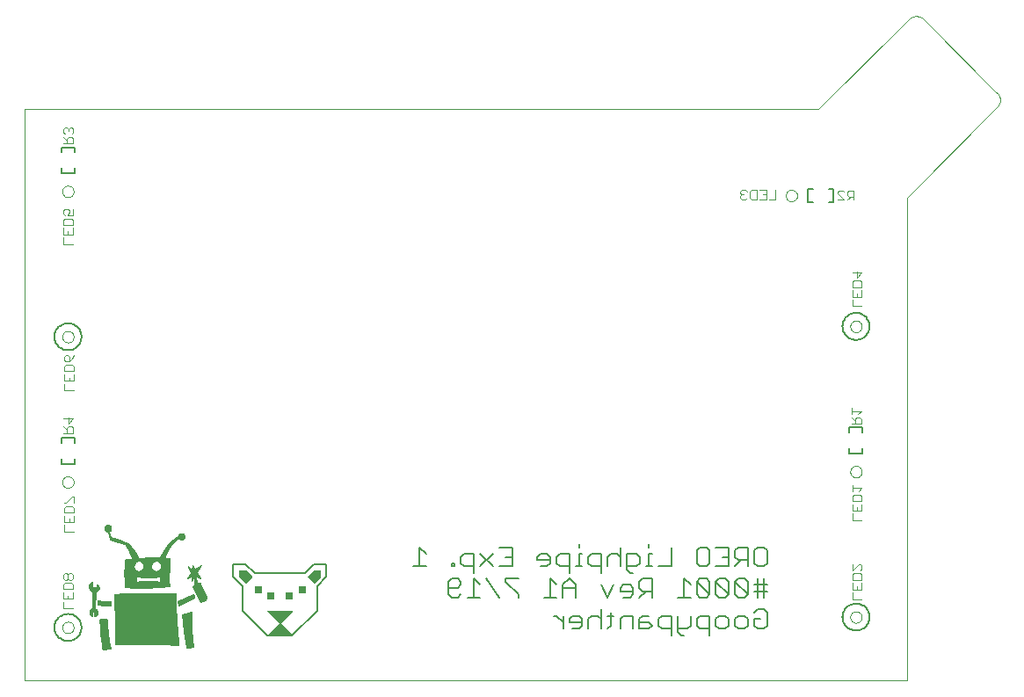
<source format=gbo>
G75*
G70*
%OFA0B0*%
%FSLAX24Y24*%
%IPPOS*%
%LPD*%
%AMOC8*
5,1,8,0,0,1.08239X$1,22.5*
%
%ADD10C,0.0000*%
%ADD11C,0.0060*%
%ADD12C,0.0050*%
%ADD13C,0.0030*%
%ADD14C,0.0001*%
%ADD15C,0.0002*%
D10*
X018768Y019437D02*
X052232Y019437D01*
X052232Y037744D01*
X055655Y041166D01*
X055681Y041195D01*
X055704Y041226D01*
X055723Y041259D01*
X055740Y041294D01*
X055753Y041331D01*
X055762Y041368D01*
X055768Y041406D01*
X055770Y041445D01*
X055768Y041484D01*
X055762Y041522D01*
X055753Y041559D01*
X055740Y041596D01*
X055723Y041631D01*
X055704Y041664D01*
X055681Y041695D01*
X055655Y041724D01*
X055655Y041723D02*
X052865Y044513D01*
X052866Y044514D02*
X052837Y044540D01*
X052806Y044563D01*
X052773Y044582D01*
X052738Y044599D01*
X052701Y044612D01*
X052664Y044621D01*
X052626Y044627D01*
X052587Y044629D01*
X052548Y044627D01*
X052510Y044621D01*
X052473Y044612D01*
X052436Y044599D01*
X052401Y044582D01*
X052368Y044563D01*
X052337Y044540D01*
X052308Y044514D01*
X052308Y044513D02*
X048886Y041091D01*
X018768Y041091D01*
X018768Y019437D01*
X020204Y021445D02*
X020206Y021474D01*
X020212Y021502D01*
X020221Y021530D01*
X020234Y021556D01*
X020251Y021579D01*
X020270Y021601D01*
X020292Y021620D01*
X020317Y021635D01*
X020343Y021648D01*
X020371Y021656D01*
X020399Y021661D01*
X020428Y021662D01*
X020457Y021659D01*
X020485Y021652D01*
X020512Y021642D01*
X020538Y021628D01*
X020561Y021611D01*
X020582Y021591D01*
X020600Y021568D01*
X020615Y021543D01*
X020626Y021516D01*
X020634Y021488D01*
X020638Y021459D01*
X020638Y021431D01*
X020634Y021402D01*
X020626Y021374D01*
X020615Y021347D01*
X020600Y021322D01*
X020582Y021299D01*
X020561Y021279D01*
X020538Y021262D01*
X020512Y021248D01*
X020485Y021238D01*
X020457Y021231D01*
X020428Y021228D01*
X020399Y021229D01*
X020371Y021234D01*
X020343Y021242D01*
X020317Y021255D01*
X020292Y021270D01*
X020270Y021289D01*
X020251Y021311D01*
X020234Y021334D01*
X020221Y021360D01*
X020212Y021388D01*
X020206Y021416D01*
X020204Y021445D01*
X021240Y021972D02*
X021232Y022020D01*
X021260Y022110D01*
X021335Y022165D01*
X021358Y022795D01*
X021303Y022823D01*
X021260Y022866D01*
X021228Y022921D01*
X021217Y022984D01*
X021224Y023043D01*
X021252Y023094D01*
X021291Y023134D01*
X021343Y023161D01*
X021350Y023154D01*
X021350Y022957D01*
X021504Y022957D01*
X021508Y023079D01*
X021555Y023043D01*
X021587Y023000D01*
X021598Y022949D01*
X021583Y022890D01*
X021547Y022843D01*
X021461Y022791D01*
X021437Y022165D01*
X021516Y022110D01*
X021539Y022067D01*
X021547Y022020D01*
X021539Y021969D01*
X021512Y021925D01*
X021472Y021890D01*
X021421Y021870D01*
X021421Y022055D01*
X021339Y022055D01*
X021339Y021874D01*
X021264Y021929D01*
X021240Y021972D01*
X021531Y022299D02*
X021531Y022461D01*
X021531Y022465D01*
X021791Y022441D01*
X022055Y022437D01*
X022051Y022272D01*
X021807Y022280D01*
X021531Y022299D01*
X021626Y021756D02*
X021870Y021783D01*
X021886Y021783D01*
X021890Y021780D01*
X021941Y021205D01*
X021980Y020913D01*
X022035Y020634D01*
X021728Y020618D01*
X021657Y021185D01*
X021634Y021472D01*
X021626Y021756D01*
X022201Y021768D02*
X022177Y022717D01*
X022906Y022744D01*
X023634Y022752D01*
X024362Y022756D01*
X024358Y022756D01*
X024524Y022756D01*
X024512Y022248D01*
X024531Y021756D01*
X024622Y020760D01*
X024287Y020791D01*
X023823Y020807D01*
X023024Y020811D01*
X022224Y020819D01*
X022201Y021768D01*
X022043Y020634D02*
X022039Y020630D01*
X022039Y020634D01*
X022035Y020634D01*
X022043Y020634D01*
X022571Y022988D02*
X022563Y023252D01*
X023000Y023252D01*
X023000Y023157D01*
X023205Y023201D01*
X023244Y023205D01*
X023429Y023217D01*
X023469Y023217D01*
X023697Y023205D01*
X023736Y023201D01*
X023925Y023161D01*
X023925Y023253D01*
X024248Y023252D01*
X024268Y023004D01*
X023417Y022945D01*
X022929Y022945D01*
X022728Y022961D01*
X022571Y022988D01*
X022563Y023252D02*
X022555Y023520D01*
X022569Y023811D01*
X022923Y023811D01*
X022914Y023761D01*
X022921Y023701D01*
X022960Y023638D01*
X023019Y023595D01*
X023094Y023579D01*
X023169Y023595D01*
X023232Y023638D01*
X023275Y023701D01*
X023291Y023776D01*
X023289Y023811D01*
X023584Y023811D01*
X023574Y023768D01*
X023582Y023701D01*
X023626Y023638D01*
X023689Y023595D01*
X023764Y023579D01*
X023838Y023595D01*
X023897Y023638D01*
X023937Y023701D01*
X023953Y023776D01*
X023951Y023811D01*
X024268Y023811D01*
X024248Y023250D01*
X023925Y023252D01*
X023925Y023394D01*
X023917Y023394D01*
X023736Y023355D01*
X023697Y023351D01*
X023468Y023339D01*
X023429Y023339D01*
X023244Y023347D01*
X023205Y023351D01*
X023000Y023394D01*
X023000Y023252D01*
X022563Y023252D01*
X022571Y023807D02*
X022587Y024020D01*
X022870Y024055D01*
X022752Y024319D01*
X022598Y024591D01*
X022311Y024689D01*
X022028Y024768D01*
X021937Y025071D01*
X021886Y025083D01*
X021843Y025110D01*
X021815Y025154D01*
X021803Y025205D01*
X021815Y025256D01*
X021843Y025299D01*
X021886Y025327D01*
X021937Y025339D01*
X021925Y025343D01*
X021976Y025331D01*
X022020Y025303D01*
X022047Y025260D01*
X022059Y025209D01*
X022031Y025126D01*
X021961Y025079D01*
X022043Y024862D01*
X022390Y024760D01*
X022736Y024610D01*
X022961Y024303D01*
X023094Y024075D01*
X023496Y024094D01*
X023902Y024094D01*
X024035Y024327D01*
X024185Y024555D01*
X024358Y024740D01*
X024594Y024909D01*
X024606Y024953D01*
X024634Y024988D01*
X024673Y025012D01*
X024720Y025020D01*
X024768Y025012D01*
X024807Y024984D01*
X024835Y024945D01*
X024843Y024898D01*
X024835Y024850D01*
X024807Y024811D01*
X024768Y024783D01*
X024720Y024776D01*
X024657Y024791D01*
X024614Y024835D01*
X024429Y024689D01*
X024287Y024508D01*
X024173Y024303D01*
X024079Y024083D01*
X024280Y024071D01*
X024268Y023807D01*
X023953Y023807D01*
X023929Y023870D01*
X023890Y023921D01*
X023835Y023957D01*
X023768Y023969D01*
X023701Y023957D01*
X023646Y023921D01*
X023606Y023870D01*
X023583Y023807D01*
X023291Y023807D01*
X023268Y023870D01*
X023228Y023921D01*
X023173Y023957D01*
X023106Y023969D01*
X023039Y023957D01*
X022984Y023921D01*
X022945Y023870D01*
X022921Y023807D01*
X022571Y023807D01*
X024961Y023760D02*
X025122Y023602D01*
X025154Y023823D01*
X025142Y023819D01*
X025217Y023642D01*
X025465Y023803D01*
X025295Y023543D01*
X025445Y023311D01*
X025260Y023386D01*
X025295Y023142D01*
X025421Y023138D01*
X025689Y022567D01*
X025622Y022480D01*
X025559Y022441D01*
X025437Y022421D01*
X025157Y023004D01*
X025228Y023094D01*
X025189Y023350D01*
X025102Y023220D01*
X025122Y023413D01*
X024937Y023295D01*
X025079Y023520D01*
X024961Y023760D01*
X025173Y022713D02*
X025177Y022709D01*
X024587Y022445D01*
X024606Y022283D01*
X024709Y022319D01*
X024866Y022402D01*
X025220Y022587D01*
X025173Y022713D01*
X025122Y022051D02*
X025118Y022047D01*
X024748Y021929D01*
X024819Y021299D01*
X024917Y020673D01*
X025177Y020701D01*
X025130Y021016D01*
X025114Y021374D01*
X025122Y022051D01*
X027980Y022075D02*
X028925Y022075D01*
X028453Y021602D01*
X027980Y022075D01*
X028453Y021602D02*
X028925Y021130D01*
X027980Y021130D01*
X028453Y021602D01*
X020204Y026957D02*
X020206Y026986D01*
X020212Y027014D01*
X020221Y027042D01*
X020234Y027068D01*
X020251Y027091D01*
X020270Y027113D01*
X020292Y027132D01*
X020317Y027147D01*
X020343Y027160D01*
X020371Y027168D01*
X020399Y027173D01*
X020428Y027174D01*
X020457Y027171D01*
X020485Y027164D01*
X020512Y027154D01*
X020538Y027140D01*
X020561Y027123D01*
X020582Y027103D01*
X020600Y027080D01*
X020615Y027055D01*
X020626Y027028D01*
X020634Y027000D01*
X020638Y026971D01*
X020638Y026943D01*
X020634Y026914D01*
X020626Y026886D01*
X020615Y026859D01*
X020600Y026834D01*
X020582Y026811D01*
X020561Y026791D01*
X020538Y026774D01*
X020512Y026760D01*
X020485Y026750D01*
X020457Y026743D01*
X020428Y026740D01*
X020399Y026741D01*
X020371Y026746D01*
X020343Y026754D01*
X020317Y026767D01*
X020292Y026782D01*
X020270Y026801D01*
X020251Y026823D01*
X020234Y026846D01*
X020221Y026872D01*
X020212Y026900D01*
X020206Y026928D01*
X020204Y026957D01*
X020204Y032469D02*
X020206Y032498D01*
X020212Y032526D01*
X020221Y032554D01*
X020234Y032580D01*
X020251Y032603D01*
X020270Y032625D01*
X020292Y032644D01*
X020317Y032659D01*
X020343Y032672D01*
X020371Y032680D01*
X020399Y032685D01*
X020428Y032686D01*
X020457Y032683D01*
X020485Y032676D01*
X020512Y032666D01*
X020538Y032652D01*
X020561Y032635D01*
X020582Y032615D01*
X020600Y032592D01*
X020615Y032567D01*
X020626Y032540D01*
X020634Y032512D01*
X020638Y032483D01*
X020638Y032455D01*
X020634Y032426D01*
X020626Y032398D01*
X020615Y032371D01*
X020600Y032346D01*
X020582Y032323D01*
X020561Y032303D01*
X020538Y032286D01*
X020512Y032272D01*
X020485Y032262D01*
X020457Y032255D01*
X020428Y032252D01*
X020399Y032253D01*
X020371Y032258D01*
X020343Y032266D01*
X020317Y032279D01*
X020292Y032294D01*
X020270Y032313D01*
X020251Y032335D01*
X020234Y032358D01*
X020221Y032384D01*
X020212Y032412D01*
X020206Y032440D01*
X020204Y032469D01*
X020204Y037980D02*
X020206Y038009D01*
X020212Y038037D01*
X020221Y038065D01*
X020234Y038091D01*
X020251Y038114D01*
X020270Y038136D01*
X020292Y038155D01*
X020317Y038170D01*
X020343Y038183D01*
X020371Y038191D01*
X020399Y038196D01*
X020428Y038197D01*
X020457Y038194D01*
X020485Y038187D01*
X020512Y038177D01*
X020538Y038163D01*
X020561Y038146D01*
X020582Y038126D01*
X020600Y038103D01*
X020615Y038078D01*
X020626Y038051D01*
X020634Y038023D01*
X020638Y037994D01*
X020638Y037966D01*
X020634Y037937D01*
X020626Y037909D01*
X020615Y037882D01*
X020600Y037857D01*
X020582Y037834D01*
X020561Y037814D01*
X020538Y037797D01*
X020512Y037783D01*
X020485Y037773D01*
X020457Y037766D01*
X020428Y037763D01*
X020399Y037764D01*
X020371Y037769D01*
X020343Y037777D01*
X020317Y037790D01*
X020292Y037805D01*
X020270Y037824D01*
X020251Y037846D01*
X020234Y037869D01*
X020221Y037895D01*
X020212Y037923D01*
X020206Y037951D01*
X020204Y037980D01*
X047645Y037823D02*
X047647Y037852D01*
X047653Y037880D01*
X047662Y037908D01*
X047675Y037934D01*
X047692Y037957D01*
X047711Y037979D01*
X047733Y037998D01*
X047758Y038013D01*
X047784Y038026D01*
X047812Y038034D01*
X047840Y038039D01*
X047869Y038040D01*
X047898Y038037D01*
X047926Y038030D01*
X047953Y038020D01*
X047979Y038006D01*
X048002Y037989D01*
X048023Y037969D01*
X048041Y037946D01*
X048056Y037921D01*
X048067Y037894D01*
X048075Y037866D01*
X048079Y037837D01*
X048079Y037809D01*
X048075Y037780D01*
X048067Y037752D01*
X048056Y037725D01*
X048041Y037700D01*
X048023Y037677D01*
X048002Y037657D01*
X047979Y037640D01*
X047953Y037626D01*
X047926Y037616D01*
X047898Y037609D01*
X047869Y037606D01*
X047840Y037607D01*
X047812Y037612D01*
X047784Y037620D01*
X047758Y037633D01*
X047733Y037648D01*
X047711Y037667D01*
X047692Y037689D01*
X047675Y037712D01*
X047662Y037738D01*
X047653Y037766D01*
X047647Y037794D01*
X047645Y037823D01*
X050086Y032862D02*
X050088Y032891D01*
X050094Y032919D01*
X050103Y032947D01*
X050116Y032973D01*
X050133Y032996D01*
X050152Y033018D01*
X050174Y033037D01*
X050199Y033052D01*
X050225Y033065D01*
X050253Y033073D01*
X050281Y033078D01*
X050310Y033079D01*
X050339Y033076D01*
X050367Y033069D01*
X050394Y033059D01*
X050420Y033045D01*
X050443Y033028D01*
X050464Y033008D01*
X050482Y032985D01*
X050497Y032960D01*
X050508Y032933D01*
X050516Y032905D01*
X050520Y032876D01*
X050520Y032848D01*
X050516Y032819D01*
X050508Y032791D01*
X050497Y032764D01*
X050482Y032739D01*
X050464Y032716D01*
X050443Y032696D01*
X050420Y032679D01*
X050394Y032665D01*
X050367Y032655D01*
X050339Y032648D01*
X050310Y032645D01*
X050281Y032646D01*
X050253Y032651D01*
X050225Y032659D01*
X050199Y032672D01*
X050174Y032687D01*
X050152Y032706D01*
X050133Y032728D01*
X050116Y032751D01*
X050103Y032777D01*
X050094Y032805D01*
X050088Y032833D01*
X050086Y032862D01*
X050086Y027350D02*
X050088Y027379D01*
X050094Y027407D01*
X050103Y027435D01*
X050116Y027461D01*
X050133Y027484D01*
X050152Y027506D01*
X050174Y027525D01*
X050199Y027540D01*
X050225Y027553D01*
X050253Y027561D01*
X050281Y027566D01*
X050310Y027567D01*
X050339Y027564D01*
X050367Y027557D01*
X050394Y027547D01*
X050420Y027533D01*
X050443Y027516D01*
X050464Y027496D01*
X050482Y027473D01*
X050497Y027448D01*
X050508Y027421D01*
X050516Y027393D01*
X050520Y027364D01*
X050520Y027336D01*
X050516Y027307D01*
X050508Y027279D01*
X050497Y027252D01*
X050482Y027227D01*
X050464Y027204D01*
X050443Y027184D01*
X050420Y027167D01*
X050394Y027153D01*
X050367Y027143D01*
X050339Y027136D01*
X050310Y027133D01*
X050281Y027134D01*
X050253Y027139D01*
X050225Y027147D01*
X050199Y027160D01*
X050174Y027175D01*
X050152Y027194D01*
X050133Y027216D01*
X050116Y027239D01*
X050103Y027265D01*
X050094Y027293D01*
X050088Y027321D01*
X050086Y027350D01*
X050086Y021839D02*
X050088Y021868D01*
X050094Y021896D01*
X050103Y021924D01*
X050116Y021950D01*
X050133Y021973D01*
X050152Y021995D01*
X050174Y022014D01*
X050199Y022029D01*
X050225Y022042D01*
X050253Y022050D01*
X050281Y022055D01*
X050310Y022056D01*
X050339Y022053D01*
X050367Y022046D01*
X050394Y022036D01*
X050420Y022022D01*
X050443Y022005D01*
X050464Y021985D01*
X050482Y021962D01*
X050497Y021937D01*
X050508Y021910D01*
X050516Y021882D01*
X050520Y021853D01*
X050520Y021825D01*
X050516Y021796D01*
X050508Y021768D01*
X050497Y021741D01*
X050482Y021716D01*
X050464Y021693D01*
X050443Y021673D01*
X050420Y021656D01*
X050394Y021642D01*
X050367Y021632D01*
X050339Y021625D01*
X050310Y021622D01*
X050281Y021623D01*
X050253Y021628D01*
X050225Y021636D01*
X050199Y021649D01*
X050174Y021664D01*
X050152Y021683D01*
X050133Y021705D01*
X050116Y021728D01*
X050103Y021754D01*
X050094Y021782D01*
X050088Y021810D01*
X050086Y021839D01*
D11*
X046927Y022003D02*
X046927Y021517D01*
X046805Y021396D01*
X046563Y021396D01*
X046441Y021517D01*
X046441Y021760D01*
X046684Y021760D01*
X046441Y022003D02*
X046563Y022124D01*
X046805Y022124D01*
X046927Y022003D01*
X046805Y022577D02*
X046805Y023305D01*
X046563Y023305D02*
X046563Y022577D01*
X046441Y022820D02*
X046927Y022820D01*
X046927Y023063D02*
X046563Y023063D01*
X046441Y023063D01*
X046202Y023184D02*
X046202Y022699D01*
X045716Y023184D01*
X045716Y022699D01*
X045838Y022577D01*
X046080Y022577D01*
X046202Y022699D01*
X046202Y023184D02*
X046080Y023305D01*
X045838Y023305D01*
X045716Y023184D01*
X045477Y023184D02*
X045477Y022699D01*
X044991Y023184D01*
X044991Y022699D01*
X045113Y022577D01*
X045355Y022577D01*
X045477Y022699D01*
X045477Y023184D02*
X045355Y023305D01*
X045113Y023305D01*
X044991Y023184D01*
X044752Y023184D02*
X044630Y023305D01*
X044388Y023305D01*
X044266Y023184D01*
X044752Y022699D01*
X044630Y022577D01*
X044388Y022577D01*
X044266Y022699D01*
X044266Y023184D01*
X044027Y023063D02*
X043784Y023305D01*
X043784Y022577D01*
X044027Y022577D02*
X043541Y022577D01*
X043541Y021881D02*
X043541Y021275D01*
X043663Y021153D01*
X043784Y021153D01*
X043905Y021396D02*
X043541Y021396D01*
X043302Y021396D02*
X042938Y021396D01*
X042816Y021517D01*
X042816Y021760D01*
X042938Y021881D01*
X043302Y021881D01*
X043302Y021153D01*
X043905Y021396D02*
X044027Y021517D01*
X044027Y021881D01*
X044266Y021760D02*
X044266Y021517D01*
X044388Y021396D01*
X044752Y021396D01*
X044752Y021153D02*
X044752Y021881D01*
X044388Y021881D01*
X044266Y021760D01*
X044991Y021760D02*
X045113Y021881D01*
X045355Y021881D01*
X045477Y021760D01*
X045477Y021517D01*
X045355Y021396D01*
X045113Y021396D01*
X044991Y021517D01*
X044991Y021760D01*
X045716Y021760D02*
X045838Y021881D01*
X046080Y021881D01*
X046202Y021760D01*
X046202Y021517D01*
X046080Y021396D01*
X045838Y021396D01*
X045716Y021517D01*
X045716Y021760D01*
X044752Y022699D02*
X044752Y023184D01*
X044630Y023758D02*
X044388Y023758D01*
X044266Y023880D01*
X044266Y024365D01*
X044388Y024486D01*
X044630Y024486D01*
X044752Y024365D01*
X044752Y023880D01*
X044630Y023758D01*
X044991Y023758D02*
X045477Y023758D01*
X045477Y024486D01*
X044991Y024486D01*
X045234Y024122D02*
X045477Y024122D01*
X045716Y024122D02*
X045838Y024001D01*
X046202Y024001D01*
X046202Y023758D02*
X046202Y024486D01*
X045838Y024486D01*
X045716Y024365D01*
X045716Y024122D01*
X045959Y024001D02*
X045716Y023758D01*
X046441Y023880D02*
X046441Y024365D01*
X046563Y024486D01*
X046805Y024486D01*
X046927Y024365D01*
X046927Y023880D01*
X046805Y023758D01*
X046563Y023758D01*
X046441Y023880D01*
X043302Y023758D02*
X042816Y023758D01*
X042577Y023758D02*
X042334Y023758D01*
X042455Y023758D02*
X042455Y024244D01*
X042577Y024244D01*
X042455Y024486D02*
X042455Y024608D01*
X041972Y024244D02*
X042093Y024122D01*
X042093Y023880D01*
X041972Y023758D01*
X041608Y023758D01*
X041608Y023637D02*
X041608Y024244D01*
X041972Y024244D01*
X041368Y024122D02*
X041247Y024244D01*
X041004Y024244D01*
X040883Y024122D01*
X040883Y023758D01*
X040643Y023758D02*
X040279Y023758D01*
X040158Y023880D01*
X040158Y024122D01*
X040279Y024244D01*
X040643Y024244D01*
X040643Y023516D01*
X040641Y023063D02*
X040884Y022577D01*
X041126Y023063D01*
X041366Y022941D02*
X041366Y022820D01*
X041851Y022820D01*
X041851Y022941D02*
X041730Y023063D01*
X041487Y023063D01*
X041366Y022941D01*
X041487Y022577D02*
X041730Y022577D01*
X041851Y022699D01*
X041851Y022941D01*
X042091Y022941D02*
X042213Y022820D01*
X042577Y022820D01*
X042577Y022577D02*
X042577Y023305D01*
X042213Y023305D01*
X042091Y023184D01*
X042091Y022941D01*
X042334Y022820D02*
X042091Y022577D01*
X042213Y021881D02*
X042091Y021760D01*
X042091Y021396D01*
X042455Y021396D01*
X042577Y021517D01*
X042455Y021639D01*
X042091Y021639D01*
X042213Y021881D02*
X042455Y021881D01*
X041851Y021881D02*
X041851Y021396D01*
X041366Y021396D02*
X041366Y021760D01*
X041487Y021881D01*
X041851Y021881D01*
X041126Y021881D02*
X040884Y021881D01*
X041005Y022003D02*
X041005Y021517D01*
X040884Y021396D01*
X040643Y021396D02*
X040643Y022124D01*
X040522Y021881D02*
X040279Y021881D01*
X040158Y021760D01*
X040158Y021396D01*
X039918Y021517D02*
X039918Y021760D01*
X039797Y021881D01*
X039554Y021881D01*
X039433Y021760D01*
X039433Y021639D01*
X039918Y021639D01*
X039918Y021517D02*
X039797Y021396D01*
X039554Y021396D01*
X039193Y021396D02*
X039193Y021881D01*
X039193Y021639D02*
X038950Y021881D01*
X038829Y021881D01*
X038709Y022577D02*
X038709Y023305D01*
X038951Y023063D01*
X039191Y023063D02*
X039191Y022577D01*
X038951Y022577D02*
X038466Y022577D01*
X039191Y022941D02*
X039676Y022941D01*
X039676Y023063D02*
X039434Y023305D01*
X039191Y023063D01*
X039676Y023063D02*
X039676Y022577D01*
X039435Y023516D02*
X039435Y024244D01*
X039071Y024244D01*
X038949Y024122D01*
X038949Y023880D01*
X039071Y023758D01*
X039435Y023758D01*
X039675Y023758D02*
X039918Y023758D01*
X039797Y023758D02*
X039797Y024244D01*
X039918Y024244D01*
X039797Y024486D02*
X039797Y024608D01*
X038710Y024122D02*
X038710Y023880D01*
X038588Y023758D01*
X038346Y023758D01*
X038224Y024001D02*
X038710Y024001D01*
X038710Y024122D02*
X038588Y024244D01*
X038346Y024244D01*
X038224Y024122D01*
X038224Y024001D01*
X037260Y024122D02*
X037017Y024122D01*
X037260Y024486D02*
X037260Y023758D01*
X036774Y023758D01*
X036535Y023758D02*
X036049Y024244D01*
X035810Y024244D02*
X035446Y024244D01*
X035324Y024122D01*
X035324Y023880D01*
X035446Y023758D01*
X035810Y023758D01*
X036049Y023758D02*
X036535Y024244D01*
X036774Y024486D02*
X037260Y024486D01*
X037501Y023305D02*
X037016Y023305D01*
X037016Y023184D01*
X037501Y022699D01*
X037501Y022577D01*
X036776Y022577D02*
X036291Y023305D01*
X036051Y023063D02*
X035809Y023305D01*
X035809Y022577D01*
X036051Y022577D02*
X035566Y022577D01*
X035326Y022699D02*
X035205Y022577D01*
X034962Y022577D01*
X034841Y022699D01*
X034841Y023184D01*
X034962Y023305D01*
X035205Y023305D01*
X035326Y023184D01*
X035326Y023063D01*
X035205Y022941D01*
X034841Y022941D01*
X034963Y023758D02*
X035085Y023758D01*
X035085Y023880D01*
X034963Y023880D01*
X034963Y023758D01*
X035810Y023516D02*
X035810Y024244D01*
X033997Y024244D02*
X033754Y024486D01*
X033754Y023758D01*
X033512Y023758D02*
X033997Y023758D01*
X040522Y021881D02*
X040643Y021760D01*
X041729Y023516D02*
X041608Y023637D01*
X041729Y023516D02*
X041850Y023516D01*
X041368Y023758D02*
X041368Y024486D01*
X043302Y024486D02*
X043302Y023758D01*
D12*
X049791Y021839D02*
X049793Y021884D01*
X049799Y021928D01*
X049808Y021972D01*
X049822Y022014D01*
X049839Y022055D01*
X049860Y022095D01*
X049884Y022133D01*
X049911Y022168D01*
X049941Y022201D01*
X049974Y022231D01*
X050009Y022258D01*
X050047Y022282D01*
X050087Y022303D01*
X050128Y022320D01*
X050170Y022334D01*
X050214Y022343D01*
X050258Y022349D01*
X050303Y022351D01*
X050348Y022349D01*
X050392Y022343D01*
X050436Y022334D01*
X050478Y022320D01*
X050519Y022303D01*
X050559Y022282D01*
X050597Y022258D01*
X050632Y022231D01*
X050665Y022201D01*
X050695Y022168D01*
X050722Y022133D01*
X050746Y022095D01*
X050767Y022055D01*
X050784Y022014D01*
X050798Y021972D01*
X050807Y021928D01*
X050813Y021884D01*
X050815Y021839D01*
X050813Y021794D01*
X050807Y021750D01*
X050798Y021706D01*
X050784Y021664D01*
X050767Y021623D01*
X050746Y021583D01*
X050722Y021545D01*
X050695Y021510D01*
X050665Y021477D01*
X050632Y021447D01*
X050597Y021420D01*
X050559Y021396D01*
X050519Y021375D01*
X050478Y021358D01*
X050436Y021344D01*
X050392Y021335D01*
X050348Y021329D01*
X050303Y021327D01*
X050258Y021329D01*
X050214Y021335D01*
X050170Y021344D01*
X050128Y021358D01*
X050087Y021375D01*
X050047Y021396D01*
X050009Y021420D01*
X049974Y021447D01*
X049941Y021477D01*
X049911Y021510D01*
X049884Y021545D01*
X049860Y021583D01*
X049839Y021623D01*
X049822Y021664D01*
X049808Y021706D01*
X049799Y021750D01*
X049793Y021794D01*
X049791Y021839D01*
X050047Y028039D02*
X050559Y028039D01*
X050559Y028236D01*
X050047Y028236D02*
X050047Y028039D01*
X050047Y028827D02*
X050047Y029024D01*
X050559Y029024D01*
X050559Y028827D01*
X049791Y032862D02*
X049793Y032907D01*
X049799Y032951D01*
X049808Y032995D01*
X049822Y033037D01*
X049839Y033078D01*
X049860Y033118D01*
X049884Y033156D01*
X049911Y033191D01*
X049941Y033224D01*
X049974Y033254D01*
X050009Y033281D01*
X050047Y033305D01*
X050087Y033326D01*
X050128Y033343D01*
X050170Y033357D01*
X050214Y033366D01*
X050258Y033372D01*
X050303Y033374D01*
X050348Y033372D01*
X050392Y033366D01*
X050436Y033357D01*
X050478Y033343D01*
X050519Y033326D01*
X050559Y033305D01*
X050597Y033281D01*
X050632Y033254D01*
X050665Y033224D01*
X050695Y033191D01*
X050722Y033156D01*
X050746Y033118D01*
X050767Y033078D01*
X050784Y033037D01*
X050798Y032995D01*
X050807Y032951D01*
X050813Y032907D01*
X050815Y032862D01*
X050813Y032817D01*
X050807Y032773D01*
X050798Y032729D01*
X050784Y032687D01*
X050767Y032646D01*
X050746Y032606D01*
X050722Y032568D01*
X050695Y032533D01*
X050665Y032500D01*
X050632Y032470D01*
X050597Y032443D01*
X050559Y032419D01*
X050519Y032398D01*
X050478Y032381D01*
X050436Y032367D01*
X050392Y032358D01*
X050348Y032352D01*
X050303Y032350D01*
X050258Y032352D01*
X050214Y032358D01*
X050170Y032367D01*
X050128Y032381D01*
X050087Y032398D01*
X050047Y032419D01*
X050009Y032443D01*
X049974Y032470D01*
X049941Y032500D01*
X049911Y032533D01*
X049884Y032568D01*
X049860Y032606D01*
X049839Y032646D01*
X049822Y032687D01*
X049808Y032729D01*
X049799Y032773D01*
X049793Y032817D01*
X049791Y032862D01*
X049457Y037567D02*
X049457Y038079D01*
X049260Y038079D01*
X049260Y037567D02*
X049457Y037567D01*
X048669Y037567D02*
X048472Y037567D01*
X048472Y038079D01*
X048669Y038079D01*
X030224Y023846D02*
X029752Y023846D01*
X029398Y023492D01*
X027508Y023492D01*
X027154Y023846D01*
X026681Y023846D01*
X026681Y023374D01*
X027035Y023020D01*
X027035Y022075D01*
X027980Y021130D01*
X028925Y021130D01*
X029870Y022075D01*
X029870Y023020D01*
X030224Y023374D01*
X030224Y023846D01*
X019909Y021445D02*
X019911Y021490D01*
X019917Y021534D01*
X019926Y021578D01*
X019940Y021620D01*
X019957Y021661D01*
X019978Y021701D01*
X020002Y021739D01*
X020029Y021774D01*
X020059Y021807D01*
X020092Y021837D01*
X020127Y021864D01*
X020165Y021888D01*
X020205Y021909D01*
X020246Y021926D01*
X020288Y021940D01*
X020332Y021949D01*
X020376Y021955D01*
X020421Y021957D01*
X020466Y021955D01*
X020510Y021949D01*
X020554Y021940D01*
X020596Y021926D01*
X020637Y021909D01*
X020677Y021888D01*
X020715Y021864D01*
X020750Y021837D01*
X020783Y021807D01*
X020813Y021774D01*
X020840Y021739D01*
X020864Y021701D01*
X020885Y021661D01*
X020902Y021620D01*
X020916Y021578D01*
X020925Y021534D01*
X020931Y021490D01*
X020933Y021445D01*
X020931Y021400D01*
X020925Y021356D01*
X020916Y021312D01*
X020902Y021270D01*
X020885Y021229D01*
X020864Y021189D01*
X020840Y021151D01*
X020813Y021116D01*
X020783Y021083D01*
X020750Y021053D01*
X020715Y021026D01*
X020677Y021002D01*
X020637Y020981D01*
X020596Y020964D01*
X020554Y020950D01*
X020510Y020941D01*
X020466Y020935D01*
X020421Y020933D01*
X020376Y020935D01*
X020332Y020941D01*
X020288Y020950D01*
X020246Y020964D01*
X020205Y020981D01*
X020165Y021002D01*
X020127Y021026D01*
X020092Y021053D01*
X020059Y021083D01*
X020029Y021116D01*
X020002Y021151D01*
X019978Y021189D01*
X019957Y021229D01*
X019940Y021270D01*
X019926Y021312D01*
X019917Y021356D01*
X019911Y021400D01*
X019909Y021445D01*
X020165Y027646D02*
X020677Y027646D01*
X020677Y027843D01*
X020165Y027843D02*
X020165Y027646D01*
X020165Y028433D02*
X020165Y028630D01*
X020677Y028630D01*
X020677Y028433D01*
X019909Y032469D02*
X019911Y032514D01*
X019917Y032558D01*
X019926Y032602D01*
X019940Y032644D01*
X019957Y032685D01*
X019978Y032725D01*
X020002Y032763D01*
X020029Y032798D01*
X020059Y032831D01*
X020092Y032861D01*
X020127Y032888D01*
X020165Y032912D01*
X020205Y032933D01*
X020246Y032950D01*
X020288Y032964D01*
X020332Y032973D01*
X020376Y032979D01*
X020421Y032981D01*
X020466Y032979D01*
X020510Y032973D01*
X020554Y032964D01*
X020596Y032950D01*
X020637Y032933D01*
X020677Y032912D01*
X020715Y032888D01*
X020750Y032861D01*
X020783Y032831D01*
X020813Y032798D01*
X020840Y032763D01*
X020864Y032725D01*
X020885Y032685D01*
X020902Y032644D01*
X020916Y032602D01*
X020925Y032558D01*
X020931Y032514D01*
X020933Y032469D01*
X020931Y032424D01*
X020925Y032380D01*
X020916Y032336D01*
X020902Y032294D01*
X020885Y032253D01*
X020864Y032213D01*
X020840Y032175D01*
X020813Y032140D01*
X020783Y032107D01*
X020750Y032077D01*
X020715Y032050D01*
X020677Y032026D01*
X020637Y032005D01*
X020596Y031988D01*
X020554Y031974D01*
X020510Y031965D01*
X020466Y031959D01*
X020421Y031957D01*
X020376Y031959D01*
X020332Y031965D01*
X020288Y031974D01*
X020246Y031988D01*
X020205Y032005D01*
X020165Y032026D01*
X020127Y032050D01*
X020092Y032077D01*
X020059Y032107D01*
X020029Y032140D01*
X020002Y032175D01*
X019978Y032213D01*
X019957Y032253D01*
X019940Y032294D01*
X019926Y032336D01*
X019917Y032380D01*
X019911Y032424D01*
X019909Y032469D01*
X020165Y038669D02*
X020677Y038669D01*
X020677Y038866D01*
X020165Y038866D02*
X020165Y038669D01*
X020165Y039457D02*
X020165Y039654D01*
X020677Y039654D01*
X020677Y039457D01*
D13*
X020620Y039798D02*
X020620Y039980D01*
X020560Y040041D01*
X020438Y040041D01*
X020378Y039980D01*
X020378Y039798D01*
X020256Y039798D02*
X020620Y039798D01*
X020378Y039920D02*
X020256Y040041D01*
X020317Y040161D02*
X020256Y040222D01*
X020256Y040343D01*
X020317Y040404D01*
X020378Y040404D01*
X020438Y040343D01*
X020438Y040282D01*
X020438Y040343D02*
X020499Y040404D01*
X020560Y040404D01*
X020620Y040343D01*
X020620Y040222D01*
X020560Y040161D01*
X020603Y037318D02*
X020603Y037075D01*
X020421Y037075D01*
X020482Y037196D01*
X020482Y037257D01*
X020421Y037318D01*
X020300Y037318D01*
X020239Y037257D01*
X020239Y037136D01*
X020300Y037075D01*
X020300Y036955D02*
X020543Y036955D01*
X020603Y036894D01*
X020603Y036712D01*
X020239Y036712D01*
X020239Y036894D01*
X020300Y036955D01*
X020239Y036593D02*
X020239Y036350D01*
X020603Y036350D01*
X020603Y036593D01*
X020421Y036471D02*
X020421Y036350D01*
X020239Y036230D02*
X020239Y035987D01*
X020603Y035987D01*
X020643Y031766D02*
X020582Y031645D01*
X020461Y031524D01*
X020461Y031706D01*
X020400Y031766D01*
X020339Y031766D01*
X020279Y031706D01*
X020279Y031584D01*
X020339Y031524D01*
X020461Y031524D01*
X020582Y031404D02*
X020643Y031343D01*
X020643Y031161D01*
X020279Y031161D01*
X020279Y031343D01*
X020339Y031404D01*
X020582Y031404D01*
X020643Y031041D02*
X020643Y030799D01*
X020279Y030799D01*
X020279Y031041D01*
X020461Y030920D02*
X020461Y030799D01*
X020279Y030679D02*
X020279Y030436D01*
X020643Y030436D01*
X020438Y029419D02*
X020438Y029177D01*
X020620Y029359D01*
X020256Y029359D01*
X020256Y029057D02*
X020378Y028936D01*
X020378Y028996D02*
X020378Y028814D01*
X020256Y028814D02*
X020620Y028814D01*
X020620Y028996D01*
X020560Y029057D01*
X020438Y029057D01*
X020378Y028996D01*
X020582Y026412D02*
X020339Y026169D01*
X020279Y026169D01*
X020339Y026050D02*
X020582Y026050D01*
X020643Y025989D01*
X020643Y025807D01*
X020279Y025807D01*
X020279Y025989D01*
X020339Y026050D01*
X020643Y026169D02*
X020643Y026412D01*
X020582Y026412D01*
X020643Y025687D02*
X020643Y025444D01*
X020279Y025444D01*
X020279Y025687D01*
X020461Y025566D02*
X020461Y025444D01*
X020279Y025325D02*
X020279Y025082D01*
X020643Y025082D01*
X020543Y023499D02*
X020482Y023499D01*
X020421Y023438D01*
X020421Y023317D01*
X020482Y023256D01*
X020543Y023256D01*
X020603Y023317D01*
X020603Y023438D01*
X020543Y023499D01*
X020421Y023438D02*
X020361Y023499D01*
X020300Y023499D01*
X020239Y023438D01*
X020239Y023317D01*
X020300Y023256D01*
X020361Y023256D01*
X020421Y023317D01*
X020300Y023136D02*
X020543Y023136D01*
X020603Y023076D01*
X020603Y022894D01*
X020239Y022894D01*
X020239Y023076D01*
X020300Y023136D01*
X020239Y022774D02*
X020239Y022531D01*
X020603Y022531D01*
X020603Y022774D01*
X020421Y022652D02*
X020421Y022531D01*
X020239Y022411D02*
X020239Y022169D01*
X020603Y022169D01*
X045926Y037741D02*
X045987Y037680D01*
X046108Y037680D01*
X046169Y037741D01*
X046289Y037741D02*
X046289Y037984D01*
X046350Y038044D01*
X046532Y038044D01*
X046532Y037680D01*
X046350Y037680D01*
X046289Y037741D01*
X046048Y037862D02*
X045987Y037862D01*
X045926Y037802D01*
X045926Y037741D01*
X045987Y037862D02*
X045926Y037923D01*
X045926Y037984D01*
X045987Y038044D01*
X046108Y038044D01*
X046169Y037984D01*
X046651Y038044D02*
X046894Y038044D01*
X046894Y037680D01*
X046651Y037680D01*
X046773Y037862D02*
X046894Y037862D01*
X047014Y037680D02*
X047257Y037680D01*
X047257Y038044D01*
X049612Y037961D02*
X049673Y038022D01*
X049794Y038022D01*
X049855Y037961D01*
X049975Y037961D02*
X049975Y037840D01*
X050035Y037779D01*
X050217Y037779D01*
X050096Y037779D02*
X049975Y037658D01*
X049855Y037658D02*
X049612Y037901D01*
X049612Y037961D01*
X049612Y037658D02*
X049855Y037658D01*
X049975Y037961D02*
X050035Y038022D01*
X050217Y038022D01*
X050217Y037658D01*
X050343Y034955D02*
X050343Y034713D01*
X050525Y034895D01*
X050161Y034895D01*
X050221Y034593D02*
X050464Y034593D01*
X050525Y034532D01*
X050525Y034350D01*
X050161Y034350D01*
X050161Y034532D01*
X050221Y034593D01*
X050161Y034230D02*
X050161Y033988D01*
X050525Y033988D01*
X050525Y034230D01*
X050343Y034109D02*
X050343Y033988D01*
X050161Y033868D02*
X050161Y033625D01*
X050525Y033625D01*
X050138Y029774D02*
X050138Y029531D01*
X050138Y029411D02*
X050260Y029290D01*
X050260Y029351D02*
X050260Y029169D01*
X050138Y029169D02*
X050502Y029169D01*
X050502Y029351D01*
X050442Y029411D01*
X050320Y029411D01*
X050260Y029351D01*
X050381Y029531D02*
X050502Y029652D01*
X050138Y029652D01*
X050161Y026845D02*
X050161Y026603D01*
X050161Y026724D02*
X050525Y026724D01*
X050403Y026603D01*
X050464Y026483D02*
X050525Y026422D01*
X050525Y026240D01*
X050161Y026240D01*
X050161Y026422D01*
X050221Y026483D01*
X050464Y026483D01*
X050525Y026120D02*
X050525Y025878D01*
X050161Y025878D01*
X050161Y026120D01*
X050343Y025999D02*
X050343Y025878D01*
X050161Y025758D02*
X050161Y025515D01*
X050525Y025515D01*
X050464Y023853D02*
X050525Y023792D01*
X050525Y023671D01*
X050464Y023610D01*
X050464Y023491D02*
X050525Y023430D01*
X050525Y023248D01*
X050161Y023248D01*
X050161Y023430D01*
X050221Y023491D01*
X050464Y023491D01*
X050161Y023610D02*
X050403Y023853D01*
X050464Y023853D01*
X050161Y023853D02*
X050161Y023610D01*
X050161Y023128D02*
X050161Y022885D01*
X050525Y022885D01*
X050525Y023128D01*
X050343Y023007D02*
X050343Y022885D01*
X050161Y022766D02*
X050161Y022523D01*
X050525Y022523D01*
D14*
X028925Y022075D02*
X027980Y022075D01*
X027981Y022074D02*
X028924Y022074D01*
X028923Y022073D02*
X027982Y022073D01*
X027983Y022072D02*
X028922Y022072D01*
X028921Y022071D02*
X027984Y022071D01*
X027985Y022070D02*
X028920Y022070D01*
X028919Y022069D02*
X027986Y022069D01*
X027987Y022068D02*
X028918Y022068D01*
X028917Y022067D02*
X027988Y022067D01*
X027989Y022066D02*
X028916Y022066D01*
X028915Y022065D02*
X027990Y022065D01*
X027991Y022064D02*
X028914Y022064D01*
X028913Y022063D02*
X027992Y022063D01*
X027993Y022062D02*
X028912Y022062D01*
X028911Y022061D02*
X027994Y022061D01*
X027995Y022060D02*
X028910Y022060D01*
X028909Y022059D02*
X027996Y022059D01*
X027997Y022058D02*
X028908Y022058D01*
X028907Y022057D02*
X027998Y022057D01*
X027999Y022056D02*
X028906Y022056D01*
X028905Y022055D02*
X028000Y022055D01*
X028001Y022054D02*
X028904Y022054D01*
X028903Y022053D02*
X028002Y022053D01*
X028003Y022052D02*
X028902Y022052D01*
X028901Y022051D02*
X028004Y022051D01*
X028005Y022050D02*
X028900Y022050D01*
X028899Y022049D02*
X028006Y022049D01*
X028007Y022048D02*
X028898Y022048D01*
X028897Y022047D02*
X028008Y022047D01*
X028009Y022046D02*
X028896Y022046D01*
X028895Y022045D02*
X028010Y022045D01*
X028011Y022044D02*
X028894Y022044D01*
X028893Y022043D02*
X028012Y022043D01*
X028013Y022042D02*
X028892Y022042D01*
X028891Y022041D02*
X028014Y022041D01*
X028015Y022040D02*
X028890Y022040D01*
X028889Y022039D02*
X028016Y022039D01*
X028017Y022038D02*
X028888Y022038D01*
X028887Y022037D02*
X028018Y022037D01*
X028019Y022036D02*
X028886Y022036D01*
X028885Y022035D02*
X028020Y022035D01*
X028021Y022034D02*
X028884Y022034D01*
X028883Y022033D02*
X028022Y022033D01*
X028023Y022032D02*
X028882Y022032D01*
X028881Y022031D02*
X028024Y022031D01*
X028025Y022030D02*
X028880Y022030D01*
X028879Y022029D02*
X028026Y022029D01*
X028027Y022028D02*
X028878Y022028D01*
X028877Y022027D02*
X028028Y022027D01*
X028029Y022026D02*
X028876Y022026D01*
X028875Y022025D02*
X028030Y022025D01*
X028031Y022024D02*
X028874Y022024D01*
X028873Y022023D02*
X028032Y022023D01*
X028033Y022022D02*
X028872Y022022D01*
X028871Y022021D02*
X028034Y022021D01*
X028035Y022020D02*
X028870Y022020D01*
X028869Y022019D02*
X028036Y022019D01*
X028037Y022018D02*
X028868Y022018D01*
X028867Y022017D02*
X028038Y022017D01*
X028039Y022016D02*
X028866Y022016D01*
X028865Y022015D02*
X028040Y022015D01*
X028041Y022014D02*
X028864Y022014D01*
X028863Y022013D02*
X028042Y022013D01*
X028043Y022012D02*
X028862Y022012D01*
X028861Y022011D02*
X028044Y022011D01*
X028045Y022010D02*
X028860Y022010D01*
X028859Y022009D02*
X028046Y022009D01*
X028047Y022008D02*
X028858Y022008D01*
X028857Y022007D02*
X028048Y022007D01*
X028049Y022006D02*
X028856Y022006D01*
X028855Y022005D02*
X028050Y022005D01*
X028051Y022004D02*
X028854Y022004D01*
X028853Y022003D02*
X028052Y022003D01*
X028053Y022002D02*
X028852Y022002D01*
X028851Y022001D02*
X028054Y022001D01*
X028055Y022000D02*
X028850Y022000D01*
X028849Y021999D02*
X028056Y021999D01*
X028057Y021998D02*
X028848Y021998D01*
X028847Y021997D02*
X028058Y021997D01*
X028059Y021996D02*
X028846Y021996D01*
X028845Y021995D02*
X028060Y021995D01*
X028061Y021994D02*
X028844Y021994D01*
X028843Y021993D02*
X028062Y021993D01*
X028063Y021992D02*
X028842Y021992D01*
X028841Y021991D02*
X028064Y021991D01*
X028065Y021990D02*
X028840Y021990D01*
X028839Y021989D02*
X028066Y021989D01*
X028067Y021988D02*
X028838Y021988D01*
X028837Y021987D02*
X028068Y021987D01*
X028069Y021986D02*
X028836Y021986D01*
X028835Y021985D02*
X028070Y021985D01*
X028071Y021984D02*
X028834Y021984D01*
X028833Y021983D02*
X028072Y021983D01*
X028073Y021982D02*
X028832Y021982D01*
X028831Y021981D02*
X028074Y021981D01*
X028075Y021980D02*
X028830Y021980D01*
X028829Y021979D02*
X028076Y021979D01*
X028077Y021978D02*
X028828Y021978D01*
X028827Y021977D02*
X028078Y021977D01*
X028079Y021976D02*
X028826Y021976D01*
X028825Y021975D02*
X028080Y021975D01*
X028081Y021974D02*
X028824Y021974D01*
X028823Y021973D02*
X028082Y021973D01*
X028083Y021972D02*
X028822Y021972D01*
X028821Y021971D02*
X028084Y021971D01*
X028085Y021970D02*
X028820Y021970D01*
X028819Y021969D02*
X028086Y021969D01*
X028087Y021968D02*
X028818Y021968D01*
X028817Y021967D02*
X028088Y021967D01*
X028089Y021966D02*
X028816Y021966D01*
X028815Y021965D02*
X028090Y021965D01*
X028091Y021964D02*
X028814Y021964D01*
X028813Y021963D02*
X028092Y021963D01*
X028093Y021962D02*
X028812Y021962D01*
X028811Y021961D02*
X028094Y021961D01*
X028095Y021960D02*
X028810Y021960D01*
X028809Y021959D02*
X028096Y021959D01*
X028097Y021958D02*
X028808Y021958D01*
X028807Y021957D02*
X028098Y021957D01*
X028099Y021956D02*
X028806Y021956D01*
X028805Y021955D02*
X028100Y021955D01*
X028101Y021954D02*
X028804Y021954D01*
X028803Y021953D02*
X028102Y021953D01*
X028103Y021952D02*
X028802Y021952D01*
X028801Y021951D02*
X028104Y021951D01*
X028105Y021950D02*
X028800Y021950D01*
X028799Y021949D02*
X028106Y021949D01*
X028107Y021948D02*
X028798Y021948D01*
X028797Y021947D02*
X028108Y021947D01*
X028109Y021946D02*
X028796Y021946D01*
X028795Y021945D02*
X028110Y021945D01*
X028111Y021944D02*
X028794Y021944D01*
X028793Y021943D02*
X028112Y021943D01*
X028113Y021942D02*
X028792Y021942D01*
X028791Y021941D02*
X028114Y021941D01*
X028115Y021940D02*
X028790Y021940D01*
X028789Y021939D02*
X028116Y021939D01*
X028117Y021938D02*
X028788Y021938D01*
X028787Y021937D02*
X028118Y021937D01*
X028119Y021936D02*
X028786Y021936D01*
X028785Y021935D02*
X028120Y021935D01*
X028121Y021934D02*
X028784Y021934D01*
X028783Y021933D02*
X028122Y021933D01*
X028123Y021932D02*
X028782Y021932D01*
X028781Y021931D02*
X028124Y021931D01*
X028125Y021930D02*
X028780Y021930D01*
X028779Y021929D02*
X028126Y021929D01*
X028127Y021928D02*
X028778Y021928D01*
X028777Y021927D02*
X028128Y021927D01*
X028129Y021926D02*
X028776Y021926D01*
X028775Y021925D02*
X028130Y021925D01*
X028131Y021924D02*
X028774Y021924D01*
X028773Y021923D02*
X028132Y021923D01*
X028133Y021922D02*
X028772Y021922D01*
X028771Y021921D02*
X028134Y021921D01*
X028135Y021920D02*
X028770Y021920D01*
X028769Y021919D02*
X028136Y021919D01*
X028137Y021918D02*
X028768Y021918D01*
X028767Y021917D02*
X028138Y021917D01*
X028139Y021916D02*
X028766Y021916D01*
X028765Y021915D02*
X028140Y021915D01*
X028141Y021914D02*
X028764Y021914D01*
X028763Y021913D02*
X028142Y021913D01*
X028143Y021912D02*
X028762Y021912D01*
X028761Y021911D02*
X028144Y021911D01*
X028145Y021910D02*
X028760Y021910D01*
X028759Y021909D02*
X028146Y021909D01*
X028147Y021908D02*
X028758Y021908D01*
X028757Y021907D02*
X028148Y021907D01*
X028149Y021906D02*
X028756Y021906D01*
X028755Y021905D02*
X028150Y021905D01*
X028151Y021904D02*
X028754Y021904D01*
X028753Y021903D02*
X028152Y021903D01*
X028153Y021902D02*
X028752Y021902D01*
X028751Y021901D02*
X028154Y021901D01*
X028155Y021900D02*
X028750Y021900D01*
X028749Y021899D02*
X028156Y021899D01*
X028157Y021898D02*
X028748Y021898D01*
X028747Y021897D02*
X028158Y021897D01*
X028159Y021896D02*
X028746Y021896D01*
X028745Y021895D02*
X028160Y021895D01*
X028161Y021894D02*
X028744Y021894D01*
X028743Y021893D02*
X028162Y021893D01*
X028163Y021892D02*
X028742Y021892D01*
X028741Y021891D02*
X028164Y021891D01*
X028165Y021890D02*
X028740Y021890D01*
X028739Y021889D02*
X028166Y021889D01*
X028167Y021888D02*
X028738Y021888D01*
X028737Y021887D02*
X028168Y021887D01*
X028169Y021886D02*
X028736Y021886D01*
X028735Y021885D02*
X028170Y021885D01*
X028171Y021884D02*
X028734Y021884D01*
X028733Y021883D02*
X028172Y021883D01*
X028173Y021882D02*
X028732Y021882D01*
X028731Y021881D02*
X028174Y021881D01*
X028175Y021880D02*
X028730Y021880D01*
X028729Y021879D02*
X028176Y021879D01*
X028177Y021878D02*
X028728Y021878D01*
X028727Y021877D02*
X028178Y021877D01*
X028179Y021876D02*
X028726Y021876D01*
X028725Y021875D02*
X028180Y021875D01*
X028181Y021874D02*
X028724Y021874D01*
X028723Y021873D02*
X028182Y021873D01*
X028183Y021872D02*
X028722Y021872D01*
X028721Y021871D02*
X028184Y021871D01*
X028185Y021870D02*
X028720Y021870D01*
X028719Y021869D02*
X028186Y021869D01*
X028187Y021868D02*
X028718Y021868D01*
X028717Y021867D02*
X028188Y021867D01*
X028189Y021866D02*
X028716Y021866D01*
X028715Y021865D02*
X028190Y021865D01*
X028191Y021864D02*
X028714Y021864D01*
X028713Y021863D02*
X028192Y021863D01*
X028193Y021862D02*
X028712Y021862D01*
X028711Y021861D02*
X028194Y021861D01*
X028195Y021860D02*
X028710Y021860D01*
X028709Y021859D02*
X028196Y021859D01*
X028197Y021858D02*
X028708Y021858D01*
X028707Y021857D02*
X028198Y021857D01*
X028199Y021856D02*
X028706Y021856D01*
X028705Y021855D02*
X028200Y021855D01*
X028201Y021854D02*
X028704Y021854D01*
X028703Y021853D02*
X028202Y021853D01*
X028203Y021852D02*
X028702Y021852D01*
X028701Y021851D02*
X028204Y021851D01*
X028205Y021850D02*
X028700Y021850D01*
X028699Y021849D02*
X028206Y021849D01*
X028207Y021848D02*
X028698Y021848D01*
X028697Y021847D02*
X028208Y021847D01*
X028209Y021846D02*
X028696Y021846D01*
X028695Y021845D02*
X028210Y021845D01*
X028211Y021844D02*
X028694Y021844D01*
X028693Y021843D02*
X028212Y021843D01*
X028213Y021842D02*
X028692Y021842D01*
X028691Y021841D02*
X028214Y021841D01*
X028215Y021840D02*
X028690Y021840D01*
X028689Y021839D02*
X028216Y021839D01*
X028217Y021838D02*
X028688Y021838D01*
X028687Y021837D02*
X028218Y021837D01*
X028219Y021836D02*
X028686Y021836D01*
X028685Y021835D02*
X028220Y021835D01*
X028221Y021834D02*
X028684Y021834D01*
X028683Y021833D02*
X028222Y021833D01*
X028223Y021832D02*
X028682Y021832D01*
X028681Y021831D02*
X028224Y021831D01*
X028225Y021830D02*
X028680Y021830D01*
X028679Y021829D02*
X028226Y021829D01*
X028227Y021828D02*
X028678Y021828D01*
X028677Y021827D02*
X028228Y021827D01*
X028229Y021826D02*
X028676Y021826D01*
X028675Y021825D02*
X028230Y021825D01*
X028231Y021824D02*
X028674Y021824D01*
X028673Y021823D02*
X028232Y021823D01*
X028233Y021822D02*
X028672Y021822D01*
X028671Y021821D02*
X028234Y021821D01*
X028235Y021820D02*
X028670Y021820D01*
X028669Y021819D02*
X028236Y021819D01*
X028237Y021818D02*
X028668Y021818D01*
X028667Y021817D02*
X028238Y021817D01*
X028239Y021816D02*
X028666Y021816D01*
X028665Y021815D02*
X028240Y021815D01*
X028241Y021814D02*
X028664Y021814D01*
X028663Y021813D02*
X028242Y021813D01*
X028243Y021812D02*
X028662Y021812D01*
X028661Y021811D02*
X028244Y021811D01*
X028245Y021810D02*
X028660Y021810D01*
X028659Y021809D02*
X028246Y021809D01*
X028247Y021808D02*
X028658Y021808D01*
X028657Y021807D02*
X028248Y021807D01*
X028249Y021806D02*
X028656Y021806D01*
X028655Y021805D02*
X028250Y021805D01*
X028251Y021804D02*
X028654Y021804D01*
X028653Y021803D02*
X028252Y021803D01*
X028253Y021802D02*
X028652Y021802D01*
X028651Y021801D02*
X028254Y021801D01*
X028255Y021800D02*
X028650Y021800D01*
X028649Y021799D02*
X028256Y021799D01*
X028257Y021798D02*
X028648Y021798D01*
X028647Y021797D02*
X028258Y021797D01*
X028259Y021796D02*
X028646Y021796D01*
X028645Y021795D02*
X028260Y021795D01*
X028261Y021794D02*
X028644Y021794D01*
X028643Y021793D02*
X028262Y021793D01*
X028263Y021792D02*
X028642Y021792D01*
X028641Y021791D02*
X028264Y021791D01*
X028265Y021790D02*
X028640Y021790D01*
X028639Y021789D02*
X028266Y021789D01*
X028267Y021788D02*
X028638Y021788D01*
X028637Y021787D02*
X028268Y021787D01*
X028269Y021786D02*
X028636Y021786D01*
X028635Y021785D02*
X028270Y021785D01*
X028271Y021784D02*
X028634Y021784D01*
X028633Y021783D02*
X028272Y021783D01*
X028273Y021782D02*
X028632Y021782D01*
X028631Y021781D02*
X028274Y021781D01*
X028275Y021780D02*
X028630Y021780D01*
X028629Y021779D02*
X028276Y021779D01*
X028277Y021778D02*
X028628Y021778D01*
X028627Y021777D02*
X028278Y021777D01*
X028279Y021776D02*
X028626Y021776D01*
X028625Y021775D02*
X028280Y021775D01*
X028281Y021774D02*
X028624Y021774D01*
X028623Y021773D02*
X028282Y021773D01*
X028283Y021772D02*
X028622Y021772D01*
X028621Y021771D02*
X028284Y021771D01*
X028285Y021770D02*
X028620Y021770D01*
X028619Y021769D02*
X028286Y021769D01*
X028287Y021768D02*
X028618Y021768D01*
X028617Y021767D02*
X028288Y021767D01*
X028289Y021766D02*
X028616Y021766D01*
X028615Y021765D02*
X028290Y021765D01*
X028291Y021764D02*
X028614Y021764D01*
X028613Y021763D02*
X028292Y021763D01*
X028293Y021762D02*
X028612Y021762D01*
X028611Y021761D02*
X028294Y021761D01*
X028295Y021760D02*
X028610Y021760D01*
X028609Y021759D02*
X028296Y021759D01*
X028297Y021758D02*
X028608Y021758D01*
X028607Y021757D02*
X028298Y021757D01*
X028299Y021756D02*
X028606Y021756D01*
X028605Y021755D02*
X028300Y021755D01*
X028301Y021754D02*
X028604Y021754D01*
X028603Y021753D02*
X028302Y021753D01*
X028303Y021752D02*
X028602Y021752D01*
X028601Y021751D02*
X028304Y021751D01*
X028305Y021750D02*
X028600Y021750D01*
X028599Y021749D02*
X028306Y021749D01*
X028307Y021748D02*
X028598Y021748D01*
X028597Y021747D02*
X028308Y021747D01*
X028309Y021746D02*
X028596Y021746D01*
X028595Y021745D02*
X028310Y021745D01*
X028311Y021744D02*
X028594Y021744D01*
X028593Y021743D02*
X028312Y021743D01*
X028313Y021742D02*
X028592Y021742D01*
X028591Y021741D02*
X028314Y021741D01*
X028315Y021740D02*
X028590Y021740D01*
X028589Y021739D02*
X028316Y021739D01*
X028317Y021738D02*
X028588Y021738D01*
X028587Y021737D02*
X028318Y021737D01*
X028319Y021736D02*
X028586Y021736D01*
X028585Y021735D02*
X028320Y021735D01*
X028321Y021734D02*
X028584Y021734D01*
X028583Y021733D02*
X028322Y021733D01*
X028323Y021732D02*
X028582Y021732D01*
X028581Y021731D02*
X028324Y021731D01*
X028325Y021730D02*
X028580Y021730D01*
X028579Y021729D02*
X028326Y021729D01*
X028327Y021728D02*
X028578Y021728D01*
X028577Y021727D02*
X028328Y021727D01*
X028329Y021726D02*
X028576Y021726D01*
X028575Y021725D02*
X028330Y021725D01*
X028331Y021724D02*
X028574Y021724D01*
X028573Y021723D02*
X028332Y021723D01*
X028333Y021722D02*
X028572Y021722D01*
X028571Y021721D02*
X028334Y021721D01*
X028335Y021720D02*
X028570Y021720D01*
X028569Y021719D02*
X028336Y021719D01*
X028337Y021718D02*
X028568Y021718D01*
X028567Y021717D02*
X028338Y021717D01*
X028339Y021716D02*
X028566Y021716D01*
X028565Y021715D02*
X028340Y021715D01*
X028341Y021714D02*
X028564Y021714D01*
X028563Y021713D02*
X028342Y021713D01*
X028343Y021712D02*
X028562Y021712D01*
X028561Y021711D02*
X028344Y021711D01*
X028345Y021710D02*
X028560Y021710D01*
X028559Y021709D02*
X028346Y021709D01*
X028347Y021708D02*
X028558Y021708D01*
X028558Y021707D02*
X028348Y021707D01*
X028349Y021706D02*
X028557Y021706D01*
X028556Y021705D02*
X028350Y021705D01*
X028351Y021704D02*
X028555Y021704D01*
X028554Y021703D02*
X028352Y021703D01*
X028353Y021702D02*
X028553Y021702D01*
X028552Y021701D02*
X028354Y021701D01*
X028355Y021700D02*
X028551Y021700D01*
X028550Y021699D02*
X028356Y021699D01*
X028357Y021698D02*
X028549Y021698D01*
X028548Y021697D02*
X028358Y021697D01*
X028359Y021696D02*
X028547Y021696D01*
X028546Y021695D02*
X028360Y021695D01*
X028361Y021694D02*
X028545Y021694D01*
X028544Y021693D02*
X028362Y021693D01*
X028363Y021692D02*
X028543Y021692D01*
X028542Y021691D02*
X028364Y021691D01*
X028365Y021690D02*
X028541Y021690D01*
X028540Y021689D02*
X028366Y021689D01*
X028367Y021688D02*
X028539Y021688D01*
X028538Y021687D02*
X028368Y021687D01*
X028369Y021686D02*
X028537Y021686D01*
X028536Y021685D02*
X028370Y021685D01*
X028371Y021684D02*
X028535Y021684D01*
X028534Y021683D02*
X028372Y021683D01*
X028373Y021682D02*
X028533Y021682D01*
X028532Y021681D02*
X028374Y021681D01*
X028375Y021680D02*
X028531Y021680D01*
X028530Y021679D02*
X028376Y021679D01*
X028377Y021678D02*
X028529Y021678D01*
X028528Y021677D02*
X028378Y021677D01*
X028379Y021676D02*
X028527Y021676D01*
X028526Y021675D02*
X028380Y021675D01*
X028381Y021674D02*
X028525Y021674D01*
X028524Y021673D02*
X028382Y021673D01*
X028383Y021672D02*
X028523Y021672D01*
X028522Y021671D02*
X028384Y021671D01*
X028385Y021670D02*
X028521Y021670D01*
X028520Y021669D02*
X028386Y021669D01*
X028387Y021668D02*
X028519Y021668D01*
X028518Y021667D02*
X028388Y021667D01*
X028389Y021666D02*
X028517Y021666D01*
X028516Y021665D02*
X028390Y021665D01*
X028391Y021664D02*
X028515Y021664D01*
X028514Y021663D02*
X028392Y021663D01*
X028393Y021662D02*
X028513Y021662D01*
X028512Y021661D02*
X028394Y021661D01*
X028395Y021660D02*
X028511Y021660D01*
X028510Y021659D02*
X028396Y021659D01*
X028397Y021658D02*
X028509Y021658D01*
X028508Y021657D02*
X028398Y021657D01*
X028399Y021656D02*
X028507Y021656D01*
X028506Y021655D02*
X028400Y021655D01*
X028401Y021654D02*
X028505Y021654D01*
X028504Y021653D02*
X028402Y021653D01*
X028403Y021652D02*
X028503Y021652D01*
X028502Y021651D02*
X028404Y021651D01*
X028405Y021650D02*
X028501Y021650D01*
X028500Y021649D02*
X028406Y021649D01*
X028407Y021648D02*
X028499Y021648D01*
X028498Y021647D02*
X028408Y021647D01*
X028409Y021646D02*
X028497Y021646D01*
X028496Y021645D02*
X028410Y021645D01*
X028411Y021644D02*
X028495Y021644D01*
X028494Y021643D02*
X028412Y021643D01*
X028413Y021642D02*
X028493Y021642D01*
X028492Y021641D02*
X028414Y021641D01*
X028415Y021640D02*
X028491Y021640D01*
X028490Y021639D02*
X028416Y021639D01*
X028417Y021638D02*
X028489Y021638D01*
X028488Y021637D02*
X028418Y021637D01*
X028419Y021636D02*
X028487Y021636D01*
X028486Y021635D02*
X028420Y021635D01*
X028421Y021634D02*
X028485Y021634D01*
X028484Y021633D02*
X028422Y021633D01*
X028423Y021632D02*
X028483Y021632D01*
X028482Y021631D02*
X028424Y021631D01*
X028425Y021630D02*
X028481Y021630D01*
X028480Y021629D02*
X028426Y021629D01*
X028427Y021628D02*
X028479Y021628D01*
X028478Y021627D02*
X028428Y021627D01*
X028429Y021626D02*
X028477Y021626D01*
X028476Y021625D02*
X028430Y021625D01*
X028431Y021624D02*
X028475Y021624D01*
X028474Y021623D02*
X028432Y021623D01*
X028433Y021622D02*
X028473Y021622D01*
X028472Y021621D02*
X028434Y021621D01*
X028435Y021620D02*
X028471Y021620D01*
X028470Y021619D02*
X028436Y021619D01*
X028437Y021618D02*
X028469Y021618D01*
X028468Y021617D02*
X028438Y021617D01*
X028439Y021616D02*
X028467Y021616D01*
X028466Y021615D02*
X028440Y021615D01*
X028441Y021614D02*
X028465Y021614D01*
X028464Y021613D02*
X028442Y021613D01*
X028443Y021612D02*
X028463Y021612D01*
X028462Y021611D02*
X028444Y021611D01*
X028445Y021610D02*
X028461Y021610D01*
X028460Y021609D02*
X028446Y021609D01*
X028447Y021608D02*
X028459Y021608D01*
X028458Y021607D02*
X028448Y021607D01*
X028449Y021606D02*
X028457Y021606D01*
X028456Y021605D02*
X028450Y021605D01*
X028451Y021604D02*
X028455Y021604D01*
X028454Y021603D02*
X028452Y021603D01*
X028453Y021602D02*
X028453Y021602D01*
X028452Y021601D02*
X028454Y021601D01*
X028455Y021600D02*
X028451Y021600D01*
X028450Y021599D02*
X028456Y021599D01*
X028457Y021598D02*
X028449Y021598D01*
X028448Y021597D02*
X028458Y021597D01*
X028459Y021596D02*
X028447Y021596D01*
X028446Y021595D02*
X028460Y021595D01*
X028461Y021594D02*
X028445Y021594D01*
X028444Y021593D02*
X028462Y021593D01*
X028463Y021592D02*
X028443Y021592D01*
X028442Y021591D02*
X028464Y021591D01*
X028465Y021590D02*
X028441Y021590D01*
X028440Y021589D02*
X028466Y021589D01*
X028467Y021588D02*
X028439Y021588D01*
X028438Y021587D02*
X028468Y021587D01*
X028469Y021586D02*
X028437Y021586D01*
X028436Y021585D02*
X028470Y021585D01*
X028471Y021584D02*
X028435Y021584D01*
X028434Y021583D02*
X028472Y021583D01*
X028473Y021582D02*
X028433Y021582D01*
X028432Y021581D02*
X028474Y021581D01*
X028475Y021580D02*
X028431Y021580D01*
X028430Y021579D02*
X028476Y021579D01*
X028477Y021578D02*
X028429Y021578D01*
X028428Y021577D02*
X028478Y021577D01*
X028479Y021576D02*
X028427Y021576D01*
X028426Y021575D02*
X028480Y021575D01*
X028481Y021574D02*
X028425Y021574D01*
X028424Y021573D02*
X028482Y021573D01*
X028483Y021572D02*
X028423Y021572D01*
X028422Y021571D02*
X028484Y021571D01*
X028485Y021570D02*
X028421Y021570D01*
X028420Y021569D02*
X028486Y021569D01*
X028487Y021568D02*
X028419Y021568D01*
X028418Y021567D02*
X028488Y021567D01*
X028489Y021566D02*
X028417Y021566D01*
X028416Y021565D02*
X028490Y021565D01*
X028491Y021564D02*
X028415Y021564D01*
X028414Y021563D02*
X028492Y021563D01*
X028493Y021562D02*
X028413Y021562D01*
X028412Y021561D02*
X028494Y021561D01*
X028495Y021560D02*
X028411Y021560D01*
X028410Y021559D02*
X028496Y021559D01*
X028497Y021558D02*
X028409Y021558D01*
X028408Y021557D02*
X028498Y021557D01*
X028499Y021556D02*
X028407Y021556D01*
X028406Y021555D02*
X028500Y021555D01*
X028501Y021554D02*
X028405Y021554D01*
X028404Y021553D02*
X028502Y021553D01*
X028503Y021552D02*
X028403Y021552D01*
X028402Y021551D02*
X028504Y021551D01*
X028505Y021550D02*
X028401Y021550D01*
X028400Y021549D02*
X028506Y021549D01*
X028507Y021548D02*
X028399Y021548D01*
X028398Y021547D02*
X028508Y021547D01*
X028509Y021546D02*
X028397Y021546D01*
X028396Y021545D02*
X028510Y021545D01*
X028511Y021544D02*
X028395Y021544D01*
X028394Y021543D02*
X028512Y021543D01*
X028513Y021542D02*
X028393Y021542D01*
X028392Y021541D02*
X028514Y021541D01*
X028515Y021540D02*
X028391Y021540D01*
X028390Y021539D02*
X028516Y021539D01*
X028517Y021538D02*
X028389Y021538D01*
X028388Y021537D02*
X028518Y021537D01*
X028519Y021536D02*
X028387Y021536D01*
X028386Y021535D02*
X028520Y021535D01*
X028521Y021534D02*
X028385Y021534D01*
X028384Y021533D02*
X028522Y021533D01*
X028523Y021532D02*
X028383Y021532D01*
X028382Y021531D02*
X028524Y021531D01*
X028525Y021530D02*
X028381Y021530D01*
X028380Y021529D02*
X028526Y021529D01*
X028527Y021528D02*
X028379Y021528D01*
X028378Y021527D02*
X028528Y021527D01*
X028529Y021526D02*
X028377Y021526D01*
X028376Y021525D02*
X028530Y021525D01*
X028531Y021524D02*
X028375Y021524D01*
X028374Y021523D02*
X028532Y021523D01*
X028533Y021522D02*
X028373Y021522D01*
X028372Y021521D02*
X028534Y021521D01*
X028535Y021520D02*
X028371Y021520D01*
X028370Y021519D02*
X028536Y021519D01*
X028537Y021518D02*
X028369Y021518D01*
X028368Y021517D02*
X028538Y021517D01*
X028539Y021516D02*
X028367Y021516D01*
X028366Y021515D02*
X028540Y021515D01*
X028541Y021514D02*
X028365Y021514D01*
X028364Y021513D02*
X028542Y021513D01*
X028543Y021512D02*
X028363Y021512D01*
X028362Y021511D02*
X028544Y021511D01*
X028545Y021510D02*
X028361Y021510D01*
X028360Y021509D02*
X028546Y021509D01*
X028547Y021508D02*
X028359Y021508D01*
X028358Y021507D02*
X028548Y021507D01*
X028549Y021506D02*
X028357Y021506D01*
X028356Y021505D02*
X028550Y021505D01*
X028551Y021504D02*
X028355Y021504D01*
X028354Y021503D02*
X028552Y021503D01*
X028553Y021502D02*
X028353Y021502D01*
X028352Y021501D02*
X028554Y021501D01*
X028555Y021500D02*
X028351Y021500D01*
X028350Y021499D02*
X028556Y021499D01*
X028557Y021498D02*
X028349Y021498D01*
X028348Y021497D02*
X028558Y021497D01*
X028559Y021496D02*
X028347Y021496D01*
X028346Y021495D02*
X028560Y021495D01*
X028561Y021494D02*
X028345Y021494D01*
X028344Y021493D02*
X028562Y021493D01*
X028563Y021492D02*
X028343Y021492D01*
X028342Y021491D02*
X028564Y021491D01*
X028565Y021490D02*
X028341Y021490D01*
X028340Y021489D02*
X028566Y021489D01*
X028567Y021488D02*
X028339Y021488D01*
X028338Y021487D02*
X028568Y021487D01*
X028569Y021486D02*
X028337Y021486D01*
X028336Y021485D02*
X028570Y021485D01*
X028571Y021484D02*
X028335Y021484D01*
X028334Y021483D02*
X028572Y021483D01*
X028573Y021482D02*
X028333Y021482D01*
X028332Y021481D02*
X028574Y021481D01*
X028575Y021480D02*
X028331Y021480D01*
X028330Y021479D02*
X028576Y021479D01*
X028577Y021478D02*
X028329Y021478D01*
X028328Y021477D02*
X028578Y021477D01*
X028579Y021476D02*
X028327Y021476D01*
X028326Y021475D02*
X028580Y021475D01*
X028581Y021474D02*
X028325Y021474D01*
X028324Y021473D02*
X028582Y021473D01*
X028583Y021472D02*
X028323Y021472D01*
X028322Y021471D02*
X028584Y021471D01*
X028585Y021470D02*
X028321Y021470D01*
X028320Y021469D02*
X028586Y021469D01*
X028587Y021468D02*
X028319Y021468D01*
X028318Y021467D02*
X028588Y021467D01*
X028589Y021466D02*
X028317Y021466D01*
X028316Y021465D02*
X028590Y021465D01*
X028591Y021464D02*
X028315Y021464D01*
X028314Y021463D02*
X028592Y021463D01*
X028593Y021462D02*
X028313Y021462D01*
X028312Y021461D02*
X028594Y021461D01*
X028595Y021460D02*
X028311Y021460D01*
X028310Y021459D02*
X028596Y021459D01*
X028597Y021458D02*
X028309Y021458D01*
X028308Y021457D02*
X028598Y021457D01*
X028599Y021456D02*
X028307Y021456D01*
X028306Y021455D02*
X028600Y021455D01*
X028601Y021454D02*
X028305Y021454D01*
X028304Y021453D02*
X028602Y021453D01*
X028603Y021452D02*
X028303Y021452D01*
X028302Y021451D02*
X028604Y021451D01*
X028605Y021450D02*
X028301Y021450D01*
X028300Y021449D02*
X028606Y021449D01*
X028607Y021448D02*
X028299Y021448D01*
X028298Y021447D02*
X028608Y021447D01*
X028609Y021446D02*
X028297Y021446D01*
X028296Y021445D02*
X028610Y021445D01*
X028611Y021444D02*
X028295Y021444D01*
X028294Y021443D02*
X028612Y021443D01*
X028613Y021442D02*
X028293Y021442D01*
X028292Y021441D02*
X028614Y021441D01*
X028615Y021440D02*
X028291Y021440D01*
X028290Y021439D02*
X028616Y021439D01*
X028617Y021438D02*
X028289Y021438D01*
X028288Y021437D02*
X028618Y021437D01*
X028619Y021436D02*
X028287Y021436D01*
X028286Y021435D02*
X028620Y021435D01*
X028621Y021434D02*
X028285Y021434D01*
X028284Y021433D02*
X028622Y021433D01*
X028623Y021432D02*
X028283Y021432D01*
X028282Y021431D02*
X028624Y021431D01*
X028625Y021430D02*
X028281Y021430D01*
X028280Y021429D02*
X028626Y021429D01*
X028627Y021428D02*
X028279Y021428D01*
X028278Y021427D02*
X028628Y021427D01*
X028629Y021426D02*
X028277Y021426D01*
X028276Y021425D02*
X028630Y021425D01*
X028631Y021424D02*
X028275Y021424D01*
X028274Y021423D02*
X028632Y021423D01*
X028633Y021422D02*
X028273Y021422D01*
X028272Y021421D02*
X028634Y021421D01*
X028635Y021420D02*
X028271Y021420D01*
X028270Y021419D02*
X028636Y021419D01*
X028637Y021418D02*
X028269Y021418D01*
X028268Y021417D02*
X028638Y021417D01*
X028639Y021416D02*
X028267Y021416D01*
X028266Y021415D02*
X028640Y021415D01*
X028641Y021414D02*
X028265Y021414D01*
X028264Y021413D02*
X028642Y021413D01*
X028643Y021412D02*
X028263Y021412D01*
X028262Y021411D02*
X028644Y021411D01*
X028645Y021410D02*
X028261Y021410D01*
X028260Y021409D02*
X028646Y021409D01*
X028647Y021408D02*
X028259Y021408D01*
X028258Y021407D02*
X028648Y021407D01*
X028649Y021406D02*
X028257Y021406D01*
X028256Y021405D02*
X028650Y021405D01*
X028651Y021404D02*
X028255Y021404D01*
X028254Y021403D02*
X028652Y021403D01*
X028653Y021402D02*
X028253Y021402D01*
X028252Y021401D02*
X028654Y021401D01*
X028655Y021400D02*
X028251Y021400D01*
X028250Y021399D02*
X028656Y021399D01*
X028657Y021398D02*
X028249Y021398D01*
X028248Y021397D02*
X028658Y021397D01*
X028659Y021396D02*
X028247Y021396D01*
X028246Y021395D02*
X028660Y021395D01*
X028661Y021394D02*
X028245Y021394D01*
X028244Y021393D02*
X028662Y021393D01*
X028663Y021392D02*
X028243Y021392D01*
X028242Y021391D02*
X028664Y021391D01*
X028665Y021390D02*
X028241Y021390D01*
X028240Y021389D02*
X028666Y021389D01*
X028667Y021388D02*
X028239Y021388D01*
X028238Y021387D02*
X028668Y021387D01*
X028669Y021386D02*
X028237Y021386D01*
X028236Y021385D02*
X028670Y021385D01*
X028671Y021384D02*
X028235Y021384D01*
X028234Y021383D02*
X028672Y021383D01*
X028673Y021382D02*
X028233Y021382D01*
X028232Y021381D02*
X028674Y021381D01*
X028675Y021380D02*
X028231Y021380D01*
X028230Y021379D02*
X028676Y021379D01*
X028677Y021378D02*
X028229Y021378D01*
X028228Y021377D02*
X028678Y021377D01*
X028679Y021376D02*
X028227Y021376D01*
X028226Y021375D02*
X028680Y021375D01*
X028681Y021374D02*
X028225Y021374D01*
X028224Y021373D02*
X028682Y021373D01*
X028683Y021372D02*
X028223Y021372D01*
X028222Y021371D02*
X028684Y021371D01*
X028685Y021370D02*
X028221Y021370D01*
X028220Y021369D02*
X028686Y021369D01*
X028687Y021368D02*
X028219Y021368D01*
X028218Y021367D02*
X028688Y021367D01*
X028689Y021366D02*
X028217Y021366D01*
X028216Y021365D02*
X028690Y021365D01*
X028691Y021364D02*
X028215Y021364D01*
X028214Y021363D02*
X028692Y021363D01*
X028693Y021362D02*
X028213Y021362D01*
X028212Y021361D02*
X028694Y021361D01*
X028695Y021360D02*
X028211Y021360D01*
X028210Y021359D02*
X028696Y021359D01*
X028697Y021358D02*
X028209Y021358D01*
X028208Y021357D02*
X028698Y021357D01*
X028699Y021356D02*
X028207Y021356D01*
X028206Y021355D02*
X028700Y021355D01*
X028701Y021354D02*
X028205Y021354D01*
X028204Y021353D02*
X028702Y021353D01*
X028703Y021352D02*
X028203Y021352D01*
X028202Y021351D02*
X028704Y021351D01*
X028705Y021350D02*
X028201Y021350D01*
X028200Y021349D02*
X028706Y021349D01*
X028707Y021348D02*
X028199Y021348D01*
X028198Y021347D02*
X028708Y021347D01*
X028709Y021346D02*
X028197Y021346D01*
X028196Y021345D02*
X028710Y021345D01*
X028711Y021344D02*
X028195Y021344D01*
X028194Y021343D02*
X028712Y021343D01*
X028713Y021342D02*
X028193Y021342D01*
X028192Y021341D02*
X028714Y021341D01*
X028715Y021340D02*
X028191Y021340D01*
X028190Y021339D02*
X028716Y021339D01*
X028717Y021338D02*
X028189Y021338D01*
X028188Y021337D02*
X028718Y021337D01*
X028719Y021336D02*
X028187Y021336D01*
X028186Y021335D02*
X028720Y021335D01*
X028721Y021334D02*
X028185Y021334D01*
X028184Y021333D02*
X028722Y021333D01*
X028723Y021332D02*
X028183Y021332D01*
X028182Y021331D02*
X028724Y021331D01*
X028725Y021330D02*
X028181Y021330D01*
X028180Y021329D02*
X028726Y021329D01*
X028727Y021328D02*
X028179Y021328D01*
X028178Y021327D02*
X028728Y021327D01*
X028729Y021326D02*
X028177Y021326D01*
X028176Y021325D02*
X028730Y021325D01*
X028731Y021324D02*
X028175Y021324D01*
X028174Y021323D02*
X028732Y021323D01*
X028733Y021322D02*
X028173Y021322D01*
X028172Y021321D02*
X028734Y021321D01*
X028735Y021320D02*
X028171Y021320D01*
X028170Y021319D02*
X028736Y021319D01*
X028737Y021318D02*
X028169Y021318D01*
X028168Y021317D02*
X028738Y021317D01*
X028739Y021316D02*
X028167Y021316D01*
X028166Y021315D02*
X028740Y021315D01*
X028741Y021314D02*
X028165Y021314D01*
X028164Y021313D02*
X028742Y021313D01*
X028743Y021312D02*
X028163Y021312D01*
X028162Y021311D02*
X028744Y021311D01*
X028745Y021310D02*
X028161Y021310D01*
X028160Y021309D02*
X028746Y021309D01*
X028747Y021308D02*
X028159Y021308D01*
X028158Y021308D02*
X028748Y021308D01*
X028749Y021307D02*
X028157Y021307D01*
X028156Y021306D02*
X028750Y021306D01*
X028751Y021305D02*
X028155Y021305D01*
X028154Y021304D02*
X028752Y021304D01*
X028753Y021303D02*
X028153Y021303D01*
X028152Y021302D02*
X028754Y021302D01*
X028755Y021301D02*
X028151Y021301D01*
X028150Y021300D02*
X028756Y021300D01*
X028757Y021299D02*
X028149Y021299D01*
X028148Y021298D02*
X028758Y021298D01*
X028759Y021297D02*
X028147Y021297D01*
X028146Y021296D02*
X028760Y021296D01*
X028761Y021295D02*
X028145Y021295D01*
X028144Y021294D02*
X028762Y021294D01*
X028763Y021293D02*
X028143Y021293D01*
X028142Y021292D02*
X028764Y021292D01*
X028765Y021291D02*
X028141Y021291D01*
X028140Y021290D02*
X028766Y021290D01*
X028767Y021289D02*
X028139Y021289D01*
X028138Y021288D02*
X028768Y021288D01*
X028769Y021287D02*
X028137Y021287D01*
X028136Y021286D02*
X028770Y021286D01*
X028771Y021285D02*
X028135Y021285D01*
X028134Y021284D02*
X028772Y021284D01*
X028773Y021283D02*
X028133Y021283D01*
X028132Y021282D02*
X028774Y021282D01*
X028775Y021281D02*
X028131Y021281D01*
X028130Y021280D02*
X028776Y021280D01*
X028777Y021279D02*
X028129Y021279D01*
X028128Y021278D02*
X028778Y021278D01*
X028779Y021277D02*
X028127Y021277D01*
X028126Y021276D02*
X028780Y021276D01*
X028781Y021275D02*
X028125Y021275D01*
X028124Y021274D02*
X028782Y021274D01*
X028783Y021273D02*
X028123Y021273D01*
X028122Y021272D02*
X028784Y021272D01*
X028785Y021271D02*
X028121Y021271D01*
X028120Y021270D02*
X028786Y021270D01*
X028787Y021269D02*
X028119Y021269D01*
X028118Y021268D02*
X028788Y021268D01*
X028789Y021267D02*
X028117Y021267D01*
X028116Y021266D02*
X028790Y021266D01*
X028791Y021265D02*
X028115Y021265D01*
X028114Y021264D02*
X028792Y021264D01*
X028793Y021263D02*
X028113Y021263D01*
X028112Y021262D02*
X028794Y021262D01*
X028795Y021261D02*
X028111Y021261D01*
X028110Y021260D02*
X028796Y021260D01*
X028797Y021259D02*
X028109Y021259D01*
X028108Y021258D02*
X028798Y021258D01*
X028799Y021257D02*
X028107Y021257D01*
X028106Y021256D02*
X028800Y021256D01*
X028801Y021255D02*
X028105Y021255D01*
X028104Y021254D02*
X028802Y021254D01*
X028803Y021253D02*
X028103Y021253D01*
X028102Y021252D02*
X028804Y021252D01*
X028805Y021251D02*
X028101Y021251D01*
X028100Y021250D02*
X028806Y021250D01*
X028807Y021249D02*
X028099Y021249D01*
X028098Y021248D02*
X028808Y021248D01*
X028809Y021247D02*
X028097Y021247D01*
X028096Y021246D02*
X028810Y021246D01*
X028811Y021245D02*
X028095Y021245D01*
X028094Y021244D02*
X028812Y021244D01*
X028813Y021243D02*
X028093Y021243D01*
X028092Y021242D02*
X028814Y021242D01*
X028815Y021241D02*
X028091Y021241D01*
X028090Y021240D02*
X028816Y021240D01*
X028817Y021239D02*
X028089Y021239D01*
X028088Y021238D02*
X028818Y021238D01*
X028819Y021237D02*
X028087Y021237D01*
X028086Y021236D02*
X028820Y021236D01*
X028821Y021235D02*
X028085Y021235D01*
X028084Y021234D02*
X028822Y021234D01*
X028823Y021233D02*
X028083Y021233D01*
X028082Y021232D02*
X028824Y021232D01*
X028825Y021231D02*
X028081Y021231D01*
X028080Y021230D02*
X028826Y021230D01*
X028827Y021229D02*
X028079Y021229D01*
X028078Y021228D02*
X028828Y021228D01*
X028829Y021227D02*
X028077Y021227D01*
X028076Y021226D02*
X028830Y021226D01*
X028831Y021225D02*
X028075Y021225D01*
X028074Y021224D02*
X028832Y021224D01*
X028833Y021223D02*
X028073Y021223D01*
X028072Y021222D02*
X028834Y021222D01*
X028835Y021221D02*
X028071Y021221D01*
X028070Y021220D02*
X028836Y021220D01*
X028837Y021219D02*
X028069Y021219D01*
X028068Y021218D02*
X028838Y021218D01*
X028839Y021217D02*
X028067Y021217D01*
X028066Y021216D02*
X028840Y021216D01*
X028841Y021215D02*
X028065Y021215D01*
X028064Y021214D02*
X028842Y021214D01*
X028843Y021213D02*
X028063Y021213D01*
X028062Y021212D02*
X028844Y021212D01*
X028845Y021211D02*
X028061Y021211D01*
X028060Y021210D02*
X028846Y021210D01*
X028847Y021209D02*
X028059Y021209D01*
X028058Y021208D02*
X028848Y021208D01*
X028849Y021207D02*
X028057Y021207D01*
X028056Y021206D02*
X028850Y021206D01*
X028851Y021205D02*
X028055Y021205D01*
X028054Y021204D02*
X028852Y021204D01*
X028853Y021203D02*
X028053Y021203D01*
X028052Y021202D02*
X028854Y021202D01*
X028855Y021201D02*
X028051Y021201D01*
X028050Y021200D02*
X028856Y021200D01*
X028857Y021199D02*
X028049Y021199D01*
X028048Y021198D02*
X028858Y021198D01*
X028859Y021197D02*
X028047Y021197D01*
X028046Y021196D02*
X028860Y021196D01*
X028861Y021195D02*
X028045Y021195D01*
X028044Y021194D02*
X028862Y021194D01*
X028863Y021193D02*
X028043Y021193D01*
X028042Y021192D02*
X028864Y021192D01*
X028865Y021191D02*
X028041Y021191D01*
X028040Y021190D02*
X028866Y021190D01*
X028867Y021189D02*
X028039Y021189D01*
X028038Y021188D02*
X028868Y021188D01*
X028868Y021187D02*
X028037Y021187D01*
X028036Y021186D02*
X028869Y021186D01*
X028870Y021185D02*
X028035Y021185D01*
X028034Y021184D02*
X028871Y021184D01*
X028872Y021183D02*
X028033Y021183D01*
X028032Y021182D02*
X028873Y021182D01*
X028874Y021181D02*
X028031Y021181D01*
X028030Y021180D02*
X028875Y021180D01*
X028876Y021179D02*
X028029Y021179D01*
X028028Y021178D02*
X028877Y021178D01*
X028878Y021177D02*
X028027Y021177D01*
X028026Y021176D02*
X028879Y021176D01*
X028880Y021175D02*
X028025Y021175D01*
X028024Y021174D02*
X028881Y021174D01*
X028882Y021173D02*
X028023Y021173D01*
X028022Y021172D02*
X028883Y021172D01*
X028884Y021171D02*
X028021Y021171D01*
X028020Y021170D02*
X028885Y021170D01*
X028886Y021169D02*
X028019Y021169D01*
X028018Y021168D02*
X028887Y021168D01*
X028888Y021167D02*
X028017Y021167D01*
X028016Y021166D02*
X028889Y021166D01*
X028890Y021165D02*
X028015Y021165D01*
X028014Y021164D02*
X028891Y021164D01*
X028892Y021163D02*
X028013Y021163D01*
X028012Y021162D02*
X028893Y021162D01*
X028894Y021161D02*
X028011Y021161D01*
X028010Y021160D02*
X028895Y021160D01*
X028896Y021159D02*
X028009Y021159D01*
X028008Y021158D02*
X028897Y021158D01*
X028898Y021157D02*
X028007Y021157D01*
X028006Y021156D02*
X028899Y021156D01*
X028900Y021155D02*
X028005Y021155D01*
X028004Y021154D02*
X028901Y021154D01*
X028902Y021153D02*
X028003Y021153D01*
X028002Y021152D02*
X028903Y021152D01*
X028904Y021151D02*
X028001Y021151D01*
X028000Y021150D02*
X028905Y021150D01*
X028906Y021149D02*
X027999Y021149D01*
X027998Y021148D02*
X028907Y021148D01*
X028908Y021147D02*
X027997Y021147D01*
X027996Y021146D02*
X028909Y021146D01*
X028910Y021145D02*
X027995Y021145D01*
X027994Y021144D02*
X028911Y021144D01*
X028912Y021143D02*
X027993Y021143D01*
X027992Y021142D02*
X028913Y021142D01*
X028914Y021141D02*
X027991Y021141D01*
X027990Y021140D02*
X028915Y021140D01*
X028916Y021139D02*
X027989Y021139D01*
X027988Y021138D02*
X028917Y021138D01*
X028918Y021137D02*
X027987Y021137D01*
X027986Y021136D02*
X028919Y021136D01*
X028920Y021135D02*
X027985Y021135D01*
X027984Y021134D02*
X028921Y021134D01*
X028922Y021133D02*
X027983Y021133D01*
X027982Y021132D02*
X028923Y021132D01*
X028924Y021131D02*
X027981Y021131D01*
X025688Y022566D02*
X025367Y022566D01*
X025368Y022565D02*
X025688Y022565D01*
X025687Y022564D02*
X025368Y022564D01*
X025369Y022563D02*
X025686Y022563D01*
X025685Y022562D02*
X025369Y022562D01*
X025370Y022561D02*
X025685Y022561D01*
X025684Y022560D02*
X025370Y022560D01*
X025371Y022559D02*
X025683Y022559D01*
X025682Y022558D02*
X025371Y022558D01*
X025372Y022557D02*
X025682Y022557D01*
X025681Y022556D02*
X025372Y022556D01*
X025373Y022555D02*
X025680Y022555D01*
X025679Y022554D02*
X025373Y022554D01*
X025374Y022553D02*
X025678Y022553D01*
X025678Y022552D02*
X025374Y022552D01*
X025375Y022551D02*
X025677Y022551D01*
X025676Y022550D02*
X025375Y022550D01*
X025376Y022549D02*
X025675Y022549D01*
X025675Y022548D02*
X025376Y022548D01*
X025377Y022547D02*
X025674Y022547D01*
X025673Y022546D02*
X025377Y022546D01*
X025378Y022545D02*
X025672Y022545D01*
X025671Y022544D02*
X025378Y022544D01*
X025378Y022543D02*
X025671Y022543D01*
X025670Y022542D02*
X025379Y022542D01*
X025379Y022541D02*
X025669Y022541D01*
X025668Y022540D02*
X025380Y022540D01*
X025380Y022539D02*
X025668Y022539D01*
X025667Y022538D02*
X025381Y022538D01*
X025381Y022537D02*
X025666Y022537D01*
X025665Y022536D02*
X025382Y022536D01*
X025382Y022535D02*
X025665Y022535D01*
X025664Y022534D02*
X025383Y022534D01*
X025383Y022533D02*
X025663Y022533D01*
X025662Y022532D02*
X025384Y022532D01*
X025384Y022531D02*
X025661Y022531D01*
X025661Y022530D02*
X025385Y022530D01*
X025385Y022529D02*
X025660Y022529D01*
X025659Y022528D02*
X025386Y022528D01*
X025386Y022527D02*
X025658Y022527D01*
X025658Y022526D02*
X025387Y022526D01*
X025387Y022525D02*
X025657Y022525D01*
X025656Y022524D02*
X025388Y022524D01*
X025388Y022523D02*
X025655Y022523D01*
X025654Y022522D02*
X025389Y022522D01*
X025389Y022521D02*
X025654Y022521D01*
X025653Y022520D02*
X025389Y022520D01*
X025390Y022519D02*
X025652Y022519D01*
X025651Y022518D02*
X025390Y022518D01*
X025391Y022517D02*
X025651Y022517D01*
X025650Y022516D02*
X025391Y022516D01*
X025392Y022515D02*
X025649Y022515D01*
X025648Y022514D02*
X025392Y022514D01*
X025393Y022513D02*
X025648Y022513D01*
X025647Y022512D02*
X025393Y022512D01*
X025394Y022511D02*
X025646Y022511D01*
X025645Y022510D02*
X025394Y022510D01*
X025395Y022509D02*
X025644Y022509D01*
X025644Y022508D02*
X025395Y022508D01*
X025396Y022507D02*
X025643Y022507D01*
X025642Y022506D02*
X025396Y022506D01*
X025397Y022505D02*
X025641Y022505D01*
X025641Y022504D02*
X025397Y022504D01*
X025398Y022503D02*
X025640Y022503D01*
X025639Y022502D02*
X025398Y022502D01*
X025399Y022501D02*
X025638Y022501D01*
X025638Y022500D02*
X025399Y022500D01*
X025400Y022499D02*
X025637Y022499D01*
X025636Y022498D02*
X025400Y022498D01*
X025401Y022497D02*
X025635Y022497D01*
X025634Y022496D02*
X025401Y022496D01*
X025401Y022495D02*
X025634Y022495D01*
X025633Y022494D02*
X025402Y022494D01*
X025402Y022493D02*
X025632Y022493D01*
X025631Y022492D02*
X025403Y022492D01*
X025403Y022491D02*
X025631Y022491D01*
X025630Y022490D02*
X025404Y022490D01*
X025404Y022489D02*
X025629Y022489D01*
X025628Y022488D02*
X025405Y022488D01*
X025405Y022487D02*
X025627Y022487D01*
X025627Y022486D02*
X025406Y022486D01*
X025406Y022485D02*
X025626Y022485D01*
X025625Y022484D02*
X025407Y022484D01*
X025407Y022483D02*
X025624Y022483D01*
X025624Y022482D02*
X025408Y022482D01*
X025408Y022481D02*
X025623Y022481D01*
X025622Y022480D02*
X025409Y022480D01*
X025409Y022479D02*
X025620Y022479D01*
X025619Y022478D02*
X025410Y022478D01*
X025410Y022477D02*
X025617Y022477D01*
X025616Y022476D02*
X025411Y022476D01*
X025411Y022475D02*
X025614Y022475D01*
X025613Y022474D02*
X025412Y022474D01*
X025412Y022473D02*
X025611Y022473D01*
X025609Y022472D02*
X025412Y022472D01*
X025413Y022471D02*
X025608Y022471D01*
X025606Y022470D02*
X025413Y022470D01*
X025414Y022469D02*
X025605Y022469D01*
X025603Y022468D02*
X025414Y022468D01*
X025415Y022467D02*
X025601Y022467D01*
X025600Y022466D02*
X025415Y022466D01*
X025416Y022465D02*
X025598Y022465D01*
X025597Y022464D02*
X025416Y022464D01*
X025417Y022463D02*
X025595Y022463D01*
X025593Y022462D02*
X025417Y022462D01*
X025418Y022461D02*
X025592Y022461D01*
X025590Y022460D02*
X025418Y022460D01*
X025419Y022459D02*
X025589Y022459D01*
X025587Y022458D02*
X025419Y022458D01*
X025420Y022457D02*
X025585Y022457D01*
X025584Y022456D02*
X025420Y022456D01*
X025421Y022455D02*
X025582Y022455D01*
X025581Y022454D02*
X025421Y022454D01*
X025422Y022453D02*
X025579Y022453D01*
X025577Y022452D02*
X025422Y022452D01*
X025423Y022451D02*
X025576Y022451D01*
X025574Y022450D02*
X025423Y022450D01*
X025424Y022449D02*
X025573Y022449D01*
X025571Y022448D02*
X025424Y022448D01*
X025424Y022447D02*
X025569Y022447D01*
X025568Y022446D02*
X025425Y022446D01*
X025425Y022445D02*
X025566Y022445D01*
X025565Y022444D02*
X025426Y022444D01*
X025426Y022443D02*
X025563Y022443D01*
X025561Y022442D02*
X025427Y022442D01*
X025427Y022441D02*
X025560Y022441D01*
X025556Y022440D02*
X025428Y022440D01*
X025428Y022439D02*
X025549Y022439D01*
X025543Y022438D02*
X025429Y022438D01*
X025429Y022437D02*
X025537Y022437D01*
X025531Y022436D02*
X025430Y022436D01*
X025430Y022435D02*
X025525Y022435D01*
X025518Y022434D02*
X025431Y022434D01*
X025431Y022433D02*
X025512Y022433D01*
X025506Y022432D02*
X025432Y022432D01*
X025432Y022431D02*
X025500Y022431D01*
X025494Y022430D02*
X025433Y022430D01*
X025433Y022429D02*
X025487Y022429D01*
X025481Y022428D02*
X025434Y022428D01*
X025434Y022427D02*
X025475Y022427D01*
X025469Y022426D02*
X025435Y022426D01*
X025435Y022425D02*
X025463Y022425D01*
X025456Y022424D02*
X025436Y022424D01*
X025436Y022423D02*
X025450Y022423D01*
X025444Y022422D02*
X025436Y022422D01*
X025437Y022421D02*
X025438Y022421D01*
X025367Y022567D02*
X025689Y022567D01*
X025688Y022568D02*
X025366Y022568D01*
X025366Y022569D02*
X025688Y022569D01*
X025687Y022570D02*
X025366Y022570D01*
X025365Y022571D02*
X025687Y022571D01*
X025686Y022572D02*
X025365Y022572D01*
X025364Y022573D02*
X025686Y022573D01*
X025686Y022574D02*
X025364Y022574D01*
X025363Y022575D02*
X025685Y022575D01*
X025685Y022576D02*
X025363Y022576D01*
X025362Y022577D02*
X025684Y022577D01*
X025684Y022578D02*
X025362Y022578D01*
X025361Y022579D02*
X025683Y022579D01*
X025683Y022580D02*
X025361Y022580D01*
X025360Y022581D02*
X025682Y022581D01*
X025682Y022582D02*
X025360Y022582D01*
X025359Y022583D02*
X025681Y022583D01*
X025681Y022584D02*
X025359Y022584D01*
X025358Y022585D02*
X025680Y022585D01*
X025680Y022586D02*
X025358Y022586D01*
X025357Y022587D02*
X025679Y022587D01*
X025679Y022588D02*
X025357Y022588D01*
X025356Y022589D02*
X025679Y022589D01*
X025678Y022590D02*
X025356Y022590D01*
X025355Y022591D02*
X025678Y022591D01*
X025677Y022592D02*
X025355Y022592D01*
X025355Y022593D02*
X025677Y022593D01*
X025676Y022594D02*
X025354Y022594D01*
X025354Y022595D02*
X025676Y022595D01*
X025675Y022596D02*
X025353Y022596D01*
X025353Y022597D02*
X025675Y022597D01*
X025674Y022598D02*
X025352Y022598D01*
X025352Y022599D02*
X025674Y022599D01*
X025673Y022600D02*
X025351Y022600D01*
X025351Y022601D02*
X025673Y022601D01*
X025672Y022602D02*
X025350Y022602D01*
X025350Y022603D02*
X025672Y022603D01*
X025671Y022604D02*
X025349Y022604D01*
X025349Y022605D02*
X025671Y022605D01*
X025671Y022606D02*
X025348Y022606D01*
X025348Y022607D02*
X025670Y022607D01*
X025670Y022608D02*
X025347Y022608D01*
X025347Y022609D02*
X025669Y022609D01*
X025669Y022610D02*
X025346Y022610D01*
X025346Y022611D02*
X025668Y022611D01*
X025668Y022612D02*
X025345Y022612D01*
X025345Y022613D02*
X025667Y022613D01*
X025667Y022614D02*
X025344Y022614D01*
X025344Y022615D02*
X025666Y022615D01*
X025666Y022616D02*
X025343Y022616D01*
X025343Y022617D02*
X025665Y022617D01*
X025665Y022618D02*
X025343Y022618D01*
X025342Y022619D02*
X025664Y022619D01*
X025664Y022620D02*
X025342Y022620D01*
X025341Y022621D02*
X025664Y022621D01*
X025663Y022622D02*
X025341Y022622D01*
X025340Y022623D02*
X025663Y022623D01*
X025662Y022624D02*
X025340Y022624D01*
X025339Y022625D02*
X025662Y022625D01*
X025661Y022626D02*
X025339Y022626D01*
X025338Y022627D02*
X025661Y022627D01*
X025660Y022628D02*
X025338Y022628D01*
X025337Y022629D02*
X025660Y022629D01*
X025659Y022630D02*
X025337Y022630D01*
X025336Y022631D02*
X025659Y022631D01*
X025658Y022632D02*
X025336Y022632D01*
X025335Y022633D02*
X025658Y022633D01*
X025657Y022634D02*
X025335Y022634D01*
X025334Y022635D02*
X025657Y022635D01*
X025656Y022636D02*
X025334Y022636D01*
X025333Y022637D02*
X025656Y022637D01*
X025656Y022638D02*
X025333Y022638D01*
X025332Y022639D02*
X025655Y022639D01*
X025655Y022640D02*
X025332Y022640D01*
X025332Y022641D02*
X025654Y022641D01*
X025654Y022642D02*
X025331Y022642D01*
X025331Y022643D02*
X025653Y022643D01*
X025653Y022644D02*
X025330Y022644D01*
X025330Y022645D02*
X025652Y022645D01*
X025652Y022646D02*
X025329Y022646D01*
X025329Y022647D02*
X025651Y022647D01*
X025651Y022648D02*
X025328Y022648D01*
X025328Y022649D02*
X025650Y022649D01*
X025650Y022650D02*
X025327Y022650D01*
X025327Y022651D02*
X025649Y022651D01*
X025649Y022652D02*
X025326Y022652D01*
X025326Y022653D02*
X025649Y022653D01*
X025648Y022654D02*
X025325Y022654D01*
X025325Y022655D02*
X025648Y022655D01*
X025647Y022656D02*
X025324Y022656D01*
X025324Y022657D02*
X025647Y022657D01*
X025646Y022658D02*
X025323Y022658D01*
X025323Y022659D02*
X025646Y022659D01*
X025645Y022660D02*
X025322Y022660D01*
X025322Y022661D02*
X025645Y022661D01*
X025644Y022662D02*
X025321Y022662D01*
X025321Y022663D02*
X025644Y022663D01*
X025643Y022664D02*
X025320Y022664D01*
X025320Y022665D02*
X025643Y022665D01*
X025642Y022666D02*
X025320Y022666D01*
X025319Y022667D02*
X025642Y022667D01*
X025642Y022668D02*
X025319Y022668D01*
X025318Y022669D02*
X025641Y022669D01*
X025641Y022670D02*
X025318Y022670D01*
X025317Y022671D02*
X025640Y022671D01*
X025640Y022672D02*
X025317Y022672D01*
X025316Y022673D02*
X025639Y022673D01*
X025639Y022674D02*
X025316Y022674D01*
X025315Y022675D02*
X025638Y022675D01*
X025638Y022676D02*
X025315Y022676D01*
X025314Y022677D02*
X025637Y022677D01*
X025637Y022678D02*
X025314Y022678D01*
X025313Y022679D02*
X025636Y022679D01*
X025636Y022680D02*
X025313Y022680D01*
X025312Y022681D02*
X025635Y022681D01*
X025635Y022682D02*
X025312Y022682D01*
X025311Y022683D02*
X025634Y022683D01*
X025634Y022684D02*
X025311Y022684D01*
X025310Y022685D02*
X025634Y022685D01*
X025633Y022686D02*
X025310Y022686D01*
X025309Y022687D02*
X025633Y022687D01*
X025632Y022688D02*
X025309Y022688D01*
X025308Y022689D02*
X025632Y022689D01*
X025631Y022690D02*
X025308Y022690D01*
X025308Y022691D02*
X025631Y022691D01*
X025630Y022692D02*
X025307Y022692D01*
X025307Y022693D02*
X025630Y022693D01*
X025629Y022694D02*
X025306Y022694D01*
X025306Y022695D02*
X025629Y022695D01*
X025628Y022696D02*
X025305Y022696D01*
X025305Y022697D02*
X025628Y022697D01*
X025627Y022698D02*
X025304Y022698D01*
X025304Y022699D02*
X025627Y022699D01*
X025627Y022700D02*
X025303Y022700D01*
X025303Y022701D02*
X025626Y022701D01*
X025626Y022702D02*
X025302Y022702D01*
X025302Y022703D02*
X025625Y022703D01*
X025625Y022704D02*
X025301Y022704D01*
X025301Y022705D02*
X025624Y022705D01*
X025624Y022706D02*
X025300Y022706D01*
X025300Y022707D02*
X025623Y022707D01*
X025623Y022708D02*
X025299Y022708D01*
X025299Y022709D02*
X025622Y022709D01*
X025622Y022710D02*
X025298Y022710D01*
X025298Y022711D02*
X025621Y022711D01*
X025621Y022712D02*
X025297Y022712D01*
X025297Y022713D02*
X025620Y022713D01*
X025620Y022714D02*
X025297Y022714D01*
X025296Y022715D02*
X025619Y022715D01*
X025619Y022716D02*
X025296Y022716D01*
X025295Y022717D02*
X025619Y022717D01*
X025618Y022718D02*
X025295Y022718D01*
X025294Y022719D02*
X025618Y022719D01*
X025617Y022720D02*
X025294Y022720D01*
X025293Y022721D02*
X025617Y022721D01*
X025616Y022722D02*
X025293Y022722D01*
X025292Y022723D02*
X025616Y022723D01*
X025615Y022724D02*
X025292Y022724D01*
X025291Y022725D02*
X025615Y022725D01*
X025614Y022726D02*
X025291Y022726D01*
X025290Y022727D02*
X025614Y022727D01*
X025613Y022728D02*
X025290Y022728D01*
X025289Y022729D02*
X025613Y022729D01*
X025612Y022730D02*
X025289Y022730D01*
X025288Y022731D02*
X025612Y022731D01*
X025612Y022732D02*
X025288Y022732D01*
X025287Y022733D02*
X025611Y022733D01*
X025611Y022734D02*
X025287Y022734D01*
X025286Y022735D02*
X025610Y022735D01*
X025610Y022736D02*
X025286Y022736D01*
X025285Y022737D02*
X025609Y022737D01*
X025609Y022738D02*
X025285Y022738D01*
X025285Y022739D02*
X025608Y022739D01*
X025608Y022740D02*
X025284Y022740D01*
X025284Y022741D02*
X025607Y022741D01*
X025607Y022742D02*
X025283Y022742D01*
X025283Y022743D02*
X025606Y022743D01*
X025606Y022744D02*
X025282Y022744D01*
X025282Y022745D02*
X025605Y022745D01*
X025605Y022746D02*
X025281Y022746D01*
X025281Y022747D02*
X025604Y022747D01*
X025604Y022748D02*
X025280Y022748D01*
X025280Y022749D02*
X025604Y022749D01*
X025603Y022750D02*
X025279Y022750D01*
X025279Y022751D02*
X025603Y022751D01*
X025602Y022752D02*
X025278Y022752D01*
X025278Y022753D02*
X025602Y022753D01*
X025601Y022754D02*
X025277Y022754D01*
X025277Y022755D02*
X025601Y022755D01*
X025600Y022756D02*
X025276Y022756D01*
X025276Y022757D02*
X025600Y022757D01*
X025599Y022758D02*
X025275Y022758D01*
X025275Y022759D02*
X025599Y022759D01*
X025598Y022760D02*
X025274Y022760D01*
X025274Y022761D02*
X025598Y022761D01*
X025597Y022762D02*
X025274Y022762D01*
X025273Y022763D02*
X025597Y022763D01*
X025597Y022764D02*
X025273Y022764D01*
X025272Y022765D02*
X025596Y022765D01*
X025596Y022766D02*
X025272Y022766D01*
X025271Y022767D02*
X025595Y022767D01*
X025595Y022768D02*
X025271Y022768D01*
X025270Y022769D02*
X025594Y022769D01*
X025594Y022770D02*
X025270Y022770D01*
X025269Y022771D02*
X025593Y022771D01*
X025593Y022772D02*
X025269Y022772D01*
X025268Y022773D02*
X025592Y022773D01*
X025592Y022774D02*
X025268Y022774D01*
X025267Y022775D02*
X025591Y022775D01*
X025591Y022776D02*
X025267Y022776D01*
X025266Y022777D02*
X025590Y022777D01*
X025590Y022778D02*
X025266Y022778D01*
X025265Y022779D02*
X025589Y022779D01*
X025589Y022780D02*
X025265Y022780D01*
X025264Y022781D02*
X025589Y022781D01*
X025588Y022782D02*
X025264Y022782D01*
X025263Y022783D02*
X025588Y022783D01*
X025587Y022784D02*
X025263Y022784D01*
X025262Y022785D02*
X025587Y022785D01*
X025586Y022786D02*
X025262Y022786D01*
X025262Y022787D02*
X025586Y022787D01*
X025585Y022788D02*
X025261Y022788D01*
X025261Y022789D02*
X025585Y022789D01*
X025584Y022790D02*
X025260Y022790D01*
X025260Y022791D02*
X025584Y022791D01*
X025583Y022792D02*
X025259Y022792D01*
X025259Y022793D02*
X025583Y022793D01*
X025582Y022794D02*
X025258Y022794D01*
X025258Y022795D02*
X025582Y022795D01*
X025582Y022796D02*
X025257Y022796D01*
X025257Y022797D02*
X025581Y022797D01*
X025581Y022798D02*
X025256Y022798D01*
X025256Y022799D02*
X025580Y022799D01*
X025580Y022800D02*
X025255Y022800D01*
X025255Y022801D02*
X025579Y022801D01*
X025579Y022802D02*
X025254Y022802D01*
X025254Y022803D02*
X025578Y022803D01*
X025578Y022804D02*
X025253Y022804D01*
X025253Y022805D02*
X025577Y022805D01*
X025577Y022806D02*
X025252Y022806D01*
X025252Y022807D02*
X025576Y022807D01*
X025576Y022808D02*
X025251Y022808D01*
X025251Y022809D02*
X025575Y022809D01*
X025575Y022810D02*
X025251Y022810D01*
X025250Y022811D02*
X025575Y022811D01*
X025574Y022812D02*
X025250Y022812D01*
X025249Y022813D02*
X025574Y022813D01*
X025573Y022814D02*
X025249Y022814D01*
X025248Y022815D02*
X025573Y022815D01*
X025572Y022816D02*
X025248Y022816D01*
X025247Y022817D02*
X025572Y022817D01*
X025571Y022818D02*
X025247Y022818D01*
X025246Y022819D02*
X025571Y022819D01*
X025570Y022820D02*
X025246Y022820D01*
X025245Y022821D02*
X025570Y022821D01*
X025569Y022822D02*
X025245Y022822D01*
X025244Y022823D02*
X025569Y022823D01*
X025568Y022824D02*
X025244Y022824D01*
X025243Y022825D02*
X025568Y022825D01*
X025567Y022826D02*
X025243Y022826D01*
X025242Y022827D02*
X025567Y022827D01*
X025567Y022828D02*
X025242Y022828D01*
X025241Y022829D02*
X025566Y022829D01*
X025566Y022830D02*
X025241Y022830D01*
X025240Y022831D02*
X025565Y022831D01*
X025565Y022832D02*
X025240Y022832D01*
X025239Y022833D02*
X025564Y022833D01*
X025564Y022834D02*
X025239Y022834D01*
X025239Y022835D02*
X025563Y022835D01*
X025563Y022836D02*
X025238Y022836D01*
X025238Y022837D02*
X025562Y022837D01*
X025562Y022838D02*
X025237Y022838D01*
X025237Y022839D02*
X025561Y022839D01*
X025561Y022840D02*
X025236Y022840D01*
X025236Y022841D02*
X025560Y022841D01*
X025560Y022842D02*
X025235Y022842D01*
X025235Y022843D02*
X025560Y022843D01*
X025559Y022844D02*
X025234Y022844D01*
X025234Y022845D02*
X025559Y022845D01*
X025558Y022846D02*
X025233Y022846D01*
X025233Y022847D02*
X025558Y022847D01*
X025557Y022848D02*
X025232Y022848D01*
X025232Y022849D02*
X025557Y022849D01*
X025556Y022850D02*
X025231Y022850D01*
X025231Y022851D02*
X025556Y022851D01*
X025555Y022852D02*
X025230Y022852D01*
X025230Y022853D02*
X025555Y022853D01*
X025554Y022854D02*
X025229Y022854D01*
X025229Y022855D02*
X025554Y022855D01*
X025553Y022856D02*
X025228Y022856D01*
X025228Y022857D02*
X025553Y022857D01*
X025552Y022858D02*
X025228Y022858D01*
X025227Y022859D02*
X025552Y022859D01*
X025552Y022860D02*
X025227Y022860D01*
X025226Y022861D02*
X025551Y022861D01*
X025551Y022862D02*
X025226Y022862D01*
X025225Y022863D02*
X025550Y022863D01*
X025550Y022864D02*
X025225Y022864D01*
X025224Y022865D02*
X025549Y022865D01*
X025549Y022866D02*
X025224Y022866D01*
X025223Y022867D02*
X025548Y022867D01*
X025548Y022868D02*
X025223Y022868D01*
X025222Y022869D02*
X025547Y022869D01*
X025547Y022870D02*
X025222Y022870D01*
X025221Y022871D02*
X025546Y022871D01*
X025546Y022872D02*
X025221Y022872D01*
X025220Y022873D02*
X025545Y022873D01*
X025545Y022874D02*
X025220Y022874D01*
X025219Y022875D02*
X025545Y022875D01*
X025544Y022876D02*
X025219Y022876D01*
X025218Y022877D02*
X025544Y022877D01*
X025543Y022878D02*
X025218Y022878D01*
X025217Y022879D02*
X025543Y022879D01*
X025542Y022880D02*
X025217Y022880D01*
X025216Y022881D02*
X025542Y022881D01*
X025541Y022882D02*
X025216Y022882D01*
X025216Y022883D02*
X025541Y022883D01*
X025540Y022884D02*
X025215Y022884D01*
X025215Y022885D02*
X025540Y022885D01*
X025539Y022886D02*
X025214Y022886D01*
X025214Y022887D02*
X025539Y022887D01*
X025538Y022888D02*
X025213Y022888D01*
X025213Y022889D02*
X025538Y022889D01*
X025537Y022890D02*
X025212Y022890D01*
X025212Y022891D02*
X025537Y022891D01*
X025537Y022892D02*
X025211Y022892D01*
X025211Y022893D02*
X025536Y022893D01*
X025536Y022894D02*
X025210Y022894D01*
X025210Y022895D02*
X025535Y022895D01*
X025535Y022896D02*
X025209Y022896D01*
X025209Y022897D02*
X025534Y022897D01*
X025534Y022898D02*
X025208Y022898D01*
X025208Y022899D02*
X025533Y022899D01*
X025533Y022900D02*
X025207Y022900D01*
X025207Y022901D02*
X025532Y022901D01*
X025532Y022902D02*
X025206Y022902D01*
X025206Y022903D02*
X025531Y022903D01*
X025531Y022904D02*
X025205Y022904D01*
X025205Y022905D02*
X025530Y022905D01*
X025530Y022906D02*
X025205Y022906D01*
X025204Y022907D02*
X025530Y022907D01*
X025529Y022908D02*
X025204Y022908D01*
X025203Y022909D02*
X025529Y022909D01*
X025528Y022910D02*
X025203Y022910D01*
X025202Y022911D02*
X025528Y022911D01*
X025527Y022912D02*
X025202Y022912D01*
X025201Y022913D02*
X025527Y022913D01*
X025526Y022914D02*
X025201Y022914D01*
X025200Y022915D02*
X025526Y022915D01*
X025525Y022916D02*
X025200Y022916D01*
X025199Y022917D02*
X025525Y022917D01*
X025524Y022918D02*
X025199Y022918D01*
X025198Y022919D02*
X025524Y022919D01*
X025523Y022920D02*
X025198Y022920D01*
X025197Y022921D02*
X025523Y022921D01*
X025523Y022922D02*
X025197Y022922D01*
X025196Y022923D02*
X025522Y022923D01*
X025522Y022924D02*
X025196Y022924D01*
X025195Y022925D02*
X025521Y022925D01*
X025521Y022926D02*
X025195Y022926D01*
X025194Y022927D02*
X025520Y022927D01*
X025520Y022928D02*
X025194Y022928D01*
X025193Y022929D02*
X025519Y022929D01*
X025519Y022930D02*
X025193Y022930D01*
X025193Y022931D02*
X025518Y022931D01*
X025518Y022932D02*
X025192Y022932D01*
X025192Y022933D02*
X025517Y022933D01*
X025517Y022934D02*
X025191Y022934D01*
X025191Y022935D02*
X025516Y022935D01*
X025516Y022936D02*
X025190Y022936D01*
X025190Y022937D02*
X025515Y022937D01*
X025515Y022938D02*
X025189Y022938D01*
X025189Y022939D02*
X025515Y022939D01*
X025514Y022940D02*
X025188Y022940D01*
X025188Y022941D02*
X025514Y022941D01*
X025513Y022942D02*
X025187Y022942D01*
X025187Y022943D02*
X025513Y022943D01*
X025512Y022944D02*
X025186Y022944D01*
X025186Y022945D02*
X025512Y022945D01*
X025511Y022946D02*
X025185Y022946D01*
X025185Y022947D02*
X025511Y022947D01*
X025510Y022948D02*
X025184Y022948D01*
X025184Y022949D02*
X025510Y022949D01*
X025509Y022950D02*
X025183Y022950D01*
X025183Y022951D02*
X025509Y022951D01*
X025508Y022952D02*
X025182Y022952D01*
X025182Y022953D02*
X025508Y022953D01*
X025508Y022954D02*
X025181Y022954D01*
X025181Y022955D02*
X025507Y022955D01*
X025507Y022956D02*
X025181Y022956D01*
X025180Y022957D02*
X025506Y022957D01*
X025506Y022958D02*
X025180Y022958D01*
X025179Y022959D02*
X025505Y022959D01*
X025505Y022960D02*
X025179Y022960D01*
X025178Y022961D02*
X025504Y022961D01*
X025504Y022962D02*
X025178Y022962D01*
X025177Y022963D02*
X025503Y022963D01*
X025503Y022964D02*
X025177Y022964D01*
X025176Y022965D02*
X025502Y022965D01*
X025502Y022966D02*
X025176Y022966D01*
X025175Y022967D02*
X025501Y022967D01*
X025501Y022968D02*
X025175Y022968D01*
X025174Y022969D02*
X025500Y022969D01*
X025500Y022970D02*
X025174Y022970D01*
X025173Y022971D02*
X025500Y022971D01*
X025499Y022972D02*
X025173Y022972D01*
X025172Y022973D02*
X025499Y022973D01*
X025498Y022974D02*
X025172Y022974D01*
X025171Y022975D02*
X025498Y022975D01*
X025497Y022976D02*
X025171Y022976D01*
X025170Y022977D02*
X025497Y022977D01*
X025496Y022978D02*
X025170Y022978D01*
X025170Y022979D02*
X025496Y022979D01*
X025495Y022980D02*
X025169Y022980D01*
X025169Y022981D02*
X025495Y022981D01*
X025494Y022982D02*
X025168Y022982D01*
X025168Y022983D02*
X025494Y022983D01*
X025493Y022984D02*
X025167Y022984D01*
X025167Y022985D02*
X025493Y022985D01*
X025493Y022986D02*
X025166Y022986D01*
X025166Y022987D02*
X025492Y022987D01*
X025492Y022988D02*
X025165Y022988D01*
X025165Y022989D02*
X025491Y022989D01*
X025491Y022990D02*
X025164Y022990D01*
X025164Y022991D02*
X025490Y022991D01*
X025490Y022992D02*
X025163Y022992D01*
X025163Y022993D02*
X025489Y022993D01*
X025489Y022994D02*
X025162Y022994D01*
X025162Y022995D02*
X025488Y022995D01*
X025488Y022996D02*
X025161Y022996D01*
X025161Y022997D02*
X025487Y022997D01*
X025487Y022998D02*
X025160Y022998D01*
X025160Y022999D02*
X025486Y022999D01*
X025486Y023000D02*
X025159Y023000D01*
X025159Y023001D02*
X025485Y023001D01*
X025485Y023002D02*
X025158Y023002D01*
X025158Y023003D02*
X025485Y023003D01*
X025484Y023004D02*
X025158Y023004D01*
X025158Y023005D02*
X025484Y023005D01*
X025483Y023006D02*
X025159Y023006D01*
X025160Y023007D02*
X025483Y023007D01*
X025482Y023008D02*
X025161Y023008D01*
X025161Y023009D02*
X025482Y023009D01*
X025481Y023010D02*
X025162Y023010D01*
X025163Y023011D02*
X025481Y023011D01*
X025480Y023012D02*
X025164Y023012D01*
X025164Y023013D02*
X025480Y023013D01*
X025479Y023014D02*
X025165Y023014D01*
X025166Y023015D02*
X025479Y023015D01*
X025478Y023016D02*
X025167Y023016D01*
X025168Y023017D02*
X025478Y023017D01*
X025478Y023018D02*
X025168Y023018D01*
X025169Y023019D02*
X025477Y023019D01*
X025477Y023020D02*
X025170Y023020D01*
X025171Y023021D02*
X025476Y023021D01*
X025476Y023022D02*
X025171Y023022D01*
X025172Y023023D02*
X025475Y023023D01*
X025475Y023024D02*
X025173Y023024D01*
X025174Y023025D02*
X025474Y023025D01*
X025474Y023026D02*
X025175Y023026D01*
X025175Y023027D02*
X025473Y023027D01*
X025473Y023028D02*
X025176Y023028D01*
X025177Y023029D02*
X025472Y023029D01*
X025472Y023030D02*
X025178Y023030D01*
X025179Y023031D02*
X025471Y023031D01*
X025471Y023032D02*
X025179Y023032D01*
X025180Y023033D02*
X025470Y023033D01*
X025470Y023034D02*
X025181Y023034D01*
X025182Y023035D02*
X025470Y023035D01*
X025469Y023036D02*
X025182Y023036D01*
X025183Y023037D02*
X025469Y023037D01*
X025468Y023038D02*
X025184Y023038D01*
X025185Y023039D02*
X025468Y023039D01*
X025467Y023040D02*
X025186Y023040D01*
X025186Y023041D02*
X025467Y023041D01*
X025466Y023042D02*
X025187Y023042D01*
X025188Y023043D02*
X025466Y023043D01*
X025465Y023044D02*
X025189Y023044D01*
X025189Y023045D02*
X025465Y023045D01*
X025464Y023046D02*
X025190Y023046D01*
X025191Y023047D02*
X025464Y023047D01*
X025463Y023048D02*
X025192Y023048D01*
X025193Y023049D02*
X025463Y023049D01*
X025463Y023050D02*
X025193Y023050D01*
X025194Y023051D02*
X025462Y023051D01*
X025462Y023052D02*
X025195Y023052D01*
X025196Y023053D02*
X025461Y023053D01*
X025461Y023054D02*
X025196Y023054D01*
X025197Y023055D02*
X025460Y023055D01*
X025460Y023056D02*
X025198Y023056D01*
X025199Y023057D02*
X025459Y023057D01*
X025459Y023058D02*
X025200Y023058D01*
X025200Y023059D02*
X025458Y023059D01*
X025458Y023060D02*
X025201Y023060D01*
X025202Y023061D02*
X025457Y023061D01*
X025457Y023062D02*
X025203Y023062D01*
X025204Y023063D02*
X025456Y023063D01*
X025456Y023064D02*
X025204Y023064D01*
X025205Y023065D02*
X025456Y023065D01*
X025455Y023066D02*
X025206Y023066D01*
X025207Y023067D02*
X025455Y023067D01*
X025454Y023068D02*
X025207Y023068D01*
X025208Y023069D02*
X025454Y023069D01*
X025453Y023070D02*
X025209Y023070D01*
X025210Y023071D02*
X025453Y023071D01*
X025452Y023072D02*
X025211Y023072D01*
X025211Y023073D02*
X025452Y023073D01*
X025451Y023074D02*
X025212Y023074D01*
X025213Y023075D02*
X025451Y023075D01*
X025450Y023076D02*
X025214Y023076D01*
X025214Y023077D02*
X025450Y023077D01*
X025449Y023078D02*
X025215Y023078D01*
X025216Y023079D02*
X025449Y023079D01*
X025448Y023080D02*
X025217Y023080D01*
X025218Y023081D02*
X025448Y023081D01*
X025448Y023082D02*
X025218Y023082D01*
X025219Y023083D02*
X025447Y023083D01*
X025447Y023084D02*
X025220Y023084D01*
X025221Y023085D02*
X025446Y023085D01*
X025446Y023086D02*
X025222Y023086D01*
X025222Y023087D02*
X025445Y023087D01*
X025445Y023088D02*
X025223Y023088D01*
X025224Y023089D02*
X025444Y023089D01*
X025444Y023090D02*
X025225Y023090D01*
X025225Y023091D02*
X025443Y023091D01*
X025443Y023092D02*
X025226Y023092D01*
X025227Y023093D02*
X025442Y023093D01*
X025442Y023094D02*
X025228Y023094D01*
X025228Y023095D02*
X025441Y023095D01*
X025441Y023096D02*
X025228Y023096D01*
X025228Y023097D02*
X025441Y023097D01*
X025440Y023098D02*
X025228Y023098D01*
X025228Y023099D02*
X025440Y023099D01*
X025439Y023100D02*
X025228Y023100D01*
X025227Y023101D02*
X025439Y023101D01*
X025438Y023102D02*
X025227Y023102D01*
X025227Y023103D02*
X025438Y023103D01*
X025437Y023104D02*
X025227Y023104D01*
X025227Y023105D02*
X025437Y023105D01*
X025436Y023106D02*
X025227Y023106D01*
X025226Y023107D02*
X025436Y023107D01*
X025435Y023108D02*
X025226Y023108D01*
X025226Y023109D02*
X025435Y023109D01*
X025434Y023110D02*
X025226Y023110D01*
X025226Y023111D02*
X025434Y023111D01*
X025433Y023112D02*
X025226Y023112D01*
X025226Y023113D02*
X025433Y023113D01*
X025433Y023114D02*
X025225Y023114D01*
X025225Y023115D02*
X025432Y023115D01*
X025432Y023116D02*
X025225Y023116D01*
X025225Y023117D02*
X025431Y023117D01*
X025431Y023118D02*
X025225Y023118D01*
X025225Y023119D02*
X025430Y023119D01*
X025430Y023120D02*
X025224Y023120D01*
X025224Y023121D02*
X025429Y023121D01*
X025429Y023122D02*
X025224Y023122D01*
X025224Y023123D02*
X025428Y023123D01*
X025428Y023124D02*
X025224Y023124D01*
X025224Y023125D02*
X025427Y023125D01*
X025427Y023126D02*
X025224Y023126D01*
X025223Y023127D02*
X025426Y023127D01*
X025426Y023128D02*
X025223Y023128D01*
X025223Y023129D02*
X025426Y023129D01*
X025425Y023130D02*
X025223Y023130D01*
X025223Y023131D02*
X025425Y023131D01*
X025424Y023132D02*
X025223Y023132D01*
X025222Y023133D02*
X025424Y023133D01*
X025423Y023134D02*
X025222Y023134D01*
X025222Y023135D02*
X025423Y023135D01*
X025422Y023136D02*
X025222Y023136D01*
X025222Y023137D02*
X025422Y023137D01*
X025421Y023138D02*
X025222Y023138D01*
X025222Y023139D02*
X025392Y023139D01*
X025360Y023140D02*
X025221Y023140D01*
X025221Y023141D02*
X025329Y023141D01*
X025297Y023142D02*
X025221Y023142D01*
X025221Y023143D02*
X025295Y023143D01*
X025295Y023144D02*
X025221Y023144D01*
X025221Y023145D02*
X025295Y023145D01*
X025295Y023146D02*
X025220Y023146D01*
X025220Y023147D02*
X025295Y023147D01*
X025294Y023148D02*
X025220Y023148D01*
X025220Y023149D02*
X025294Y023149D01*
X025294Y023150D02*
X025220Y023150D01*
X025220Y023151D02*
X025294Y023151D01*
X025294Y023152D02*
X025220Y023152D01*
X025219Y023153D02*
X025294Y023153D01*
X025294Y023154D02*
X025219Y023154D01*
X025219Y023155D02*
X025293Y023155D01*
X025293Y023156D02*
X025219Y023156D01*
X025219Y023157D02*
X025293Y023157D01*
X025293Y023158D02*
X025219Y023158D01*
X025218Y023159D02*
X025293Y023159D01*
X025293Y023160D02*
X025218Y023160D01*
X025218Y023161D02*
X025293Y023161D01*
X025292Y023162D02*
X025218Y023162D01*
X025218Y023163D02*
X025292Y023163D01*
X025292Y023164D02*
X025218Y023164D01*
X025218Y023165D02*
X025292Y023165D01*
X025292Y023166D02*
X025217Y023166D01*
X025217Y023167D02*
X025292Y023167D01*
X025292Y023168D02*
X025217Y023168D01*
X025217Y023169D02*
X025291Y023169D01*
X025291Y023170D02*
X025217Y023170D01*
X025217Y023171D02*
X025291Y023171D01*
X025291Y023172D02*
X025216Y023172D01*
X025216Y023173D02*
X025291Y023173D01*
X025291Y023174D02*
X025216Y023174D01*
X025216Y023175D02*
X025290Y023175D01*
X025290Y023176D02*
X025216Y023176D01*
X025216Y023177D02*
X025290Y023177D01*
X025290Y023178D02*
X025216Y023178D01*
X025215Y023179D02*
X025290Y023179D01*
X025290Y023180D02*
X025215Y023180D01*
X025215Y023181D02*
X025290Y023181D01*
X025289Y023182D02*
X025215Y023182D01*
X025215Y023183D02*
X025289Y023183D01*
X025289Y023184D02*
X025215Y023184D01*
X025214Y023185D02*
X025289Y023185D01*
X025289Y023186D02*
X025214Y023186D01*
X025214Y023187D02*
X025289Y023187D01*
X025289Y023188D02*
X025214Y023188D01*
X025214Y023189D02*
X025288Y023189D01*
X025288Y023190D02*
X025214Y023190D01*
X025214Y023191D02*
X025288Y023191D01*
X025288Y023192D02*
X025213Y023192D01*
X025213Y023193D02*
X025288Y023193D01*
X025288Y023194D02*
X025213Y023194D01*
X025213Y023195D02*
X025288Y023195D01*
X025287Y023196D02*
X025213Y023196D01*
X025213Y023197D02*
X025287Y023197D01*
X025287Y023198D02*
X025212Y023198D01*
X025212Y023199D02*
X025287Y023199D01*
X025287Y023200D02*
X025212Y023200D01*
X025212Y023201D02*
X025287Y023201D01*
X025287Y023202D02*
X025212Y023202D01*
X025212Y023203D02*
X025286Y023203D01*
X025286Y023204D02*
X025212Y023204D01*
X025211Y023205D02*
X025286Y023205D01*
X025286Y023206D02*
X025211Y023206D01*
X025211Y023207D02*
X025286Y023207D01*
X025286Y023208D02*
X025211Y023208D01*
X025211Y023209D02*
X025286Y023209D01*
X025285Y023210D02*
X025211Y023210D01*
X025210Y023211D02*
X025285Y023211D01*
X025285Y023212D02*
X025210Y023212D01*
X025210Y023213D02*
X025285Y023213D01*
X025285Y023214D02*
X025210Y023214D01*
X025210Y023215D02*
X025285Y023215D01*
X025285Y023216D02*
X025210Y023216D01*
X025210Y023217D02*
X025284Y023217D01*
X025284Y023218D02*
X025209Y023218D01*
X025209Y023219D02*
X025284Y023219D01*
X025284Y023220D02*
X025209Y023220D01*
X025209Y023221D02*
X025284Y023221D01*
X025284Y023222D02*
X025209Y023222D01*
X025209Y023223D02*
X025284Y023223D01*
X025283Y023224D02*
X025208Y023224D01*
X025208Y023225D02*
X025283Y023225D01*
X025283Y023226D02*
X025208Y023226D01*
X025208Y023227D02*
X025283Y023227D01*
X025283Y023228D02*
X025208Y023228D01*
X025208Y023229D02*
X025283Y023229D01*
X025283Y023230D02*
X025208Y023230D01*
X025207Y023231D02*
X025282Y023231D01*
X025282Y023232D02*
X025207Y023232D01*
X025207Y023233D02*
X025282Y023233D01*
X025282Y023234D02*
X025207Y023234D01*
X025207Y023235D02*
X025282Y023235D01*
X025282Y023236D02*
X025207Y023236D01*
X025206Y023237D02*
X025282Y023237D01*
X025281Y023238D02*
X025206Y023238D01*
X025206Y023239D02*
X025281Y023239D01*
X025281Y023240D02*
X025206Y023240D01*
X025206Y023241D02*
X025281Y023241D01*
X025281Y023242D02*
X025206Y023242D01*
X025206Y023243D02*
X025281Y023243D01*
X025280Y023244D02*
X025205Y023244D01*
X025205Y023245D02*
X025280Y023245D01*
X025280Y023246D02*
X025205Y023246D01*
X025205Y023247D02*
X025280Y023247D01*
X025280Y023248D02*
X025205Y023248D01*
X025205Y023249D02*
X025280Y023249D01*
X025280Y023250D02*
X025204Y023250D01*
X025204Y023251D02*
X025279Y023251D01*
X025279Y023252D02*
X025204Y023252D01*
X025204Y023253D02*
X025279Y023253D01*
X025279Y023254D02*
X025204Y023254D01*
X025204Y023255D02*
X025279Y023255D01*
X025279Y023256D02*
X025204Y023256D01*
X025203Y023257D02*
X025279Y023257D01*
X025278Y023258D02*
X025203Y023258D01*
X025203Y023259D02*
X025278Y023259D01*
X025278Y023260D02*
X025203Y023260D01*
X025203Y023261D02*
X025278Y023261D01*
X025278Y023262D02*
X025203Y023262D01*
X025202Y023263D02*
X025278Y023263D01*
X025278Y023264D02*
X025202Y023264D01*
X025202Y023265D02*
X025277Y023265D01*
X025277Y023266D02*
X025202Y023266D01*
X025202Y023267D02*
X025277Y023267D01*
X025277Y023268D02*
X025202Y023268D01*
X025202Y023269D02*
X025277Y023269D01*
X025277Y023270D02*
X025201Y023270D01*
X025201Y023271D02*
X025277Y023271D01*
X025276Y023272D02*
X025201Y023272D01*
X025201Y023273D02*
X025276Y023273D01*
X025276Y023274D02*
X025201Y023274D01*
X025201Y023275D02*
X025276Y023275D01*
X025276Y023276D02*
X025200Y023276D01*
X025200Y023277D02*
X025276Y023277D01*
X025276Y023278D02*
X025200Y023278D01*
X025200Y023279D02*
X025275Y023279D01*
X025275Y023280D02*
X025200Y023280D01*
X025200Y023281D02*
X025275Y023281D01*
X025275Y023282D02*
X025200Y023282D01*
X025199Y023283D02*
X025275Y023283D01*
X025275Y023284D02*
X025199Y023284D01*
X025199Y023285D02*
X025275Y023285D01*
X025274Y023286D02*
X025199Y023286D01*
X025199Y023287D02*
X025274Y023287D01*
X025274Y023288D02*
X025199Y023288D01*
X025198Y023289D02*
X025274Y023289D01*
X025274Y023290D02*
X025198Y023290D01*
X025198Y023291D02*
X025274Y023291D01*
X025274Y023292D02*
X025198Y023292D01*
X025198Y023293D02*
X025273Y023293D01*
X025273Y023294D02*
X025198Y023294D01*
X025198Y023295D02*
X025273Y023295D01*
X025273Y023296D02*
X025197Y023296D01*
X025197Y023297D02*
X025273Y023297D01*
X025273Y023298D02*
X025197Y023298D01*
X025197Y023299D02*
X025273Y023299D01*
X025272Y023300D02*
X025197Y023300D01*
X025197Y023301D02*
X025272Y023301D01*
X025272Y023302D02*
X025196Y023302D01*
X025196Y023303D02*
X025272Y023303D01*
X025272Y023304D02*
X025196Y023304D01*
X025196Y023305D02*
X025272Y023305D01*
X025271Y023306D02*
X025196Y023306D01*
X025196Y023307D02*
X025271Y023307D01*
X025271Y023308D02*
X025196Y023308D01*
X025195Y023309D02*
X025271Y023309D01*
X025271Y023310D02*
X025195Y023310D01*
X025195Y023311D02*
X025271Y023311D01*
X025271Y023312D02*
X025195Y023312D01*
X025195Y023313D02*
X025270Y023313D01*
X025270Y023314D02*
X025195Y023314D01*
X025194Y023315D02*
X025270Y023315D01*
X025270Y023316D02*
X025194Y023316D01*
X025194Y023317D02*
X025270Y023317D01*
X025270Y023318D02*
X025194Y023318D01*
X025194Y023319D02*
X025270Y023319D01*
X025269Y023320D02*
X025194Y023320D01*
X025194Y023321D02*
X025269Y023321D01*
X025269Y023322D02*
X025193Y023322D01*
X025193Y023323D02*
X025269Y023323D01*
X025269Y023324D02*
X025193Y023324D01*
X025193Y023325D02*
X025269Y023325D01*
X025269Y023326D02*
X025193Y023326D01*
X025193Y023327D02*
X025268Y023327D01*
X025268Y023328D02*
X025192Y023328D01*
X025192Y023329D02*
X025268Y023329D01*
X025268Y023330D02*
X025192Y023330D01*
X025192Y023331D02*
X025268Y023331D01*
X025268Y023332D02*
X025192Y023332D01*
X025192Y023333D02*
X025268Y023333D01*
X025267Y023334D02*
X025192Y023334D01*
X025191Y023335D02*
X025267Y023335D01*
X025267Y023336D02*
X025191Y023336D01*
X025191Y023337D02*
X025267Y023337D01*
X025267Y023338D02*
X025191Y023338D01*
X025267Y023338D01*
X025267Y023339D02*
X025191Y023339D01*
X025190Y023340D02*
X025266Y023340D01*
X025266Y023341D02*
X025190Y023341D01*
X025190Y023342D02*
X025266Y023342D01*
X025266Y023343D02*
X025190Y023343D01*
X025190Y023344D02*
X025266Y023344D01*
X025266Y023345D02*
X025190Y023345D01*
X025190Y023346D02*
X025266Y023346D01*
X025265Y023347D02*
X025189Y023347D01*
X025189Y023348D02*
X025265Y023348D01*
X025265Y023349D02*
X025189Y023349D01*
X025188Y023349D02*
X025116Y023349D01*
X025115Y023348D02*
X025188Y023348D01*
X025187Y023347D02*
X025115Y023347D01*
X025115Y023346D02*
X025186Y023346D01*
X025186Y023345D02*
X025115Y023345D01*
X025115Y023344D02*
X025185Y023344D01*
X025184Y023343D02*
X025115Y023343D01*
X025115Y023342D02*
X025184Y023342D01*
X025183Y023341D02*
X025115Y023341D01*
X025115Y023340D02*
X025182Y023340D01*
X025182Y023339D02*
X025115Y023339D01*
X025114Y023338D02*
X025181Y023338D01*
X025180Y023338D02*
X025114Y023338D01*
X025114Y023337D02*
X025180Y023337D01*
X025179Y023336D02*
X025114Y023336D01*
X025114Y023335D02*
X025178Y023335D01*
X025178Y023334D02*
X025114Y023334D01*
X025114Y023333D02*
X025177Y023333D01*
X025176Y023332D02*
X025114Y023332D01*
X025114Y023331D02*
X025176Y023331D01*
X025175Y023330D02*
X025113Y023330D01*
X025113Y023329D02*
X025174Y023329D01*
X025174Y023328D02*
X025113Y023328D01*
X025113Y023327D02*
X025173Y023327D01*
X025172Y023326D02*
X025113Y023326D01*
X025113Y023325D02*
X025172Y023325D01*
X025171Y023324D02*
X025113Y023324D01*
X025113Y023323D02*
X025170Y023323D01*
X025170Y023322D02*
X025113Y023322D01*
X025113Y023321D02*
X025169Y023321D01*
X025168Y023320D02*
X025112Y023320D01*
X025112Y023319D02*
X025168Y023319D01*
X025167Y023318D02*
X025112Y023318D01*
X025112Y023317D02*
X025166Y023317D01*
X025166Y023316D02*
X025112Y023316D01*
X025112Y023315D02*
X025165Y023315D01*
X025164Y023314D02*
X025112Y023314D01*
X025112Y023313D02*
X025164Y023313D01*
X025163Y023312D02*
X025112Y023312D01*
X025112Y023311D02*
X025162Y023311D01*
X025162Y023310D02*
X025111Y023310D01*
X025111Y023309D02*
X025161Y023309D01*
X025160Y023308D02*
X025111Y023308D01*
X025111Y023307D02*
X025160Y023307D01*
X025159Y023306D02*
X025111Y023306D01*
X025111Y023305D02*
X025158Y023305D01*
X025158Y023304D02*
X025111Y023304D01*
X025111Y023303D02*
X025157Y023303D01*
X025156Y023302D02*
X025111Y023302D01*
X025111Y023301D02*
X025156Y023301D01*
X025155Y023300D02*
X025110Y023300D01*
X025110Y023299D02*
X025154Y023299D01*
X025154Y023298D02*
X025110Y023298D01*
X025110Y023297D02*
X025153Y023297D01*
X025152Y023296D02*
X025110Y023296D01*
X025110Y023295D02*
X025152Y023295D01*
X025151Y023294D02*
X025110Y023294D01*
X025110Y023293D02*
X025150Y023293D01*
X025150Y023292D02*
X025110Y023292D01*
X025110Y023291D02*
X025149Y023291D01*
X025148Y023290D02*
X025109Y023290D01*
X025109Y023289D02*
X025148Y023289D01*
X025147Y023288D02*
X025109Y023288D01*
X025109Y023287D02*
X025146Y023287D01*
X025146Y023286D02*
X025109Y023286D01*
X025109Y023285D02*
X025145Y023285D01*
X025144Y023284D02*
X025109Y023284D01*
X025109Y023283D02*
X025144Y023283D01*
X025143Y023282D02*
X025109Y023282D01*
X025108Y023281D02*
X025142Y023281D01*
X025142Y023280D02*
X025108Y023280D01*
X025108Y023279D02*
X025141Y023279D01*
X025140Y023278D02*
X025108Y023278D01*
X025108Y023277D02*
X025140Y023277D01*
X025139Y023276D02*
X025108Y023276D01*
X025108Y023275D02*
X025138Y023275D01*
X025138Y023274D02*
X025108Y023274D01*
X025108Y023273D02*
X025137Y023273D01*
X025136Y023272D02*
X025108Y023272D01*
X025107Y023271D02*
X025136Y023271D01*
X025135Y023270D02*
X025107Y023270D01*
X025107Y023269D02*
X025134Y023269D01*
X025134Y023268D02*
X025107Y023268D01*
X025107Y023267D02*
X025133Y023267D01*
X025132Y023266D02*
X025107Y023266D01*
X025107Y023265D02*
X025132Y023265D01*
X025131Y023264D02*
X025107Y023264D01*
X025107Y023263D02*
X025130Y023263D01*
X025130Y023262D02*
X025107Y023262D01*
X025106Y023261D02*
X025129Y023261D01*
X025128Y023260D02*
X025106Y023260D01*
X025106Y023259D02*
X025128Y023259D01*
X025127Y023258D02*
X025106Y023258D01*
X025106Y023257D02*
X025126Y023257D01*
X025126Y023256D02*
X025106Y023256D01*
X025106Y023255D02*
X025125Y023255D01*
X025124Y023254D02*
X025106Y023254D01*
X025106Y023253D02*
X025124Y023253D01*
X025123Y023252D02*
X025106Y023252D01*
X025105Y023251D02*
X025122Y023251D01*
X025122Y023250D02*
X025105Y023250D01*
X025105Y023249D02*
X025121Y023249D01*
X025120Y023248D02*
X025105Y023248D01*
X025105Y023247D02*
X025120Y023247D01*
X025119Y023246D02*
X025105Y023246D01*
X025105Y023245D02*
X025118Y023245D01*
X025118Y023244D02*
X025105Y023244D01*
X025105Y023243D02*
X025117Y023243D01*
X025116Y023242D02*
X025105Y023242D01*
X025104Y023241D02*
X025116Y023241D01*
X025115Y023240D02*
X025104Y023240D01*
X025104Y023239D02*
X025114Y023239D01*
X025114Y023238D02*
X025104Y023238D01*
X025104Y023237D02*
X025113Y023237D01*
X025112Y023236D02*
X025104Y023236D01*
X025104Y023235D02*
X025112Y023235D01*
X025111Y023234D02*
X025104Y023234D01*
X025104Y023233D02*
X025110Y023233D01*
X025110Y023232D02*
X025103Y023232D01*
X025103Y023231D02*
X025109Y023231D01*
X025108Y023230D02*
X025103Y023230D01*
X025103Y023229D02*
X025108Y023229D01*
X025107Y023228D02*
X025103Y023228D01*
X025103Y023227D02*
X025106Y023227D01*
X025106Y023226D02*
X025103Y023226D01*
X025103Y023225D02*
X025105Y023225D01*
X025104Y023224D02*
X025103Y023224D01*
X025103Y023223D02*
X025104Y023223D01*
X025103Y023222D02*
X025102Y023222D01*
X025102Y023221D02*
X025102Y023221D01*
X025116Y023350D02*
X025265Y023350D01*
X025265Y023351D02*
X025116Y023351D01*
X025116Y023352D02*
X025265Y023352D01*
X025265Y023353D02*
X025116Y023353D01*
X025116Y023354D02*
X025264Y023354D01*
X025264Y023355D02*
X025116Y023355D01*
X025116Y023356D02*
X025264Y023356D01*
X025264Y023357D02*
X025116Y023357D01*
X025116Y023358D02*
X025264Y023358D01*
X025264Y023359D02*
X025117Y023359D01*
X025117Y023360D02*
X025264Y023360D01*
X025263Y023361D02*
X025117Y023361D01*
X025117Y023362D02*
X025263Y023362D01*
X025263Y023363D02*
X025117Y023363D01*
X025117Y023364D02*
X025263Y023364D01*
X025263Y023365D02*
X025117Y023365D01*
X025117Y023366D02*
X025263Y023366D01*
X025263Y023367D02*
X025117Y023367D01*
X025117Y023368D02*
X025262Y023368D01*
X025262Y023369D02*
X025118Y023369D01*
X025118Y023370D02*
X025262Y023370D01*
X025262Y023371D02*
X025118Y023371D01*
X025118Y023372D02*
X025262Y023372D01*
X025262Y023373D02*
X025118Y023373D01*
X025118Y023374D02*
X025261Y023374D01*
X025261Y023375D02*
X025118Y023375D01*
X025118Y023376D02*
X025261Y023376D01*
X025261Y023377D02*
X025118Y023377D01*
X025118Y023378D02*
X025261Y023378D01*
X025261Y023379D02*
X025119Y023379D01*
X025119Y023380D02*
X025261Y023380D01*
X025260Y023381D02*
X025119Y023381D01*
X025119Y023382D02*
X025260Y023382D01*
X025260Y023383D02*
X025119Y023383D01*
X025119Y023384D02*
X025260Y023384D01*
X025260Y023385D02*
X025119Y023385D01*
X025119Y023386D02*
X025396Y023386D01*
X025397Y023385D02*
X025261Y023385D01*
X025263Y023384D02*
X025398Y023384D01*
X025398Y023383D02*
X025266Y023383D01*
X025268Y023382D02*
X025399Y023382D01*
X025400Y023381D02*
X025271Y023381D01*
X025273Y023380D02*
X025400Y023380D01*
X025401Y023379D02*
X025276Y023379D01*
X025278Y023378D02*
X025401Y023378D01*
X025402Y023377D02*
X025281Y023377D01*
X025283Y023376D02*
X025403Y023376D01*
X025403Y023375D02*
X025285Y023375D01*
X025288Y023374D02*
X025404Y023374D01*
X025405Y023373D02*
X025290Y023373D01*
X025293Y023372D02*
X025405Y023372D01*
X025406Y023371D02*
X025295Y023371D01*
X025298Y023370D02*
X025407Y023370D01*
X025407Y023369D02*
X025300Y023369D01*
X025303Y023368D02*
X025408Y023368D01*
X025409Y023367D02*
X025305Y023367D01*
X025308Y023366D02*
X025409Y023366D01*
X025410Y023365D02*
X025310Y023365D01*
X025313Y023364D02*
X025410Y023364D01*
X025411Y023363D02*
X025315Y023363D01*
X025318Y023362D02*
X025412Y023362D01*
X025412Y023361D02*
X025320Y023361D01*
X025323Y023360D02*
X025413Y023360D01*
X025414Y023359D02*
X025325Y023359D01*
X025327Y023358D02*
X025414Y023358D01*
X025415Y023357D02*
X025330Y023357D01*
X025332Y023356D02*
X025416Y023356D01*
X025416Y023355D02*
X025335Y023355D01*
X025337Y023354D02*
X025417Y023354D01*
X025418Y023353D02*
X025340Y023353D01*
X025342Y023352D02*
X025418Y023352D01*
X025419Y023351D02*
X025345Y023351D01*
X025347Y023350D02*
X025419Y023350D01*
X025420Y023349D02*
X025350Y023349D01*
X025352Y023348D02*
X025421Y023348D01*
X025421Y023347D02*
X025355Y023347D01*
X025357Y023346D02*
X025422Y023346D01*
X025423Y023345D02*
X025360Y023345D01*
X025362Y023344D02*
X025423Y023344D01*
X025424Y023343D02*
X025365Y023343D01*
X025367Y023342D02*
X025425Y023342D01*
X025425Y023341D02*
X025370Y023341D01*
X025372Y023340D02*
X025426Y023340D01*
X025427Y023339D02*
X025374Y023339D01*
X025377Y023338D02*
X025427Y023338D01*
X025428Y023338D02*
X025379Y023338D01*
X025382Y023337D02*
X025428Y023337D01*
X025429Y023336D02*
X025384Y023336D01*
X025387Y023335D02*
X025430Y023335D01*
X025430Y023334D02*
X025389Y023334D01*
X025392Y023333D02*
X025431Y023333D01*
X025432Y023332D02*
X025394Y023332D01*
X025397Y023331D02*
X025432Y023331D01*
X025433Y023330D02*
X025399Y023330D01*
X025402Y023329D02*
X025434Y023329D01*
X025434Y023328D02*
X025404Y023328D01*
X025407Y023327D02*
X025435Y023327D01*
X025436Y023326D02*
X025409Y023326D01*
X025412Y023325D02*
X025436Y023325D01*
X025437Y023324D02*
X025414Y023324D01*
X025416Y023323D02*
X025437Y023323D01*
X025438Y023322D02*
X025419Y023322D01*
X025421Y023321D02*
X025439Y023321D01*
X025439Y023320D02*
X025424Y023320D01*
X025426Y023319D02*
X025440Y023319D01*
X025441Y023318D02*
X025429Y023318D01*
X025431Y023317D02*
X025441Y023317D01*
X025442Y023316D02*
X025434Y023316D01*
X025436Y023315D02*
X025443Y023315D01*
X025443Y023314D02*
X025439Y023314D01*
X025441Y023313D02*
X025444Y023313D01*
X025444Y023312D02*
X025445Y023312D01*
X025396Y023387D02*
X025119Y023387D01*
X025120Y023388D02*
X025395Y023388D01*
X025394Y023389D02*
X025120Y023389D01*
X025120Y023390D02*
X025394Y023390D01*
X025393Y023391D02*
X025120Y023391D01*
X025120Y023392D02*
X025392Y023392D01*
X025392Y023393D02*
X025120Y023393D01*
X025120Y023394D02*
X025391Y023394D01*
X025391Y023395D02*
X025120Y023395D01*
X025120Y023396D02*
X025390Y023396D01*
X025389Y023397D02*
X025120Y023397D01*
X025121Y023398D02*
X025389Y023398D01*
X025388Y023399D02*
X025121Y023399D01*
X025121Y023400D02*
X025387Y023400D01*
X025387Y023401D02*
X025121Y023401D01*
X025121Y023402D02*
X025386Y023402D01*
X025385Y023403D02*
X025121Y023403D01*
X025121Y023404D02*
X025385Y023404D01*
X025384Y023405D02*
X025121Y023405D01*
X025121Y023406D02*
X025383Y023406D01*
X025383Y023407D02*
X025121Y023407D01*
X025122Y023408D02*
X025382Y023408D01*
X025382Y023409D02*
X025122Y023409D01*
X025122Y023410D02*
X025381Y023410D01*
X025380Y023411D02*
X025122Y023411D01*
X025122Y023412D02*
X025380Y023412D01*
X025379Y023413D02*
X025012Y023413D01*
X025011Y023412D02*
X025121Y023412D01*
X025119Y023411D02*
X025010Y023411D01*
X025010Y023410D02*
X025117Y023410D01*
X025116Y023409D02*
X025009Y023409D01*
X025008Y023408D02*
X025114Y023408D01*
X025113Y023407D02*
X025008Y023407D01*
X025007Y023406D02*
X025111Y023406D01*
X025110Y023405D02*
X025007Y023405D01*
X025006Y023404D02*
X025108Y023404D01*
X025106Y023403D02*
X025005Y023403D01*
X025005Y023402D02*
X025105Y023402D01*
X025103Y023401D02*
X025004Y023401D01*
X025003Y023400D02*
X025102Y023400D01*
X025100Y023399D02*
X025003Y023399D01*
X025002Y023398D02*
X025099Y023398D01*
X025097Y023397D02*
X025002Y023397D01*
X025001Y023396D02*
X025096Y023396D01*
X025094Y023395D02*
X025000Y023395D01*
X025000Y023394D02*
X025092Y023394D01*
X025091Y023393D02*
X024999Y023393D01*
X024998Y023392D02*
X025089Y023392D01*
X025088Y023391D02*
X024998Y023391D01*
X024997Y023390D02*
X025086Y023390D01*
X025085Y023389D02*
X024996Y023389D01*
X024996Y023388D02*
X025083Y023388D01*
X025081Y023387D02*
X024995Y023387D01*
X024995Y023386D02*
X025080Y023386D01*
X025078Y023385D02*
X024994Y023385D01*
X024993Y023384D02*
X025077Y023384D01*
X025075Y023383D02*
X024993Y023383D01*
X024992Y023382D02*
X025074Y023382D01*
X025072Y023381D02*
X024991Y023381D01*
X024991Y023380D02*
X025070Y023380D01*
X025069Y023379D02*
X024990Y023379D01*
X024990Y023378D02*
X025067Y023378D01*
X025066Y023377D02*
X024989Y023377D01*
X024988Y023376D02*
X025064Y023376D01*
X025063Y023375D02*
X024988Y023375D01*
X024987Y023374D02*
X025061Y023374D01*
X025060Y023373D02*
X024986Y023373D01*
X024986Y023372D02*
X025058Y023372D01*
X025056Y023371D02*
X024985Y023371D01*
X024984Y023370D02*
X025055Y023370D01*
X025053Y023369D02*
X024984Y023369D01*
X024983Y023368D02*
X025052Y023368D01*
X025050Y023367D02*
X024983Y023367D01*
X024982Y023366D02*
X025049Y023366D01*
X025047Y023365D02*
X024981Y023365D01*
X024981Y023364D02*
X025045Y023364D01*
X025044Y023363D02*
X024980Y023363D01*
X024979Y023362D02*
X025042Y023362D01*
X025041Y023361D02*
X024979Y023361D01*
X024978Y023360D02*
X025039Y023360D01*
X025038Y023359D02*
X024978Y023359D01*
X024977Y023358D02*
X025036Y023358D01*
X025034Y023357D02*
X024976Y023357D01*
X024976Y023356D02*
X025033Y023356D01*
X025031Y023355D02*
X024975Y023355D01*
X024974Y023354D02*
X025030Y023354D01*
X025028Y023353D02*
X024974Y023353D01*
X024973Y023352D02*
X025027Y023352D01*
X025025Y023351D02*
X024973Y023351D01*
X024972Y023350D02*
X025024Y023350D01*
X025022Y023349D02*
X024971Y023349D01*
X024971Y023348D02*
X025020Y023348D01*
X025019Y023347D02*
X024970Y023347D01*
X024969Y023346D02*
X025017Y023346D01*
X025016Y023345D02*
X024969Y023345D01*
X024968Y023344D02*
X025014Y023344D01*
X025013Y023343D02*
X024967Y023343D01*
X024967Y023342D02*
X025011Y023342D01*
X025009Y023341D02*
X024966Y023341D01*
X024966Y023340D02*
X025008Y023340D01*
X025006Y023339D02*
X024965Y023339D01*
X024964Y023338D02*
X025005Y023338D01*
X025003Y023338D02*
X024964Y023338D01*
X024963Y023337D02*
X025002Y023337D01*
X025000Y023336D02*
X024962Y023336D01*
X024962Y023335D02*
X024998Y023335D01*
X024997Y023334D02*
X024961Y023334D01*
X024961Y023333D02*
X024995Y023333D01*
X024994Y023332D02*
X024960Y023332D01*
X024959Y023331D02*
X024992Y023331D01*
X024991Y023330D02*
X024959Y023330D01*
X024958Y023329D02*
X024989Y023329D01*
X024988Y023328D02*
X024957Y023328D01*
X024957Y023327D02*
X024986Y023327D01*
X024984Y023326D02*
X024956Y023326D01*
X024955Y023325D02*
X024983Y023325D01*
X024981Y023324D02*
X024955Y023324D01*
X024954Y023323D02*
X024980Y023323D01*
X024978Y023322D02*
X024954Y023322D01*
X024953Y023321D02*
X024977Y023321D01*
X024975Y023320D02*
X024952Y023320D01*
X024952Y023319D02*
X024973Y023319D01*
X024972Y023318D02*
X024951Y023318D01*
X024950Y023317D02*
X024970Y023317D01*
X024969Y023316D02*
X024950Y023316D01*
X024949Y023315D02*
X024967Y023315D01*
X024966Y023314D02*
X024949Y023314D01*
X024948Y023313D02*
X024964Y023313D01*
X024962Y023312D02*
X024947Y023312D01*
X024947Y023311D02*
X024961Y023311D01*
X024959Y023310D02*
X024946Y023310D01*
X024945Y023309D02*
X024958Y023309D01*
X024956Y023308D02*
X024945Y023308D01*
X024944Y023307D02*
X024955Y023307D01*
X024953Y023306D02*
X024943Y023306D01*
X024943Y023305D02*
X024952Y023305D01*
X024950Y023304D02*
X024942Y023304D01*
X024942Y023303D02*
X024948Y023303D01*
X024947Y023302D02*
X024941Y023302D01*
X024940Y023301D02*
X024945Y023301D01*
X024944Y023300D02*
X024940Y023300D01*
X024939Y023299D02*
X024942Y023299D01*
X024941Y023298D02*
X024938Y023298D01*
X024938Y023297D02*
X024939Y023297D01*
X024937Y023296D02*
X024937Y023296D01*
X025012Y023414D02*
X025378Y023414D01*
X025378Y023415D02*
X025013Y023415D01*
X025014Y023416D02*
X025377Y023416D01*
X025376Y023417D02*
X025014Y023417D01*
X025015Y023418D02*
X025376Y023418D01*
X025375Y023419D02*
X025015Y023419D01*
X025016Y023420D02*
X025374Y023420D01*
X025374Y023421D02*
X025017Y023421D01*
X025017Y023422D02*
X025373Y023422D01*
X025372Y023423D02*
X025018Y023423D01*
X025019Y023424D02*
X025372Y023424D01*
X025371Y023425D02*
X025019Y023425D01*
X025020Y023426D02*
X025371Y023426D01*
X025370Y023427D02*
X025020Y023427D01*
X025021Y023428D02*
X025369Y023428D01*
X025369Y023429D02*
X025022Y023429D01*
X025022Y023430D02*
X025368Y023430D01*
X025367Y023431D02*
X025023Y023431D01*
X025024Y023432D02*
X025367Y023432D01*
X025366Y023433D02*
X025024Y023433D01*
X025025Y023434D02*
X025365Y023434D01*
X025365Y023435D02*
X025026Y023435D01*
X025026Y023436D02*
X025364Y023436D01*
X025363Y023437D02*
X025027Y023437D01*
X025027Y023438D02*
X025363Y023438D01*
X025362Y023439D02*
X025028Y023439D01*
X025029Y023440D02*
X025362Y023440D01*
X025361Y023441D02*
X025029Y023441D01*
X025030Y023442D02*
X025360Y023442D01*
X025360Y023443D02*
X025031Y023443D01*
X025031Y023444D02*
X025359Y023444D01*
X025358Y023445D02*
X025032Y023445D01*
X025032Y023446D02*
X025358Y023446D01*
X025357Y023447D02*
X025033Y023447D01*
X025034Y023448D02*
X025356Y023448D01*
X025356Y023449D02*
X025034Y023449D01*
X025035Y023450D02*
X025355Y023450D01*
X025354Y023451D02*
X025036Y023451D01*
X025036Y023452D02*
X025354Y023452D01*
X025353Y023453D02*
X025037Y023453D01*
X025037Y023454D02*
X025353Y023454D01*
X025352Y023455D02*
X025038Y023455D01*
X025039Y023456D02*
X025351Y023456D01*
X025351Y023457D02*
X025039Y023457D01*
X025040Y023458D02*
X025350Y023458D01*
X025349Y023459D02*
X025041Y023459D01*
X025041Y023460D02*
X025349Y023460D01*
X025348Y023461D02*
X025042Y023461D01*
X025043Y023462D02*
X025347Y023462D01*
X025347Y023463D02*
X025043Y023463D01*
X025044Y023464D02*
X025346Y023464D01*
X025345Y023465D02*
X025044Y023465D01*
X025045Y023466D02*
X025345Y023466D01*
X025344Y023467D02*
X025046Y023467D01*
X025046Y023468D02*
X025344Y023468D01*
X025343Y023469D02*
X025047Y023469D01*
X025048Y023470D02*
X025342Y023470D01*
X025342Y023471D02*
X025048Y023471D01*
X025049Y023472D02*
X025341Y023472D01*
X025340Y023473D02*
X025049Y023473D01*
X025050Y023474D02*
X025340Y023474D01*
X025339Y023475D02*
X025051Y023475D01*
X025051Y023476D02*
X025338Y023476D01*
X025338Y023477D02*
X025052Y023477D01*
X025053Y023478D02*
X025337Y023478D01*
X025336Y023479D02*
X025053Y023479D01*
X025054Y023480D02*
X025336Y023480D01*
X025335Y023481D02*
X025055Y023481D01*
X025055Y023482D02*
X025335Y023482D01*
X025334Y023483D02*
X025056Y023483D01*
X025056Y023484D02*
X025333Y023484D01*
X025333Y023485D02*
X025057Y023485D01*
X025058Y023486D02*
X025332Y023486D01*
X025331Y023487D02*
X025058Y023487D01*
X025059Y023488D02*
X025331Y023488D01*
X025330Y023489D02*
X025060Y023489D01*
X025060Y023490D02*
X025329Y023490D01*
X025329Y023491D02*
X025061Y023491D01*
X025061Y023492D02*
X025328Y023492D01*
X025327Y023493D02*
X025062Y023493D01*
X025063Y023494D02*
X025327Y023494D01*
X025326Y023495D02*
X025063Y023495D01*
X025064Y023496D02*
X025326Y023496D01*
X025325Y023497D02*
X025065Y023497D01*
X025065Y023498D02*
X025324Y023498D01*
X025324Y023499D02*
X025066Y023499D01*
X025067Y023500D02*
X025323Y023500D01*
X025322Y023501D02*
X025067Y023501D01*
X025068Y023502D02*
X025322Y023502D01*
X025321Y023503D02*
X025068Y023503D01*
X025069Y023504D02*
X025320Y023504D01*
X025320Y023505D02*
X025070Y023505D01*
X025070Y023506D02*
X025319Y023506D01*
X025318Y023507D02*
X025071Y023507D01*
X025072Y023508D02*
X025318Y023508D01*
X025317Y023509D02*
X025072Y023509D01*
X025073Y023510D02*
X025317Y023510D01*
X025316Y023511D02*
X025073Y023511D01*
X025074Y023512D02*
X025315Y023512D01*
X025315Y023513D02*
X025075Y023513D01*
X025075Y023514D02*
X025314Y023514D01*
X025313Y023515D02*
X025076Y023515D01*
X025077Y023516D02*
X025313Y023516D01*
X025312Y023517D02*
X025077Y023517D01*
X025078Y023518D02*
X025311Y023518D01*
X025311Y023519D02*
X025079Y023519D01*
X025078Y023520D02*
X025310Y023520D01*
X025309Y023521D02*
X025078Y023521D01*
X025077Y023522D02*
X025309Y023522D01*
X025308Y023523D02*
X025077Y023523D01*
X025076Y023524D02*
X025308Y023524D01*
X025307Y023525D02*
X025076Y023525D01*
X025075Y023526D02*
X025306Y023526D01*
X025306Y023527D02*
X025075Y023527D01*
X025074Y023528D02*
X025305Y023528D01*
X025304Y023529D02*
X025074Y023529D01*
X025074Y023530D02*
X025304Y023530D01*
X025303Y023531D02*
X025073Y023531D01*
X025073Y023532D02*
X025302Y023532D01*
X025302Y023533D02*
X025072Y023533D01*
X025072Y023534D02*
X025301Y023534D01*
X025300Y023535D02*
X025071Y023535D01*
X025071Y023536D02*
X025300Y023536D01*
X025299Y023537D02*
X025070Y023537D01*
X025070Y023538D02*
X025298Y023538D01*
X025298Y023539D02*
X025069Y023539D01*
X025069Y023540D02*
X025297Y023540D01*
X025297Y023541D02*
X025068Y023541D01*
X025068Y023542D02*
X025296Y023542D01*
X025295Y023543D02*
X025067Y023543D01*
X025067Y023544D02*
X025296Y023544D01*
X025297Y023545D02*
X025066Y023545D01*
X025066Y023546D02*
X025297Y023546D01*
X025298Y023547D02*
X025065Y023547D01*
X025065Y023548D02*
X025299Y023548D01*
X025299Y023549D02*
X025064Y023549D01*
X025064Y023550D02*
X025300Y023550D01*
X025300Y023551D02*
X025063Y023551D01*
X025063Y023552D02*
X025301Y023552D01*
X025302Y023553D02*
X025062Y023553D01*
X025062Y023554D02*
X025302Y023554D01*
X025303Y023555D02*
X025061Y023555D01*
X025061Y023556D02*
X025304Y023556D01*
X025304Y023557D02*
X025060Y023557D01*
X025060Y023558D02*
X025305Y023558D01*
X025306Y023559D02*
X025059Y023559D01*
X025059Y023560D02*
X025306Y023560D01*
X025307Y023561D02*
X025058Y023561D01*
X025058Y023562D02*
X025308Y023562D01*
X025308Y023563D02*
X025057Y023563D01*
X025057Y023564D02*
X025309Y023564D01*
X025310Y023565D02*
X025056Y023565D01*
X025056Y023566D02*
X025310Y023566D01*
X025311Y023567D02*
X025055Y023567D01*
X025055Y023568D02*
X025312Y023568D01*
X025312Y023569D02*
X025054Y023569D01*
X025054Y023570D02*
X025313Y023570D01*
X025313Y023571D02*
X025053Y023571D01*
X025053Y023572D02*
X025314Y023572D01*
X025315Y023573D02*
X025052Y023573D01*
X025052Y023574D02*
X025315Y023574D01*
X025316Y023575D02*
X025051Y023575D01*
X025051Y023576D02*
X025317Y023576D01*
X025317Y023577D02*
X025050Y023577D01*
X025050Y023578D02*
X025318Y023578D01*
X025319Y023579D02*
X025049Y023579D01*
X025049Y023580D02*
X025319Y023580D01*
X025320Y023581D02*
X025048Y023581D01*
X025048Y023582D02*
X025321Y023582D01*
X025321Y023583D02*
X025047Y023583D01*
X025047Y023584D02*
X025322Y023584D01*
X025323Y023585D02*
X025046Y023585D01*
X025046Y023586D02*
X025323Y023586D01*
X025324Y023587D02*
X025046Y023587D01*
X025045Y023588D02*
X025325Y023588D01*
X025325Y023589D02*
X025045Y023589D01*
X025044Y023590D02*
X025326Y023590D01*
X025327Y023591D02*
X025044Y023591D01*
X025043Y023592D02*
X025327Y023592D01*
X025328Y023593D02*
X025043Y023593D01*
X025042Y023594D02*
X025328Y023594D01*
X025329Y023595D02*
X025042Y023595D01*
X025041Y023596D02*
X025330Y023596D01*
X025330Y023597D02*
X025041Y023597D01*
X025040Y023598D02*
X025331Y023598D01*
X025332Y023599D02*
X025040Y023599D01*
X025039Y023600D02*
X025332Y023600D01*
X025333Y023601D02*
X025039Y023601D01*
X025038Y023602D02*
X025334Y023602D01*
X025334Y023603D02*
X025122Y023603D01*
X025121Y023603D02*
X025038Y023603D01*
X025037Y023604D02*
X025120Y023604D01*
X025119Y023605D02*
X025037Y023605D01*
X025036Y023606D02*
X025118Y023606D01*
X025117Y023607D02*
X025036Y023607D01*
X025035Y023608D02*
X025116Y023608D01*
X025115Y023609D02*
X025035Y023609D01*
X025034Y023610D02*
X025114Y023610D01*
X025113Y023611D02*
X025034Y023611D01*
X025033Y023612D02*
X025112Y023612D01*
X025111Y023613D02*
X025033Y023613D01*
X025032Y023614D02*
X025110Y023614D01*
X025109Y023615D02*
X025032Y023615D01*
X025031Y023616D02*
X025108Y023616D01*
X025107Y023617D02*
X025031Y023617D01*
X025030Y023618D02*
X025106Y023618D01*
X025105Y023619D02*
X025030Y023619D01*
X025029Y023620D02*
X025104Y023620D01*
X025103Y023621D02*
X025029Y023621D01*
X025028Y023622D02*
X025102Y023622D01*
X025101Y023623D02*
X025028Y023623D01*
X025027Y023624D02*
X025100Y023624D01*
X025099Y023625D02*
X025027Y023625D01*
X025026Y023626D02*
X025098Y023626D01*
X025097Y023627D02*
X025026Y023627D01*
X025025Y023628D02*
X025096Y023628D01*
X025095Y023629D02*
X025025Y023629D01*
X025024Y023630D02*
X025094Y023630D01*
X025092Y023631D02*
X025024Y023631D01*
X025023Y023632D02*
X025091Y023632D01*
X025090Y023633D02*
X025023Y023633D01*
X025022Y023634D02*
X025089Y023634D01*
X025088Y023635D02*
X025022Y023635D01*
X025021Y023636D02*
X025087Y023636D01*
X025086Y023637D02*
X025021Y023637D01*
X025020Y023638D02*
X025085Y023638D01*
X025084Y023639D02*
X025020Y023639D01*
X025019Y023640D02*
X025083Y023640D01*
X025082Y023641D02*
X025019Y023641D01*
X025018Y023642D02*
X025081Y023642D01*
X025080Y023643D02*
X025018Y023643D01*
X025018Y023644D02*
X025079Y023644D01*
X025078Y023645D02*
X025017Y023645D01*
X025017Y023646D02*
X025077Y023646D01*
X025076Y023647D02*
X025016Y023647D01*
X025016Y023648D02*
X025075Y023648D01*
X025074Y023649D02*
X025015Y023649D01*
X025015Y023650D02*
X025073Y023650D01*
X025072Y023651D02*
X025014Y023651D01*
X025014Y023652D02*
X025071Y023652D01*
X025070Y023653D02*
X025013Y023653D01*
X025013Y023654D02*
X025069Y023654D01*
X025068Y023655D02*
X025012Y023655D01*
X025012Y023656D02*
X025067Y023656D01*
X025066Y023657D02*
X025011Y023657D01*
X025011Y023658D02*
X025065Y023658D01*
X025064Y023659D02*
X025010Y023659D01*
X025010Y023660D02*
X025063Y023660D01*
X025062Y023661D02*
X025009Y023661D01*
X025009Y023662D02*
X025061Y023662D01*
X025060Y023663D02*
X025008Y023663D01*
X025008Y023664D02*
X025059Y023664D01*
X025058Y023665D02*
X025007Y023665D01*
X025007Y023666D02*
X025057Y023666D01*
X025056Y023667D02*
X025006Y023667D01*
X025006Y023668D02*
X025055Y023668D01*
X025054Y023669D02*
X025005Y023669D01*
X025005Y023670D02*
X025053Y023670D01*
X025052Y023671D02*
X025004Y023671D01*
X025004Y023672D02*
X025050Y023672D01*
X025049Y023673D02*
X025003Y023673D01*
X025003Y023674D02*
X025048Y023674D01*
X025047Y023675D02*
X025002Y023675D01*
X025002Y023676D02*
X025046Y023676D01*
X025045Y023677D02*
X025001Y023677D01*
X025001Y023678D02*
X025044Y023678D01*
X025043Y023679D02*
X025000Y023679D01*
X025000Y023680D02*
X025042Y023680D01*
X025041Y023681D02*
X024999Y023681D01*
X024999Y023682D02*
X025040Y023682D01*
X025039Y023683D02*
X024998Y023683D01*
X024998Y023684D02*
X025038Y023684D01*
X025037Y023685D02*
X024997Y023685D01*
X024997Y023686D02*
X025036Y023686D01*
X025035Y023687D02*
X024996Y023687D01*
X024996Y023688D02*
X025034Y023688D01*
X025033Y023689D02*
X024995Y023689D01*
X024995Y023690D02*
X025032Y023690D01*
X025031Y023691D02*
X024994Y023691D01*
X024994Y023692D02*
X025030Y023692D01*
X025029Y023693D02*
X024993Y023693D01*
X024993Y023694D02*
X025028Y023694D01*
X025027Y023695D02*
X024992Y023695D01*
X024992Y023696D02*
X025026Y023696D01*
X025025Y023697D02*
X024991Y023697D01*
X024991Y023698D02*
X025024Y023698D01*
X025023Y023699D02*
X024990Y023699D01*
X024990Y023700D02*
X025022Y023700D01*
X025021Y023701D02*
X024989Y023701D01*
X024989Y023702D02*
X025020Y023702D01*
X025019Y023703D02*
X024989Y023703D01*
X024988Y023704D02*
X025018Y023704D01*
X025017Y023705D02*
X024988Y023705D01*
X024987Y023706D02*
X025016Y023706D01*
X025015Y023707D02*
X024987Y023707D01*
X024986Y023708D02*
X025014Y023708D01*
X025013Y023709D02*
X024986Y023709D01*
X024985Y023710D02*
X025012Y023710D01*
X025011Y023711D02*
X024985Y023711D01*
X024984Y023712D02*
X025010Y023712D01*
X025009Y023713D02*
X024984Y023713D01*
X024983Y023714D02*
X025007Y023714D01*
X025006Y023715D02*
X024983Y023715D01*
X024982Y023716D02*
X025005Y023716D01*
X025004Y023717D02*
X024982Y023717D01*
X024981Y023718D02*
X025003Y023718D01*
X025002Y023719D02*
X024981Y023719D01*
X024980Y023720D02*
X025001Y023720D01*
X025000Y023721D02*
X024980Y023721D01*
X024979Y023722D02*
X024999Y023722D01*
X024998Y023723D02*
X024979Y023723D01*
X024978Y023724D02*
X024997Y023724D01*
X024996Y023725D02*
X024978Y023725D01*
X024977Y023726D02*
X024995Y023726D01*
X024994Y023727D02*
X024977Y023727D01*
X024976Y023728D02*
X024993Y023728D01*
X024992Y023729D02*
X024976Y023729D01*
X024975Y023730D02*
X024991Y023730D01*
X024990Y023731D02*
X024975Y023731D01*
X024974Y023732D02*
X024989Y023732D01*
X024988Y023733D02*
X024974Y023733D01*
X024973Y023734D02*
X024987Y023734D01*
X024986Y023735D02*
X024973Y023735D01*
X024972Y023736D02*
X024985Y023736D01*
X024984Y023737D02*
X024972Y023737D01*
X024971Y023738D02*
X024983Y023738D01*
X024982Y023739D02*
X024971Y023739D01*
X024970Y023740D02*
X024981Y023740D01*
X024980Y023741D02*
X024970Y023741D01*
X024969Y023742D02*
X024979Y023742D01*
X024978Y023743D02*
X024969Y023743D01*
X024968Y023744D02*
X024977Y023744D01*
X024976Y023745D02*
X024968Y023745D01*
X024967Y023746D02*
X024975Y023746D01*
X024974Y023747D02*
X024967Y023747D01*
X024966Y023748D02*
X024973Y023748D01*
X024972Y023749D02*
X024966Y023749D01*
X024965Y023750D02*
X024971Y023750D01*
X024970Y023751D02*
X024965Y023751D01*
X024964Y023752D02*
X024969Y023752D01*
X024968Y023753D02*
X024964Y023753D01*
X024963Y023754D02*
X024967Y023754D01*
X024966Y023755D02*
X024963Y023755D01*
X024962Y023756D02*
X024964Y023756D01*
X024963Y023757D02*
X024962Y023757D01*
X024961Y023758D02*
X024962Y023758D01*
X024961Y023759D02*
X024961Y023759D01*
X025141Y023733D02*
X025178Y023733D01*
X025178Y023732D02*
X025141Y023732D01*
X025140Y023731D02*
X025179Y023731D01*
X025179Y023730D02*
X025140Y023730D01*
X025140Y023729D02*
X025180Y023729D01*
X025180Y023728D02*
X025140Y023728D01*
X025140Y023727D02*
X025180Y023727D01*
X025181Y023726D02*
X025140Y023726D01*
X025140Y023725D02*
X025181Y023725D01*
X025182Y023724D02*
X025139Y023724D01*
X025139Y023723D02*
X025182Y023723D01*
X025183Y023722D02*
X025139Y023722D01*
X025139Y023721D02*
X025183Y023721D01*
X025183Y023720D02*
X025139Y023720D01*
X025139Y023719D02*
X025184Y023719D01*
X025184Y023718D02*
X025139Y023718D01*
X025138Y023717D02*
X025185Y023717D01*
X025185Y023716D02*
X025138Y023716D01*
X025138Y023715D02*
X025186Y023715D01*
X025186Y023714D02*
X025138Y023714D01*
X025138Y023713D02*
X025186Y023713D01*
X025187Y023712D02*
X025138Y023712D01*
X025138Y023711D02*
X025187Y023711D01*
X025188Y023710D02*
X025137Y023710D01*
X025137Y023709D02*
X025188Y023709D01*
X025188Y023708D02*
X025137Y023708D01*
X025137Y023707D02*
X025189Y023707D01*
X025189Y023706D02*
X025137Y023706D01*
X025137Y023705D02*
X025190Y023705D01*
X025190Y023704D02*
X025137Y023704D01*
X025136Y023703D02*
X025191Y023703D01*
X025191Y023702D02*
X025136Y023702D01*
X025136Y023701D02*
X025191Y023701D01*
X025192Y023700D02*
X025136Y023700D01*
X025136Y023699D02*
X025192Y023699D01*
X025193Y023698D02*
X025136Y023698D01*
X025136Y023697D02*
X025193Y023697D01*
X025194Y023696D02*
X025135Y023696D01*
X025135Y023695D02*
X025194Y023695D01*
X025194Y023694D02*
X025135Y023694D01*
X025135Y023693D02*
X025195Y023693D01*
X025195Y023692D02*
X025135Y023692D01*
X025135Y023691D02*
X025196Y023691D01*
X025196Y023690D02*
X025135Y023690D01*
X025134Y023689D02*
X025197Y023689D01*
X025197Y023688D02*
X025134Y023688D01*
X025134Y023687D02*
X025197Y023687D01*
X025198Y023686D02*
X025134Y023686D01*
X025134Y023685D02*
X025198Y023685D01*
X025199Y023684D02*
X025134Y023684D01*
X025134Y023683D02*
X025199Y023683D01*
X025199Y023682D02*
X025133Y023682D01*
X025133Y023681D02*
X025200Y023681D01*
X025200Y023680D02*
X025133Y023680D01*
X025133Y023679D02*
X025201Y023679D01*
X025201Y023678D02*
X025133Y023678D01*
X025133Y023677D02*
X025202Y023677D01*
X025202Y023676D02*
X025133Y023676D01*
X025132Y023675D02*
X025202Y023675D01*
X025203Y023674D02*
X025132Y023674D01*
X025132Y023673D02*
X025203Y023673D01*
X025204Y023672D02*
X025132Y023672D01*
X025132Y023671D02*
X025204Y023671D01*
X025205Y023670D02*
X025132Y023670D01*
X025132Y023669D02*
X025205Y023669D01*
X025205Y023668D02*
X025131Y023668D01*
X025131Y023667D02*
X025206Y023667D01*
X025206Y023666D02*
X025131Y023666D01*
X025131Y023665D02*
X025207Y023665D01*
X025207Y023664D02*
X025131Y023664D01*
X025131Y023663D02*
X025207Y023663D01*
X025208Y023662D02*
X025131Y023662D01*
X025130Y023661D02*
X025208Y023661D01*
X025209Y023660D02*
X025130Y023660D01*
X025130Y023659D02*
X025209Y023659D01*
X025210Y023658D02*
X025130Y023658D01*
X025130Y023657D02*
X025210Y023657D01*
X025210Y023656D02*
X025130Y023656D01*
X025130Y023655D02*
X025211Y023655D01*
X025211Y023654D02*
X025129Y023654D01*
X025129Y023653D02*
X025212Y023653D01*
X025212Y023652D02*
X025129Y023652D01*
X025129Y023651D02*
X025213Y023651D01*
X025213Y023650D02*
X025129Y023650D01*
X025129Y023649D02*
X025213Y023649D01*
X025214Y023648D02*
X025129Y023648D01*
X025128Y023647D02*
X025214Y023647D01*
X025215Y023646D02*
X025128Y023646D01*
X025128Y023645D02*
X025215Y023645D01*
X025215Y023644D02*
X025128Y023644D01*
X025128Y023643D02*
X025216Y023643D01*
X025216Y023642D02*
X025128Y023642D01*
X025128Y023641D02*
X025359Y023641D01*
X025358Y023640D02*
X025127Y023640D01*
X025127Y023639D02*
X025358Y023639D01*
X025357Y023638D02*
X025127Y023638D01*
X025127Y023637D02*
X025356Y023637D01*
X025356Y023636D02*
X025127Y023636D01*
X025127Y023635D02*
X025355Y023635D01*
X025354Y023634D02*
X025127Y023634D01*
X025126Y023633D02*
X025354Y023633D01*
X025353Y023632D02*
X025126Y023632D01*
X025126Y023631D02*
X025353Y023631D01*
X025352Y023630D02*
X025126Y023630D01*
X025126Y023629D02*
X025351Y023629D01*
X025351Y023628D02*
X025126Y023628D01*
X025126Y023627D02*
X025350Y023627D01*
X025349Y023626D02*
X025125Y023626D01*
X025125Y023625D02*
X025349Y023625D01*
X025348Y023624D02*
X025125Y023624D01*
X025125Y023623D02*
X025347Y023623D01*
X025347Y023622D02*
X025125Y023622D01*
X025125Y023621D02*
X025346Y023621D01*
X025345Y023620D02*
X025125Y023620D01*
X025124Y023619D02*
X025345Y023619D01*
X025344Y023618D02*
X025124Y023618D01*
X025124Y023617D02*
X025343Y023617D01*
X025343Y023616D02*
X025124Y023616D01*
X025124Y023615D02*
X025342Y023615D01*
X025341Y023614D02*
X025124Y023614D01*
X025124Y023613D02*
X025341Y023613D01*
X025340Y023612D02*
X025123Y023612D01*
X025123Y023611D02*
X025340Y023611D01*
X025339Y023610D02*
X025123Y023610D01*
X025123Y023609D02*
X025338Y023609D01*
X025338Y023608D02*
X025123Y023608D01*
X025123Y023607D02*
X025337Y023607D01*
X025336Y023606D02*
X025123Y023606D01*
X025122Y023605D02*
X025336Y023605D01*
X025335Y023604D02*
X025122Y023604D01*
X025217Y023642D02*
X025360Y023642D01*
X025360Y023643D02*
X025219Y023643D01*
X025220Y023644D02*
X025361Y023644D01*
X025362Y023645D02*
X025222Y023645D01*
X025223Y023646D02*
X025362Y023646D01*
X025363Y023647D02*
X025225Y023647D01*
X025226Y023648D02*
X025364Y023648D01*
X025364Y023649D02*
X025228Y023649D01*
X025230Y023650D02*
X025365Y023650D01*
X025366Y023651D02*
X025231Y023651D01*
X025233Y023652D02*
X025366Y023652D01*
X025367Y023653D02*
X025234Y023653D01*
X025236Y023654D02*
X025368Y023654D01*
X025368Y023655D02*
X025237Y023655D01*
X025239Y023656D02*
X025369Y023656D01*
X025369Y023657D02*
X025240Y023657D01*
X025242Y023658D02*
X025370Y023658D01*
X025371Y023659D02*
X025243Y023659D01*
X025245Y023660D02*
X025371Y023660D01*
X025372Y023661D02*
X025246Y023661D01*
X025248Y023662D02*
X025373Y023662D01*
X025373Y023663D02*
X025249Y023663D01*
X025251Y023664D02*
X025374Y023664D01*
X025375Y023665D02*
X025253Y023665D01*
X025254Y023666D02*
X025375Y023666D01*
X025376Y023667D02*
X025256Y023667D01*
X025257Y023668D02*
X025377Y023668D01*
X025377Y023669D02*
X025259Y023669D01*
X025260Y023670D02*
X025378Y023670D01*
X025379Y023671D02*
X025262Y023671D01*
X025263Y023672D02*
X025379Y023672D01*
X025380Y023673D02*
X025265Y023673D01*
X025266Y023674D02*
X025381Y023674D01*
X025381Y023675D02*
X025268Y023675D01*
X025269Y023676D02*
X025382Y023676D01*
X025382Y023677D02*
X025271Y023677D01*
X025273Y023678D02*
X025383Y023678D01*
X025384Y023679D02*
X025274Y023679D01*
X025276Y023680D02*
X025384Y023680D01*
X025385Y023681D02*
X025277Y023681D01*
X025279Y023682D02*
X025386Y023682D01*
X025386Y023683D02*
X025280Y023683D01*
X025282Y023684D02*
X025387Y023684D01*
X025388Y023685D02*
X025283Y023685D01*
X025285Y023686D02*
X025388Y023686D01*
X025389Y023687D02*
X025286Y023687D01*
X025288Y023688D02*
X025390Y023688D01*
X025390Y023689D02*
X025289Y023689D01*
X025291Y023690D02*
X025391Y023690D01*
X025392Y023691D02*
X025292Y023691D01*
X025294Y023692D02*
X025392Y023692D01*
X025393Y023693D02*
X025296Y023693D01*
X025297Y023694D02*
X025394Y023694D01*
X025394Y023695D02*
X025299Y023695D01*
X025300Y023696D02*
X025395Y023696D01*
X025396Y023697D02*
X025302Y023697D01*
X025303Y023698D02*
X025396Y023698D01*
X025397Y023699D02*
X025305Y023699D01*
X025306Y023700D02*
X025397Y023700D01*
X025398Y023701D02*
X025308Y023701D01*
X025309Y023702D02*
X025399Y023702D01*
X025399Y023703D02*
X025311Y023703D01*
X025312Y023704D02*
X025400Y023704D01*
X025401Y023705D02*
X025314Y023705D01*
X025315Y023706D02*
X025401Y023706D01*
X025402Y023707D02*
X025317Y023707D01*
X025319Y023708D02*
X025403Y023708D01*
X025403Y023709D02*
X025320Y023709D01*
X025322Y023710D02*
X025404Y023710D01*
X025405Y023711D02*
X025323Y023711D01*
X025325Y023712D02*
X025405Y023712D01*
X025406Y023713D02*
X025326Y023713D01*
X025328Y023714D02*
X025407Y023714D01*
X025407Y023715D02*
X025329Y023715D01*
X025331Y023716D02*
X025408Y023716D01*
X025409Y023717D02*
X025332Y023717D01*
X025334Y023718D02*
X025409Y023718D01*
X025410Y023719D02*
X025335Y023719D01*
X025337Y023720D02*
X025410Y023720D01*
X025411Y023721D02*
X025339Y023721D01*
X025340Y023722D02*
X025412Y023722D01*
X025412Y023723D02*
X025342Y023723D01*
X025343Y023724D02*
X025413Y023724D01*
X025414Y023725D02*
X025345Y023725D01*
X025346Y023726D02*
X025414Y023726D01*
X025415Y023727D02*
X025348Y023727D01*
X025349Y023728D02*
X025416Y023728D01*
X025416Y023729D02*
X025351Y023729D01*
X025352Y023730D02*
X025417Y023730D01*
X025418Y023731D02*
X025354Y023731D01*
X025355Y023732D02*
X025418Y023732D01*
X025419Y023733D02*
X025357Y023733D01*
X025358Y023734D02*
X025420Y023734D01*
X025420Y023735D02*
X025360Y023735D01*
X025362Y023736D02*
X025421Y023736D01*
X025422Y023737D02*
X025363Y023737D01*
X025365Y023738D02*
X025422Y023738D01*
X025423Y023739D02*
X025366Y023739D01*
X025368Y023740D02*
X025423Y023740D01*
X025424Y023741D02*
X025369Y023741D01*
X025371Y023742D02*
X025425Y023742D01*
X025425Y023743D02*
X025372Y023743D01*
X025374Y023744D02*
X025426Y023744D01*
X025427Y023745D02*
X025375Y023745D01*
X025377Y023746D02*
X025427Y023746D01*
X025428Y023747D02*
X025378Y023747D01*
X025380Y023748D02*
X025429Y023748D01*
X025429Y023749D02*
X025382Y023749D01*
X025383Y023750D02*
X025430Y023750D01*
X025431Y023751D02*
X025385Y023751D01*
X025386Y023752D02*
X025431Y023752D01*
X025432Y023753D02*
X025388Y023753D01*
X025389Y023754D02*
X025433Y023754D01*
X025433Y023755D02*
X025391Y023755D01*
X025392Y023756D02*
X025434Y023756D01*
X025435Y023757D02*
X025394Y023757D01*
X025395Y023758D02*
X025435Y023758D01*
X025436Y023759D02*
X025397Y023759D01*
X025398Y023760D02*
X025437Y023760D01*
X025437Y023761D02*
X025400Y023761D01*
X025401Y023762D02*
X025438Y023762D01*
X025438Y023763D02*
X025403Y023763D01*
X025405Y023764D02*
X025439Y023764D01*
X025440Y023765D02*
X025406Y023765D01*
X025408Y023766D02*
X025440Y023766D01*
X025441Y023767D02*
X025409Y023767D01*
X025411Y023768D02*
X025442Y023768D01*
X025442Y023769D02*
X025412Y023769D01*
X025414Y023770D02*
X025443Y023770D01*
X025444Y023771D02*
X025415Y023771D01*
X025417Y023772D02*
X025444Y023772D01*
X025445Y023773D02*
X025418Y023773D01*
X025420Y023774D02*
X025446Y023774D01*
X025446Y023775D02*
X025421Y023775D01*
X025423Y023776D02*
X025447Y023776D01*
X025448Y023777D02*
X025424Y023777D01*
X025426Y023778D02*
X025448Y023778D01*
X025449Y023779D02*
X025428Y023779D01*
X025429Y023780D02*
X025450Y023780D01*
X025450Y023781D02*
X025431Y023781D01*
X025432Y023782D02*
X025451Y023782D01*
X025451Y023783D02*
X025434Y023783D01*
X025435Y023784D02*
X025452Y023784D01*
X025453Y023785D02*
X025437Y023785D01*
X025438Y023786D02*
X025453Y023786D01*
X025454Y023787D02*
X025440Y023787D01*
X025441Y023788D02*
X025455Y023788D01*
X025455Y023789D02*
X025443Y023789D01*
X025444Y023790D02*
X025456Y023790D01*
X025457Y023791D02*
X025446Y023791D01*
X025448Y023792D02*
X025457Y023792D01*
X025458Y023793D02*
X025449Y023793D01*
X025451Y023794D02*
X025459Y023794D01*
X025459Y023795D02*
X025452Y023795D01*
X025454Y023796D02*
X025460Y023796D01*
X025461Y023797D02*
X025455Y023797D01*
X025457Y023798D02*
X025461Y023798D01*
X025462Y023799D02*
X025458Y023799D01*
X025460Y023800D02*
X025463Y023800D01*
X025463Y023801D02*
X025461Y023801D01*
X025463Y023802D02*
X025464Y023802D01*
X025464Y023803D02*
X025464Y023803D01*
X025178Y023734D02*
X025141Y023734D01*
X025141Y023735D02*
X025177Y023735D01*
X025177Y023736D02*
X025141Y023736D01*
X025141Y023737D02*
X025176Y023737D01*
X025176Y023738D02*
X025141Y023738D01*
X025142Y023739D02*
X025175Y023739D01*
X025175Y023740D02*
X025142Y023740D01*
X025142Y023741D02*
X025175Y023741D01*
X025174Y023742D02*
X025142Y023742D01*
X025142Y023743D02*
X025174Y023743D01*
X025173Y023744D02*
X025142Y023744D01*
X025142Y023745D02*
X025173Y023745D01*
X025172Y023746D02*
X025143Y023746D01*
X025143Y023747D02*
X025172Y023747D01*
X025172Y023748D02*
X025143Y023748D01*
X025143Y023749D02*
X025171Y023749D01*
X025171Y023750D02*
X025143Y023750D01*
X025143Y023751D02*
X025170Y023751D01*
X025170Y023752D02*
X025143Y023752D01*
X025144Y023753D02*
X025170Y023753D01*
X025169Y023754D02*
X025144Y023754D01*
X025144Y023755D02*
X025169Y023755D01*
X025168Y023756D02*
X025144Y023756D01*
X025144Y023757D02*
X025168Y023757D01*
X025167Y023758D02*
X025144Y023758D01*
X025144Y023759D02*
X025167Y023759D01*
X025167Y023760D02*
X025145Y023760D01*
X025145Y023761D02*
X025166Y023761D01*
X025166Y023762D02*
X025145Y023762D01*
X025145Y023763D02*
X025165Y023763D01*
X025165Y023764D02*
X025145Y023764D01*
X025145Y023765D02*
X025164Y023765D01*
X025164Y023766D02*
X025145Y023766D01*
X025146Y023767D02*
X025164Y023767D01*
X025163Y023768D02*
X025146Y023768D01*
X025146Y023769D02*
X025163Y023769D01*
X025162Y023770D02*
X025146Y023770D01*
X025146Y023771D02*
X025162Y023771D01*
X025162Y023772D02*
X025146Y023772D01*
X025146Y023773D02*
X025161Y023773D01*
X025161Y023774D02*
X025147Y023774D01*
X025147Y023775D02*
X025160Y023775D01*
X025160Y023776D02*
X025147Y023776D01*
X025147Y023777D02*
X025159Y023777D01*
X025159Y023778D02*
X025147Y023778D01*
X025147Y023779D02*
X025159Y023779D01*
X025158Y023780D02*
X025147Y023780D01*
X025148Y023781D02*
X025158Y023781D01*
X025157Y023782D02*
X025148Y023782D01*
X025148Y023783D02*
X025157Y023783D01*
X025156Y023784D02*
X025148Y023784D01*
X025148Y023785D02*
X025156Y023785D01*
X025156Y023786D02*
X025148Y023786D01*
X025148Y023787D02*
X025155Y023787D01*
X025155Y023788D02*
X025149Y023788D01*
X025149Y023789D02*
X025154Y023789D01*
X025154Y023790D02*
X025149Y023790D01*
X025149Y023791D02*
X025153Y023791D01*
X025153Y023792D02*
X025149Y023792D01*
X025149Y023793D02*
X025153Y023793D01*
X025152Y023794D02*
X025149Y023794D01*
X025150Y023795D02*
X025152Y023795D01*
X025151Y023796D02*
X025150Y023796D01*
X025150Y023797D02*
X025151Y023797D01*
X025150Y023798D02*
X025151Y023798D01*
X025150Y023799D02*
X025150Y023799D01*
X025150Y023800D02*
X025150Y023800D01*
X025149Y023801D02*
X025150Y023801D01*
X025149Y023802D02*
X025151Y023802D01*
X025151Y023803D02*
X025148Y023803D01*
X025148Y023804D02*
X025151Y023804D01*
X025151Y023805D02*
X025148Y023805D01*
X025147Y023806D02*
X025151Y023806D01*
X025151Y023807D02*
X025147Y023807D01*
X025146Y023808D02*
X025151Y023808D01*
X025152Y023809D02*
X025146Y023809D01*
X025145Y023810D02*
X025152Y023810D01*
X025152Y023811D02*
X025145Y023811D01*
X025145Y023812D02*
X025152Y023812D01*
X025152Y023813D02*
X025144Y023813D01*
X025144Y023814D02*
X025152Y023814D01*
X025152Y023815D02*
X025143Y023815D01*
X025143Y023816D02*
X025153Y023816D01*
X025153Y023817D02*
X025143Y023817D01*
X025142Y023818D02*
X025153Y023818D01*
X025153Y023819D02*
X025142Y023819D01*
X025145Y023820D02*
X025153Y023820D01*
X025153Y023821D02*
X025148Y023821D01*
X025151Y023822D02*
X025153Y023822D01*
X024270Y023863D02*
X023932Y023863D01*
X023932Y023862D02*
X024270Y023862D01*
X024270Y023861D02*
X023933Y023861D01*
X023933Y023860D02*
X024270Y023860D01*
X024270Y023859D02*
X023933Y023859D01*
X023934Y023858D02*
X024270Y023858D01*
X024270Y023857D02*
X023934Y023857D01*
X023934Y023856D02*
X024270Y023856D01*
X024270Y023855D02*
X023935Y023855D01*
X023935Y023854D02*
X024270Y023854D01*
X024270Y023853D02*
X023936Y023853D01*
X023936Y023852D02*
X024270Y023852D01*
X024270Y023851D02*
X023936Y023851D01*
X023937Y023850D02*
X024270Y023850D01*
X024270Y023849D02*
X023937Y023849D01*
X023937Y023848D02*
X024270Y023848D01*
X024270Y023847D02*
X023938Y023847D01*
X023938Y023846D02*
X024269Y023846D01*
X024269Y023845D02*
X023939Y023845D01*
X023939Y023844D02*
X024269Y023844D01*
X024269Y023843D02*
X023939Y023843D01*
X023940Y023842D02*
X024269Y023842D01*
X024269Y023841D02*
X023940Y023841D01*
X023940Y023840D02*
X024269Y023840D01*
X024269Y023839D02*
X023941Y023839D01*
X023941Y023838D02*
X024269Y023838D01*
X024269Y023837D02*
X023942Y023837D01*
X023942Y023836D02*
X024269Y023836D01*
X024269Y023835D02*
X023942Y023835D01*
X023943Y023834D02*
X024269Y023834D01*
X024269Y023833D02*
X023943Y023833D01*
X023943Y023832D02*
X024269Y023832D01*
X024269Y023831D02*
X023944Y023831D01*
X023944Y023830D02*
X024269Y023830D01*
X024269Y023829D02*
X023945Y023829D01*
X023945Y023828D02*
X024269Y023828D01*
X024269Y023827D02*
X023945Y023827D01*
X023946Y023826D02*
X024269Y023826D01*
X024269Y023825D02*
X023946Y023825D01*
X023946Y023824D02*
X024268Y023824D01*
X024268Y023823D02*
X023947Y023823D01*
X023947Y023822D02*
X024268Y023822D01*
X024268Y023821D02*
X023948Y023821D01*
X023948Y023820D02*
X024268Y023820D01*
X024268Y023819D02*
X023948Y023819D01*
X023949Y023818D02*
X024268Y023818D01*
X024268Y023817D02*
X023949Y023817D01*
X023949Y023816D02*
X024268Y023816D01*
X024268Y023815D02*
X023950Y023815D01*
X023950Y023814D02*
X024268Y023814D01*
X024268Y023813D02*
X023951Y023813D01*
X023951Y023812D02*
X024268Y023812D01*
X024268Y023811D02*
X023951Y023811D01*
X024268Y023811D01*
X024268Y023810D02*
X023951Y023810D01*
X023952Y023810D02*
X024268Y023810D01*
X024268Y023809D02*
X023951Y023809D01*
X023951Y023808D02*
X024268Y023808D01*
X023952Y023808D01*
X023952Y023809D02*
X024268Y023809D01*
X024268Y023807D02*
X023951Y023807D01*
X023951Y023806D02*
X024268Y023806D01*
X024268Y023805D02*
X023951Y023805D01*
X023951Y023804D02*
X024268Y023804D01*
X024268Y023803D02*
X023951Y023803D01*
X023951Y023802D02*
X024268Y023802D01*
X024268Y023801D02*
X023951Y023801D01*
X023951Y023800D02*
X024268Y023800D01*
X024268Y023799D02*
X023951Y023799D01*
X023952Y023798D02*
X024268Y023798D01*
X024268Y023797D02*
X023952Y023797D01*
X023952Y023796D02*
X024268Y023796D01*
X024267Y023795D02*
X023952Y023795D01*
X023952Y023794D02*
X024267Y023794D01*
X024267Y023793D02*
X023952Y023793D01*
X023952Y023792D02*
X024267Y023792D01*
X024267Y023791D02*
X023952Y023791D01*
X023952Y023790D02*
X024267Y023790D01*
X024267Y023789D02*
X023952Y023789D01*
X023952Y023788D02*
X024267Y023788D01*
X024267Y023787D02*
X023952Y023787D01*
X023952Y023786D02*
X024267Y023786D01*
X024267Y023785D02*
X023952Y023785D01*
X023952Y023784D02*
X024267Y023784D01*
X024267Y023783D02*
X023952Y023783D01*
X023952Y023782D02*
X024267Y023782D01*
X024267Y023781D02*
X023952Y023781D01*
X023952Y023780D02*
X024267Y023780D01*
X024267Y023779D02*
X023952Y023779D01*
X023952Y023778D02*
X024267Y023778D01*
X024267Y023777D02*
X023952Y023777D01*
X023953Y023776D02*
X024267Y023776D01*
X024267Y023775D02*
X023952Y023775D01*
X023952Y023774D02*
X024267Y023774D01*
X024267Y023773D02*
X023952Y023773D01*
X023952Y023772D02*
X024267Y023772D01*
X024267Y023771D02*
X023952Y023771D01*
X023951Y023770D02*
X024267Y023770D01*
X024267Y023769D02*
X023951Y023769D01*
X023951Y023768D02*
X024267Y023768D01*
X024267Y023767D02*
X023951Y023767D01*
X023950Y023766D02*
X024266Y023766D01*
X024266Y023765D02*
X023950Y023765D01*
X023950Y023764D02*
X024266Y023764D01*
X024266Y023763D02*
X023950Y023763D01*
X023950Y023762D02*
X024266Y023762D01*
X024266Y023761D02*
X023949Y023761D01*
X023949Y023760D02*
X024266Y023760D01*
X024266Y023759D02*
X023949Y023759D01*
X023949Y023758D02*
X024266Y023758D01*
X024266Y023757D02*
X023949Y023757D01*
X023948Y023756D02*
X024266Y023756D01*
X024266Y023755D02*
X023948Y023755D01*
X023948Y023754D02*
X024266Y023754D01*
X024266Y023753D02*
X023948Y023753D01*
X023948Y023752D02*
X024266Y023752D01*
X024266Y023751D02*
X023947Y023751D01*
X023947Y023750D02*
X024266Y023750D01*
X024266Y023749D02*
X023947Y023749D01*
X023947Y023748D02*
X024266Y023748D01*
X024266Y023747D02*
X023946Y023747D01*
X023946Y023746D02*
X024266Y023746D01*
X024266Y023745D02*
X023946Y023745D01*
X023946Y023744D02*
X024266Y023744D01*
X024266Y023743D02*
X023946Y023743D01*
X023945Y023742D02*
X024266Y023742D01*
X024266Y023741D02*
X023945Y023741D01*
X023945Y023740D02*
X024266Y023740D01*
X024266Y023739D02*
X023945Y023739D01*
X023945Y023738D02*
X024265Y023738D01*
X024265Y023737D02*
X023944Y023737D01*
X023944Y023736D02*
X024265Y023736D01*
X024265Y023735D02*
X023944Y023735D01*
X023944Y023734D02*
X024265Y023734D01*
X024265Y023733D02*
X023944Y023733D01*
X023943Y023732D02*
X024265Y023732D01*
X024265Y023731D02*
X023943Y023731D01*
X023943Y023730D02*
X024265Y023730D01*
X024265Y023729D02*
X023943Y023729D01*
X023942Y023728D02*
X024265Y023728D01*
X024265Y023727D02*
X023942Y023727D01*
X023942Y023726D02*
X024265Y023726D01*
X024265Y023725D02*
X023942Y023725D01*
X023942Y023724D02*
X024265Y023724D01*
X024265Y023723D02*
X023941Y023723D01*
X023941Y023722D02*
X024265Y023722D01*
X024265Y023721D02*
X023941Y023721D01*
X023941Y023720D02*
X024265Y023720D01*
X024265Y023719D02*
X023941Y023719D01*
X023940Y023718D02*
X024265Y023718D01*
X024265Y023717D02*
X023940Y023717D01*
X023940Y023716D02*
X024265Y023716D01*
X024265Y023715D02*
X023940Y023715D01*
X023940Y023714D02*
X024265Y023714D01*
X024265Y023713D02*
X023939Y023713D01*
X023939Y023712D02*
X024265Y023712D01*
X024265Y023711D02*
X023939Y023711D01*
X023939Y023710D02*
X024265Y023710D01*
X024264Y023709D02*
X023938Y023709D01*
X023938Y023708D02*
X024264Y023708D01*
X024264Y023707D02*
X023938Y023707D01*
X023938Y023706D02*
X024264Y023706D01*
X024264Y023705D02*
X023938Y023705D01*
X023937Y023704D02*
X024264Y023704D01*
X024264Y023703D02*
X023937Y023703D01*
X023937Y023702D02*
X024264Y023702D01*
X024264Y023701D02*
X023937Y023701D01*
X023936Y023700D02*
X024264Y023700D01*
X024264Y023699D02*
X023936Y023699D01*
X023935Y023698D02*
X024264Y023698D01*
X024264Y023697D02*
X023934Y023697D01*
X023934Y023696D02*
X024264Y023696D01*
X024264Y023695D02*
X023933Y023695D01*
X023932Y023694D02*
X024264Y023694D01*
X024264Y023693D02*
X023932Y023693D01*
X023931Y023692D02*
X024264Y023692D01*
X024264Y023691D02*
X023931Y023691D01*
X023930Y023690D02*
X024264Y023690D01*
X024264Y023689D02*
X023929Y023689D01*
X023929Y023688D02*
X024264Y023688D01*
X024264Y023687D02*
X023928Y023687D01*
X023927Y023686D02*
X024264Y023686D01*
X024264Y023685D02*
X023927Y023685D01*
X023926Y023684D02*
X024264Y023684D01*
X024264Y023683D02*
X023926Y023683D01*
X023925Y023682D02*
X024264Y023682D01*
X024263Y023681D02*
X023924Y023681D01*
X023924Y023680D02*
X024263Y023680D01*
X024263Y023679D02*
X023923Y023679D01*
X023922Y023678D02*
X024263Y023678D01*
X024263Y023677D02*
X023922Y023677D01*
X023921Y023676D02*
X024263Y023676D01*
X024263Y023675D02*
X023921Y023675D01*
X023920Y023674D02*
X024263Y023674D01*
X024263Y023673D02*
X023919Y023673D01*
X023919Y023672D02*
X024263Y023672D01*
X024263Y023671D02*
X023918Y023671D01*
X023917Y023670D02*
X024263Y023670D01*
X024263Y023669D02*
X023917Y023669D01*
X023916Y023668D02*
X024263Y023668D01*
X024263Y023667D02*
X023916Y023667D01*
X023915Y023666D02*
X024263Y023666D01*
X024263Y023665D02*
X023914Y023665D01*
X023914Y023664D02*
X024263Y023664D01*
X024263Y023663D02*
X023913Y023663D01*
X023912Y023662D02*
X024263Y023662D01*
X024263Y023661D02*
X023912Y023661D01*
X023911Y023660D02*
X024263Y023660D01*
X024263Y023659D02*
X023911Y023659D01*
X023910Y023658D02*
X024263Y023658D01*
X024263Y023657D02*
X023909Y023657D01*
X023909Y023656D02*
X024263Y023656D01*
X024263Y023655D02*
X023908Y023655D01*
X023907Y023654D02*
X024263Y023654D01*
X024263Y023653D02*
X023907Y023653D01*
X023906Y023652D02*
X024262Y023652D01*
X024262Y023651D02*
X023906Y023651D01*
X023905Y023650D02*
X024262Y023650D01*
X024262Y023649D02*
X023904Y023649D01*
X023904Y023648D02*
X024262Y023648D01*
X024262Y023647D02*
X023903Y023647D01*
X023902Y023646D02*
X024262Y023646D01*
X024262Y023645D02*
X023902Y023645D01*
X023901Y023644D02*
X024262Y023644D01*
X024262Y023643D02*
X023901Y023643D01*
X023900Y023642D02*
X024262Y023642D01*
X024262Y023641D02*
X023899Y023641D01*
X023899Y023640D02*
X024262Y023640D01*
X024262Y023639D02*
X023898Y023639D01*
X023897Y023638D02*
X024262Y023638D01*
X024262Y023637D02*
X023896Y023637D01*
X023895Y023636D02*
X024262Y023636D01*
X024262Y023635D02*
X023893Y023635D01*
X023892Y023634D02*
X024262Y023634D01*
X024262Y023633D02*
X023891Y023633D01*
X023889Y023632D02*
X024262Y023632D01*
X024262Y023631D02*
X023888Y023631D01*
X023887Y023630D02*
X024262Y023630D01*
X024262Y023629D02*
X023885Y023629D01*
X023884Y023628D02*
X024262Y023628D01*
X024262Y023627D02*
X023883Y023627D01*
X023881Y023626D02*
X024262Y023626D01*
X024262Y023625D02*
X023880Y023625D01*
X023878Y023624D02*
X024261Y023624D01*
X024261Y023623D02*
X023877Y023623D01*
X023876Y023622D02*
X024261Y023622D01*
X024261Y023621D02*
X023874Y023621D01*
X023873Y023620D02*
X024261Y023620D01*
X024261Y023619D02*
X023872Y023619D01*
X023870Y023618D02*
X024261Y023618D01*
X024261Y023617D02*
X023869Y023617D01*
X023868Y023616D02*
X024261Y023616D01*
X024261Y023615D02*
X023866Y023615D01*
X023865Y023614D02*
X024261Y023614D01*
X024261Y023613D02*
X023863Y023613D01*
X023862Y023612D02*
X024261Y023612D01*
X024261Y023611D02*
X023861Y023611D01*
X023859Y023610D02*
X024261Y023610D01*
X024261Y023609D02*
X023858Y023609D01*
X023857Y023608D02*
X024261Y023608D01*
X024261Y023607D02*
X023855Y023607D01*
X023854Y023606D02*
X024261Y023606D01*
X024261Y023605D02*
X023853Y023605D01*
X023851Y023604D02*
X024261Y023604D01*
X024261Y023603D02*
X023850Y023603D01*
X023848Y023602D02*
X024261Y023602D01*
X024261Y023601D02*
X023847Y023601D01*
X023846Y023600D02*
X024261Y023600D01*
X024261Y023599D02*
X023844Y023599D01*
X023843Y023598D02*
X024261Y023598D01*
X024261Y023597D02*
X023842Y023597D01*
X023840Y023596D02*
X024261Y023596D01*
X024260Y023595D02*
X023839Y023595D01*
X023836Y023594D02*
X024260Y023594D01*
X024260Y023593D02*
X023831Y023593D01*
X023826Y023592D02*
X024260Y023592D01*
X024260Y023591D02*
X023821Y023591D01*
X023817Y023590D02*
X024260Y023590D01*
X024260Y023589D02*
X023812Y023589D01*
X023807Y023588D02*
X024260Y023588D01*
X024260Y023587D02*
X023802Y023587D01*
X023798Y023586D02*
X024260Y023586D01*
X024260Y023585D02*
X023793Y023585D01*
X023788Y023584D02*
X024260Y023584D01*
X024260Y023583D02*
X023783Y023583D01*
X023779Y023582D02*
X024260Y023582D01*
X024260Y023581D02*
X023774Y023581D01*
X023769Y023580D02*
X024260Y023580D01*
X024260Y023579D02*
X023764Y023579D01*
X023763Y023579D02*
X023095Y023579D01*
X023093Y023579D02*
X022558Y023579D01*
X022558Y023578D02*
X024260Y023578D01*
X024260Y023577D02*
X022558Y023577D01*
X022558Y023576D02*
X024260Y023576D01*
X024260Y023575D02*
X022558Y023575D01*
X022558Y023574D02*
X024260Y023574D01*
X024260Y023573D02*
X022558Y023573D01*
X022557Y023572D02*
X024260Y023572D01*
X024260Y023571D02*
X022557Y023571D01*
X022557Y023570D02*
X024260Y023570D01*
X024260Y023569D02*
X022557Y023569D01*
X022557Y023568D02*
X024260Y023568D01*
X024259Y023567D02*
X022557Y023567D01*
X022557Y023566D02*
X024259Y023566D01*
X024259Y023565D02*
X022557Y023565D01*
X022557Y023564D02*
X024259Y023564D01*
X024259Y023563D02*
X022557Y023563D01*
X022557Y023562D02*
X024259Y023562D01*
X024259Y023561D02*
X022557Y023561D01*
X022557Y023560D02*
X024259Y023560D01*
X024259Y023559D02*
X022557Y023559D01*
X022557Y023558D02*
X024259Y023558D01*
X024259Y023557D02*
X022557Y023557D01*
X022557Y023556D02*
X024259Y023556D01*
X024259Y023555D02*
X022557Y023555D01*
X022557Y023554D02*
X024259Y023554D01*
X024259Y023553D02*
X022557Y023553D01*
X022556Y023552D02*
X024259Y023552D01*
X024259Y023551D02*
X022556Y023551D01*
X022556Y023550D02*
X024259Y023550D01*
X024259Y023549D02*
X022556Y023549D01*
X022556Y023548D02*
X024259Y023548D01*
X024259Y023547D02*
X022556Y023547D01*
X022556Y023546D02*
X024259Y023546D01*
X024259Y023545D02*
X022556Y023545D01*
X022556Y023544D02*
X024259Y023544D01*
X024259Y023543D02*
X022556Y023543D01*
X022556Y023542D02*
X024259Y023542D01*
X024259Y023541D02*
X022556Y023541D01*
X022556Y023540D02*
X024259Y023540D01*
X024259Y023539D02*
X022556Y023539D01*
X022556Y023538D02*
X024258Y023538D01*
X024258Y023537D02*
X022556Y023537D01*
X022556Y023536D02*
X024258Y023536D01*
X024258Y023535D02*
X022556Y023535D01*
X022556Y023534D02*
X024258Y023534D01*
X024258Y023533D02*
X022556Y023533D01*
X022556Y023532D02*
X024258Y023532D01*
X024258Y023531D02*
X022555Y023531D01*
X022555Y023530D02*
X024258Y023530D01*
X024258Y023529D02*
X022555Y023529D01*
X022555Y023528D02*
X024258Y023528D01*
X024258Y023527D02*
X022555Y023527D01*
X022555Y023526D02*
X024258Y023526D01*
X024258Y023525D02*
X022555Y023525D01*
X022555Y023524D02*
X024258Y023524D01*
X024258Y023523D02*
X022555Y023523D01*
X022555Y023522D02*
X024258Y023522D01*
X024258Y023521D02*
X022555Y023521D01*
X022555Y023520D02*
X024258Y023520D01*
X024258Y023519D02*
X022555Y023519D01*
X022555Y023518D02*
X024258Y023518D01*
X024258Y023517D02*
X022555Y023517D01*
X022555Y023516D02*
X024258Y023516D01*
X024258Y023515D02*
X022555Y023515D01*
X022555Y023514D02*
X024258Y023514D01*
X024258Y023513D02*
X022555Y023513D01*
X022555Y023512D02*
X024258Y023512D01*
X024258Y023511D02*
X022555Y023511D01*
X022555Y023510D02*
X024257Y023510D01*
X024257Y023509D02*
X022555Y023509D01*
X022555Y023508D02*
X024257Y023508D01*
X024257Y023507D02*
X022555Y023507D01*
X022555Y023506D02*
X024257Y023506D01*
X024257Y023505D02*
X022555Y023505D01*
X022555Y023504D02*
X024257Y023504D01*
X024257Y023503D02*
X022555Y023503D01*
X022555Y023502D02*
X024257Y023502D01*
X024257Y023501D02*
X022555Y023501D01*
X022555Y023500D02*
X024257Y023500D01*
X024257Y023499D02*
X022556Y023499D01*
X022556Y023498D02*
X024257Y023498D01*
X024257Y023497D02*
X022556Y023497D01*
X022556Y023496D02*
X024257Y023496D01*
X024257Y023495D02*
X022556Y023495D01*
X022556Y023494D02*
X024257Y023494D01*
X024257Y023493D02*
X022556Y023493D01*
X022556Y023492D02*
X024257Y023492D01*
X024257Y023491D02*
X022556Y023491D01*
X022556Y023490D02*
X024257Y023490D01*
X024257Y023489D02*
X022556Y023489D01*
X022556Y023488D02*
X024257Y023488D01*
X024257Y023487D02*
X022556Y023487D01*
X022556Y023486D02*
X024257Y023486D01*
X024257Y023485D02*
X022556Y023485D01*
X022556Y023484D02*
X024257Y023484D01*
X024257Y023483D02*
X022556Y023483D01*
X022556Y023482D02*
X024257Y023482D01*
X024256Y023481D02*
X022556Y023481D01*
X022556Y023480D02*
X024256Y023480D01*
X024256Y023479D02*
X022556Y023479D01*
X022556Y023478D02*
X024256Y023478D01*
X024256Y023477D02*
X022556Y023477D01*
X022556Y023476D02*
X024256Y023476D01*
X024256Y023475D02*
X022556Y023475D01*
X022556Y023474D02*
X024256Y023474D01*
X024256Y023473D02*
X022556Y023473D01*
X022556Y023472D02*
X024256Y023472D01*
X024256Y023471D02*
X022556Y023471D01*
X022556Y023470D02*
X024256Y023470D01*
X024256Y023469D02*
X022556Y023469D01*
X022556Y023468D02*
X024256Y023468D01*
X024256Y023467D02*
X022556Y023467D01*
X022556Y023466D02*
X024256Y023466D01*
X024256Y023465D02*
X022557Y023465D01*
X022557Y023464D02*
X024256Y023464D01*
X024256Y023463D02*
X022557Y023463D01*
X022557Y023462D02*
X024256Y023462D01*
X024256Y023461D02*
X022557Y023461D01*
X022557Y023460D02*
X024256Y023460D01*
X024256Y023459D02*
X022557Y023459D01*
X022557Y023458D02*
X024256Y023458D01*
X024256Y023457D02*
X022557Y023457D01*
X022557Y023456D02*
X024256Y023456D01*
X024256Y023455D02*
X022557Y023455D01*
X022557Y023454D02*
X024256Y023454D01*
X024255Y023453D02*
X022557Y023453D01*
X022557Y023452D02*
X024255Y023452D01*
X024255Y023451D02*
X022557Y023451D01*
X022557Y023450D02*
X024255Y023450D01*
X024255Y023449D02*
X022557Y023449D01*
X022557Y023448D02*
X024255Y023448D01*
X024255Y023447D02*
X022557Y023447D01*
X022557Y023446D02*
X024255Y023446D01*
X024255Y023445D02*
X022557Y023445D01*
X022557Y023444D02*
X024255Y023444D01*
X024255Y023443D02*
X022557Y023443D01*
X022557Y023442D02*
X024255Y023442D01*
X024255Y023441D02*
X022557Y023441D01*
X022557Y023440D02*
X024255Y023440D01*
X024255Y023439D02*
X022557Y023439D01*
X022557Y023438D02*
X024255Y023438D01*
X024255Y023437D02*
X022557Y023437D01*
X022557Y023436D02*
X024255Y023436D01*
X024255Y023435D02*
X022557Y023435D01*
X022557Y023434D02*
X024255Y023434D01*
X024255Y023433D02*
X022557Y023433D01*
X022557Y023432D02*
X024255Y023432D01*
X024255Y023431D02*
X022558Y023431D01*
X022558Y023430D02*
X024255Y023430D01*
X024255Y023429D02*
X022558Y023429D01*
X022558Y023428D02*
X024255Y023428D01*
X024255Y023427D02*
X022558Y023427D01*
X022558Y023426D02*
X024255Y023426D01*
X024254Y023425D02*
X022558Y023425D01*
X022558Y023424D02*
X024254Y023424D01*
X024254Y023423D02*
X022558Y023423D01*
X022558Y023422D02*
X024254Y023422D01*
X024254Y023421D02*
X022558Y023421D01*
X022558Y023420D02*
X024254Y023420D01*
X024254Y023419D02*
X022558Y023419D01*
X022558Y023418D02*
X024254Y023418D01*
X024254Y023417D02*
X022558Y023417D01*
X022558Y023416D02*
X024254Y023416D01*
X024254Y023415D02*
X022558Y023415D01*
X022558Y023414D02*
X024254Y023414D01*
X024254Y023413D02*
X022558Y023413D01*
X022558Y023412D02*
X024254Y023412D01*
X024254Y023411D02*
X022558Y023411D01*
X022558Y023410D02*
X024254Y023410D01*
X024254Y023409D02*
X022558Y023409D01*
X022558Y023408D02*
X024254Y023408D01*
X024254Y023407D02*
X022558Y023407D01*
X022558Y023406D02*
X024254Y023406D01*
X024254Y023405D02*
X022558Y023405D01*
X022558Y023404D02*
X024254Y023404D01*
X024254Y023403D02*
X022558Y023403D01*
X022558Y023402D02*
X024254Y023402D01*
X024254Y023401D02*
X022558Y023401D01*
X022558Y023400D02*
X024254Y023400D01*
X024254Y023399D02*
X022558Y023399D01*
X022558Y023398D02*
X024254Y023398D01*
X024254Y023397D02*
X022559Y023397D01*
X022559Y023396D02*
X024253Y023396D01*
X024253Y023395D02*
X022559Y023395D01*
X022559Y023394D02*
X024253Y023394D01*
X024253Y023393D02*
X023925Y023393D01*
X023925Y023392D02*
X024253Y023392D01*
X024253Y023391D02*
X023925Y023391D01*
X023925Y023390D02*
X024253Y023390D01*
X024253Y023389D02*
X023925Y023389D01*
X023925Y023388D02*
X024253Y023388D01*
X024253Y023387D02*
X023925Y023387D01*
X023925Y023386D02*
X024253Y023386D01*
X024253Y023385D02*
X023925Y023385D01*
X023925Y023384D02*
X024253Y023384D01*
X024253Y023383D02*
X023925Y023383D01*
X023925Y023382D02*
X024253Y023382D01*
X024253Y023381D02*
X023925Y023381D01*
X023925Y023380D02*
X024253Y023380D01*
X024253Y023379D02*
X023925Y023379D01*
X023925Y023378D02*
X024253Y023378D01*
X024253Y023377D02*
X023925Y023377D01*
X023925Y023376D02*
X024253Y023376D01*
X024253Y023375D02*
X023925Y023375D01*
X023925Y023374D02*
X024253Y023374D01*
X024253Y023373D02*
X023925Y023373D01*
X023925Y023372D02*
X024253Y023372D01*
X024253Y023371D02*
X023925Y023371D01*
X023925Y023370D02*
X024253Y023370D01*
X024253Y023369D02*
X023925Y023369D01*
X023925Y023368D02*
X024252Y023368D01*
X024252Y023367D02*
X023925Y023367D01*
X023925Y023366D02*
X024252Y023366D01*
X024252Y023365D02*
X023925Y023365D01*
X023925Y023364D02*
X024252Y023364D01*
X024252Y023363D02*
X023925Y023363D01*
X023925Y023362D02*
X024252Y023362D01*
X024252Y023361D02*
X023925Y023361D01*
X023925Y023360D02*
X024252Y023360D01*
X024252Y023359D02*
X023925Y023359D01*
X023925Y023358D02*
X024252Y023358D01*
X024252Y023357D02*
X023925Y023357D01*
X023925Y023356D02*
X024252Y023356D01*
X024252Y023355D02*
X023925Y023355D01*
X023925Y023354D02*
X024252Y023354D01*
X024252Y023353D02*
X023925Y023353D01*
X023925Y023352D02*
X024252Y023352D01*
X024252Y023351D02*
X023925Y023351D01*
X023925Y023350D02*
X024252Y023350D01*
X024252Y023349D02*
X023925Y023349D01*
X023925Y023348D02*
X024252Y023348D01*
X024252Y023347D02*
X023925Y023347D01*
X023925Y023346D02*
X024252Y023346D01*
X024252Y023345D02*
X023925Y023345D01*
X023925Y023344D02*
X024252Y023344D01*
X024252Y023343D02*
X023925Y023343D01*
X023925Y023342D02*
X024252Y023342D01*
X024252Y023341D02*
X023925Y023341D01*
X023925Y023340D02*
X024252Y023340D01*
X024251Y023339D02*
X023925Y023339D01*
X023925Y023338D02*
X024251Y023338D01*
X023925Y023338D01*
X023925Y023337D02*
X024251Y023337D01*
X024251Y023336D02*
X023925Y023336D01*
X023925Y023335D02*
X024251Y023335D01*
X024251Y023334D02*
X023925Y023334D01*
X023925Y023333D02*
X024251Y023333D01*
X024251Y023332D02*
X023925Y023332D01*
X023925Y023331D02*
X024251Y023331D01*
X024251Y023330D02*
X023925Y023330D01*
X023925Y023329D02*
X024251Y023329D01*
X024251Y023328D02*
X023925Y023328D01*
X023925Y023327D02*
X024251Y023327D01*
X024251Y023326D02*
X023925Y023326D01*
X023925Y023325D02*
X024251Y023325D01*
X024251Y023324D02*
X023925Y023324D01*
X023925Y023323D02*
X024251Y023323D01*
X024251Y023322D02*
X023925Y023322D01*
X023925Y023321D02*
X024251Y023321D01*
X024251Y023320D02*
X023925Y023320D01*
X023925Y023319D02*
X024251Y023319D01*
X024251Y023318D02*
X023925Y023318D01*
X023925Y023317D02*
X024251Y023317D01*
X024251Y023316D02*
X023925Y023316D01*
X023925Y023315D02*
X024251Y023315D01*
X024251Y023314D02*
X023925Y023314D01*
X023925Y023313D02*
X024251Y023313D01*
X024250Y023312D02*
X023925Y023312D01*
X023925Y023311D02*
X024250Y023311D01*
X024250Y023310D02*
X023925Y023310D01*
X023925Y023309D02*
X024250Y023309D01*
X024250Y023308D02*
X023925Y023308D01*
X023925Y023307D02*
X024250Y023307D01*
X024250Y023306D02*
X023925Y023306D01*
X023925Y023305D02*
X024250Y023305D01*
X024250Y023304D02*
X023925Y023304D01*
X023925Y023303D02*
X024250Y023303D01*
X024250Y023302D02*
X023925Y023302D01*
X023925Y023301D02*
X024250Y023301D01*
X024250Y023300D02*
X023925Y023300D01*
X023925Y023299D02*
X024250Y023299D01*
X024250Y023298D02*
X023925Y023298D01*
X023925Y023297D02*
X024250Y023297D01*
X024250Y023296D02*
X023925Y023296D01*
X023925Y023295D02*
X024250Y023295D01*
X024250Y023294D02*
X023925Y023294D01*
X023925Y023293D02*
X024250Y023293D01*
X024250Y023292D02*
X023925Y023292D01*
X023925Y023291D02*
X024250Y023291D01*
X024250Y023290D02*
X023925Y023290D01*
X023925Y023289D02*
X024250Y023289D01*
X024250Y023288D02*
X023925Y023288D01*
X023925Y023287D02*
X024250Y023287D01*
X024250Y023286D02*
X023925Y023286D01*
X023925Y023285D02*
X024250Y023285D01*
X024250Y023284D02*
X023925Y023284D01*
X023925Y023283D02*
X024249Y023283D01*
X024249Y023282D02*
X023925Y023282D01*
X023925Y023281D02*
X024249Y023281D01*
X024249Y023280D02*
X023925Y023280D01*
X023925Y023279D02*
X024249Y023279D01*
X024249Y023278D02*
X023925Y023278D01*
X023925Y023277D02*
X024249Y023277D01*
X024249Y023276D02*
X023925Y023276D01*
X023925Y023275D02*
X024249Y023275D01*
X024249Y023274D02*
X023925Y023274D01*
X023925Y023273D02*
X024249Y023273D01*
X024249Y023272D02*
X023925Y023272D01*
X023925Y023271D02*
X024249Y023271D01*
X024249Y023270D02*
X023925Y023270D01*
X023925Y023269D02*
X024249Y023269D01*
X024249Y023268D02*
X023925Y023268D01*
X023925Y023267D02*
X024249Y023267D01*
X024249Y023266D02*
X023925Y023266D01*
X023925Y023265D02*
X024249Y023265D01*
X024249Y023264D02*
X023925Y023264D01*
X023925Y023263D02*
X024249Y023263D01*
X024249Y023262D02*
X023925Y023262D01*
X023925Y023261D02*
X024249Y023261D01*
X024249Y023260D02*
X023925Y023260D01*
X023925Y023259D02*
X024249Y023259D01*
X024249Y023258D02*
X023925Y023258D01*
X023925Y023257D02*
X024249Y023257D01*
X024249Y023256D02*
X023925Y023256D01*
X023925Y023255D02*
X024248Y023255D01*
X024248Y023254D02*
X023925Y023254D01*
X023925Y023253D02*
X024248Y023253D01*
X024248Y023252D02*
X023925Y023252D01*
X023925Y023253D02*
X024089Y023253D01*
X024148Y023251D02*
X024248Y023251D01*
X023925Y023251D01*
X023925Y023250D02*
X024248Y023250D01*
X024248Y023249D02*
X023925Y023249D01*
X023925Y023248D02*
X024248Y023248D01*
X024248Y023247D02*
X023925Y023247D01*
X023925Y023246D02*
X024249Y023246D01*
X024249Y023245D02*
X023925Y023245D01*
X023925Y023244D02*
X024249Y023244D01*
X024249Y023243D02*
X023925Y023243D01*
X023925Y023242D02*
X024249Y023242D01*
X024249Y023241D02*
X023925Y023241D01*
X023925Y023240D02*
X024249Y023240D01*
X024249Y023239D02*
X023925Y023239D01*
X023925Y023238D02*
X024249Y023238D01*
X024249Y023237D02*
X023925Y023237D01*
X023925Y023236D02*
X024249Y023236D01*
X024249Y023235D02*
X023925Y023235D01*
X023925Y023234D02*
X024249Y023234D01*
X024250Y023233D02*
X023925Y023233D01*
X023925Y023232D02*
X024250Y023232D01*
X024250Y023231D02*
X023925Y023231D01*
X023925Y023230D02*
X024250Y023230D01*
X024250Y023229D02*
X023925Y023229D01*
X023925Y023228D02*
X024250Y023228D01*
X024250Y023227D02*
X023925Y023227D01*
X023925Y023226D02*
X024250Y023226D01*
X024250Y023225D02*
X023925Y023225D01*
X023925Y023224D02*
X024250Y023224D01*
X024250Y023223D02*
X023925Y023223D01*
X023925Y023222D02*
X024250Y023222D01*
X024251Y023221D02*
X023925Y023221D01*
X023925Y023220D02*
X024251Y023220D01*
X024251Y023219D02*
X023925Y023219D01*
X023925Y023218D02*
X024251Y023218D01*
X024251Y023217D02*
X023925Y023217D01*
X023925Y023216D02*
X024251Y023216D01*
X024251Y023215D02*
X023925Y023215D01*
X023925Y023214D02*
X024251Y023214D01*
X024251Y023213D02*
X023925Y023213D01*
X023925Y023212D02*
X024251Y023212D01*
X024251Y023211D02*
X023925Y023211D01*
X023925Y023210D02*
X024251Y023210D01*
X024251Y023209D02*
X023925Y023209D01*
X023925Y023208D02*
X024252Y023208D01*
X024252Y023207D02*
X023925Y023207D01*
X023925Y023206D02*
X024252Y023206D01*
X024252Y023205D02*
X023925Y023205D01*
X023925Y023204D02*
X024252Y023204D01*
X024252Y023203D02*
X023925Y023203D01*
X023925Y023202D02*
X024252Y023202D01*
X024252Y023201D02*
X023925Y023201D01*
X023925Y023200D02*
X024252Y023200D01*
X024252Y023199D02*
X023925Y023199D01*
X023925Y023198D02*
X024252Y023198D01*
X024252Y023197D02*
X023925Y023197D01*
X023925Y023196D02*
X024253Y023196D01*
X024253Y023195D02*
X023925Y023195D01*
X023925Y023194D02*
X024253Y023194D01*
X024253Y023193D02*
X023925Y023193D01*
X023925Y023192D02*
X024253Y023192D01*
X024253Y023191D02*
X023925Y023191D01*
X023925Y023190D02*
X024253Y023190D01*
X024253Y023189D02*
X023925Y023189D01*
X023925Y023188D02*
X024253Y023188D01*
X024253Y023187D02*
X023925Y023187D01*
X023925Y023186D02*
X024253Y023186D01*
X024253Y023185D02*
X023925Y023185D01*
X023925Y023184D02*
X024253Y023184D01*
X024254Y023183D02*
X023925Y023183D01*
X023925Y023182D02*
X024254Y023182D01*
X024254Y023181D02*
X023925Y023181D01*
X023925Y023180D02*
X024254Y023180D01*
X024254Y023179D02*
X023925Y023179D01*
X023925Y023178D02*
X024254Y023178D01*
X024254Y023177D02*
X023925Y023177D01*
X023925Y023176D02*
X024254Y023176D01*
X024254Y023175D02*
X023925Y023175D01*
X023925Y023174D02*
X024254Y023174D01*
X024254Y023173D02*
X023925Y023173D01*
X023925Y023172D02*
X024254Y023172D01*
X024254Y023171D02*
X023925Y023171D01*
X023925Y023170D02*
X024255Y023170D01*
X024255Y023169D02*
X023925Y023169D01*
X023925Y023168D02*
X024255Y023168D01*
X024255Y023167D02*
X023925Y023167D01*
X023925Y023166D02*
X024255Y023166D01*
X024255Y023165D02*
X023925Y023165D01*
X023925Y023164D02*
X024255Y023164D01*
X024255Y023163D02*
X023925Y023163D01*
X023925Y023162D02*
X024255Y023162D01*
X024255Y023161D02*
X023015Y023161D01*
X023010Y023160D02*
X024255Y023160D01*
X024255Y023159D02*
X023006Y023159D01*
X023001Y023158D02*
X024256Y023158D01*
X024256Y023157D02*
X022566Y023157D01*
X022566Y023158D02*
X023000Y023158D01*
X023000Y023159D02*
X022566Y023159D01*
X022566Y023160D02*
X023000Y023160D01*
X023000Y023161D02*
X022566Y023161D01*
X022566Y023162D02*
X023000Y023162D01*
X023000Y023163D02*
X022566Y023163D01*
X022566Y023164D02*
X023000Y023164D01*
X023000Y023165D02*
X022566Y023165D01*
X022566Y023166D02*
X023000Y023166D01*
X023000Y023167D02*
X022566Y023167D01*
X022566Y023168D02*
X023000Y023168D01*
X023000Y023169D02*
X022565Y023169D01*
X022565Y023170D02*
X023000Y023170D01*
X023000Y023171D02*
X022565Y023171D01*
X022565Y023172D02*
X023000Y023172D01*
X023000Y023173D02*
X022565Y023173D01*
X022565Y023174D02*
X023000Y023174D01*
X023000Y023175D02*
X022565Y023175D01*
X022565Y023176D02*
X023000Y023176D01*
X023000Y023177D02*
X022565Y023177D01*
X022565Y023178D02*
X023000Y023178D01*
X023000Y023179D02*
X022565Y023179D01*
X022565Y023180D02*
X023000Y023180D01*
X023000Y023181D02*
X022565Y023181D01*
X022565Y023182D02*
X023000Y023182D01*
X023000Y023183D02*
X022565Y023183D01*
X022565Y023184D02*
X023000Y023184D01*
X023000Y023185D02*
X022565Y023185D01*
X022565Y023186D02*
X023000Y023186D01*
X023000Y023187D02*
X022565Y023187D01*
X022565Y023188D02*
X023000Y023188D01*
X023000Y023189D02*
X022565Y023189D01*
X022565Y023190D02*
X023000Y023190D01*
X023000Y023191D02*
X022565Y023191D01*
X022565Y023192D02*
X023000Y023192D01*
X023000Y023193D02*
X022565Y023193D01*
X022565Y023194D02*
X023000Y023194D01*
X023000Y023195D02*
X022565Y023195D01*
X022565Y023196D02*
X023000Y023196D01*
X023000Y023197D02*
X022565Y023197D01*
X022565Y023198D02*
X023000Y023198D01*
X023000Y023199D02*
X022565Y023199D01*
X022565Y023200D02*
X023000Y023200D01*
X023000Y023201D02*
X022565Y023201D01*
X022564Y023202D02*
X023000Y023202D01*
X023000Y023203D02*
X022564Y023203D01*
X022564Y023204D02*
X023000Y023204D01*
X023000Y023205D02*
X022564Y023205D01*
X022564Y023206D02*
X023000Y023206D01*
X023000Y023207D02*
X022564Y023207D01*
X022564Y023208D02*
X023000Y023208D01*
X023000Y023209D02*
X022564Y023209D01*
X022564Y023210D02*
X023000Y023210D01*
X023000Y023211D02*
X022564Y023211D01*
X022564Y023212D02*
X023000Y023212D01*
X023000Y023213D02*
X022564Y023213D01*
X022564Y023214D02*
X023000Y023214D01*
X023000Y023215D02*
X022564Y023215D01*
X022564Y023216D02*
X023000Y023216D01*
X023000Y023217D02*
X022564Y023217D01*
X022564Y023218D02*
X023000Y023218D01*
X023000Y023219D02*
X022564Y023219D01*
X022564Y023220D02*
X023000Y023220D01*
X023000Y023221D02*
X022564Y023221D01*
X022564Y023222D02*
X023000Y023222D01*
X023000Y023223D02*
X022564Y023223D01*
X022564Y023224D02*
X023000Y023224D01*
X023000Y023225D02*
X022564Y023225D01*
X022564Y023226D02*
X023000Y023226D01*
X023000Y023227D02*
X022564Y023227D01*
X022564Y023228D02*
X023000Y023228D01*
X023000Y023229D02*
X022564Y023229D01*
X022564Y023230D02*
X023000Y023230D01*
X023000Y023231D02*
X022564Y023231D01*
X022564Y023232D02*
X023000Y023232D01*
X023000Y023233D02*
X022564Y023233D01*
X022564Y023234D02*
X023000Y023234D01*
X023000Y023235D02*
X022564Y023235D01*
X022563Y023236D02*
X023000Y023236D01*
X023000Y023237D02*
X022563Y023237D01*
X022563Y023238D02*
X023000Y023238D01*
X023000Y023239D02*
X022563Y023239D01*
X022563Y023240D02*
X023000Y023240D01*
X023000Y023241D02*
X022563Y023241D01*
X022563Y023242D02*
X023000Y023242D01*
X023000Y023243D02*
X022563Y023243D01*
X022563Y023244D02*
X023000Y023244D01*
X023000Y023245D02*
X022563Y023245D01*
X022563Y023246D02*
X023000Y023246D01*
X023000Y023247D02*
X022563Y023247D01*
X022563Y023248D02*
X023000Y023248D01*
X023000Y023249D02*
X022563Y023249D01*
X022563Y023250D02*
X023000Y023250D01*
X023000Y023251D02*
X022563Y023251D01*
X022563Y023252D02*
X023000Y023252D01*
X023000Y023253D02*
X022563Y023253D01*
X022563Y023254D02*
X023000Y023254D01*
X023000Y023255D02*
X022563Y023255D01*
X022563Y023256D02*
X023000Y023256D01*
X023000Y023257D02*
X022563Y023257D01*
X022563Y023258D02*
X023000Y023258D01*
X023000Y023259D02*
X022563Y023259D01*
X022563Y023260D02*
X023000Y023260D01*
X023000Y023261D02*
X022563Y023261D01*
X022563Y023262D02*
X023000Y023262D01*
X023000Y023263D02*
X022562Y023263D01*
X022562Y023264D02*
X023000Y023264D01*
X023000Y023265D02*
X022562Y023265D01*
X022562Y023266D02*
X023000Y023266D01*
X023000Y023267D02*
X022562Y023267D01*
X022562Y023268D02*
X023000Y023268D01*
X023000Y023269D02*
X022562Y023269D01*
X022562Y023270D02*
X023000Y023270D01*
X023000Y023271D02*
X022562Y023271D01*
X022562Y023272D02*
X023000Y023272D01*
X023000Y023273D02*
X022562Y023273D01*
X022562Y023274D02*
X023000Y023274D01*
X023000Y023275D02*
X022562Y023275D01*
X022562Y023276D02*
X023000Y023276D01*
X023000Y023277D02*
X022562Y023277D01*
X022562Y023278D02*
X023000Y023278D01*
X023000Y023279D02*
X022562Y023279D01*
X022562Y023280D02*
X023000Y023280D01*
X023000Y023281D02*
X022562Y023281D01*
X022562Y023282D02*
X023000Y023282D01*
X023000Y023283D02*
X022562Y023283D01*
X022562Y023284D02*
X023000Y023284D01*
X023000Y023285D02*
X022562Y023285D01*
X022562Y023286D02*
X023000Y023286D01*
X023000Y023287D02*
X022562Y023287D01*
X022562Y023288D02*
X023000Y023288D01*
X023000Y023289D02*
X022562Y023289D01*
X022562Y023290D02*
X023000Y023290D01*
X023000Y023291D02*
X022562Y023291D01*
X022562Y023292D02*
X023000Y023292D01*
X023000Y023293D02*
X022562Y023293D01*
X022562Y023294D02*
X023000Y023294D01*
X023000Y023295D02*
X022562Y023295D01*
X022562Y023296D02*
X023000Y023296D01*
X023000Y023297D02*
X022561Y023297D01*
X022561Y023298D02*
X023000Y023298D01*
X023000Y023299D02*
X022561Y023299D01*
X022561Y023300D02*
X023000Y023300D01*
X023000Y023301D02*
X022561Y023301D01*
X022561Y023302D02*
X023000Y023302D01*
X023000Y023303D02*
X022561Y023303D01*
X022561Y023304D02*
X023000Y023304D01*
X023000Y023305D02*
X022561Y023305D01*
X022561Y023306D02*
X023000Y023306D01*
X023000Y023307D02*
X022561Y023307D01*
X022561Y023308D02*
X023000Y023308D01*
X023000Y023309D02*
X022561Y023309D01*
X022561Y023310D02*
X023000Y023310D01*
X023000Y023311D02*
X022561Y023311D01*
X022561Y023312D02*
X023000Y023312D01*
X023000Y023313D02*
X022561Y023313D01*
X022561Y023314D02*
X023000Y023314D01*
X023000Y023315D02*
X022561Y023315D01*
X022561Y023316D02*
X023000Y023316D01*
X023000Y023317D02*
X022561Y023317D01*
X022561Y023318D02*
X023000Y023318D01*
X023000Y023319D02*
X022561Y023319D01*
X022561Y023320D02*
X023000Y023320D01*
X023000Y023321D02*
X022561Y023321D01*
X022561Y023322D02*
X023000Y023322D01*
X023000Y023323D02*
X022561Y023323D01*
X022561Y023324D02*
X023000Y023324D01*
X023000Y023325D02*
X022561Y023325D01*
X022561Y023326D02*
X023000Y023326D01*
X023000Y023327D02*
X022561Y023327D01*
X022561Y023328D02*
X023000Y023328D01*
X023000Y023329D02*
X022561Y023329D01*
X022561Y023330D02*
X023000Y023330D01*
X023000Y023331D02*
X022560Y023331D01*
X022560Y023332D02*
X023000Y023332D01*
X023000Y023333D02*
X022560Y023333D01*
X022560Y023334D02*
X023000Y023334D01*
X023000Y023335D02*
X022560Y023335D01*
X022560Y023336D02*
X023000Y023336D01*
X023000Y023337D02*
X022560Y023337D01*
X022560Y023338D02*
X023000Y023338D01*
X022560Y023338D01*
X022560Y023339D02*
X023000Y023339D01*
X023000Y023340D02*
X022560Y023340D01*
X022560Y023341D02*
X023000Y023341D01*
X023000Y023342D02*
X022560Y023342D01*
X022560Y023343D02*
X023000Y023343D01*
X023000Y023344D02*
X022560Y023344D01*
X022560Y023345D02*
X023000Y023345D01*
X023000Y023346D02*
X022560Y023346D01*
X022560Y023347D02*
X023000Y023347D01*
X023000Y023348D02*
X022560Y023348D01*
X022560Y023349D02*
X023000Y023349D01*
X023000Y023350D02*
X022560Y023350D01*
X022560Y023351D02*
X023000Y023351D01*
X023000Y023352D02*
X022560Y023352D01*
X022560Y023353D02*
X023000Y023353D01*
X023000Y023354D02*
X022560Y023354D01*
X022560Y023355D02*
X023000Y023355D01*
X023000Y023356D02*
X022560Y023356D01*
X022560Y023357D02*
X023000Y023357D01*
X023000Y023358D02*
X022560Y023358D01*
X022560Y023359D02*
X023000Y023359D01*
X023000Y023360D02*
X022560Y023360D01*
X022560Y023361D02*
X023000Y023361D01*
X023000Y023362D02*
X022560Y023362D01*
X022560Y023363D02*
X023000Y023363D01*
X023000Y023364D02*
X022559Y023364D01*
X022559Y023365D02*
X023000Y023365D01*
X023000Y023366D02*
X022559Y023366D01*
X022559Y023367D02*
X023000Y023367D01*
X023000Y023368D02*
X022559Y023368D01*
X022559Y023369D02*
X023000Y023369D01*
X023000Y023370D02*
X022559Y023370D01*
X022559Y023371D02*
X023000Y023371D01*
X023000Y023372D02*
X022559Y023372D01*
X022559Y023373D02*
X023000Y023373D01*
X023000Y023374D02*
X022559Y023374D01*
X022559Y023375D02*
X023000Y023375D01*
X023000Y023376D02*
X022559Y023376D01*
X022559Y023377D02*
X023000Y023377D01*
X023000Y023378D02*
X022559Y023378D01*
X022559Y023379D02*
X023000Y023379D01*
X023000Y023380D02*
X022559Y023380D01*
X022559Y023381D02*
X023000Y023381D01*
X023000Y023382D02*
X022559Y023382D01*
X022559Y023383D02*
X023000Y023383D01*
X023000Y023384D02*
X022559Y023384D01*
X022559Y023385D02*
X023000Y023385D01*
X023000Y023386D02*
X022559Y023386D01*
X022559Y023387D02*
X023000Y023387D01*
X023000Y023388D02*
X022559Y023388D01*
X022559Y023389D02*
X023000Y023389D01*
X023000Y023390D02*
X022559Y023390D01*
X022559Y023391D02*
X023000Y023391D01*
X023000Y023392D02*
X022559Y023392D01*
X022559Y023393D02*
X023000Y023393D01*
X023003Y023393D02*
X023914Y023393D01*
X023910Y023392D02*
X023007Y023392D01*
X023012Y023391D02*
X023905Y023391D01*
X023901Y023390D02*
X023017Y023390D01*
X023022Y023389D02*
X023896Y023389D01*
X023891Y023388D02*
X023026Y023388D01*
X023031Y023387D02*
X023887Y023387D01*
X023882Y023386D02*
X023036Y023386D01*
X023040Y023385D02*
X023878Y023385D01*
X023873Y023384D02*
X023045Y023384D01*
X023050Y023383D02*
X023868Y023383D01*
X023864Y023382D02*
X023055Y023382D01*
X023059Y023381D02*
X023859Y023381D01*
X023855Y023380D02*
X023064Y023380D01*
X023069Y023379D02*
X023850Y023379D01*
X023845Y023378D02*
X023073Y023378D01*
X023078Y023377D02*
X023841Y023377D01*
X023836Y023376D02*
X023083Y023376D01*
X023088Y023375D02*
X023832Y023375D01*
X023827Y023374D02*
X023092Y023374D01*
X023097Y023373D02*
X023822Y023373D01*
X023818Y023372D02*
X023102Y023372D01*
X023107Y023371D02*
X023813Y023371D01*
X023809Y023370D02*
X023111Y023370D01*
X023116Y023369D02*
X023804Y023369D01*
X023799Y023368D02*
X023121Y023368D01*
X023125Y023367D02*
X023795Y023367D01*
X023790Y023366D02*
X023130Y023366D01*
X023135Y023365D02*
X023786Y023365D01*
X023781Y023364D02*
X023140Y023364D01*
X023144Y023363D02*
X023776Y023363D01*
X023772Y023362D02*
X023149Y023362D01*
X023154Y023361D02*
X023767Y023361D01*
X023763Y023360D02*
X023158Y023360D01*
X023163Y023359D02*
X023758Y023359D01*
X023754Y023358D02*
X023168Y023358D01*
X023173Y023357D02*
X023749Y023357D01*
X023744Y023356D02*
X023177Y023356D01*
X023182Y023355D02*
X023740Y023355D01*
X023734Y023354D02*
X023187Y023354D01*
X023192Y023353D02*
X023724Y023353D01*
X023714Y023352D02*
X023196Y023352D01*
X023201Y023351D02*
X023704Y023351D01*
X023692Y023350D02*
X023207Y023350D01*
X023217Y023349D02*
X023673Y023349D01*
X023653Y023348D02*
X023227Y023348D01*
X023237Y023347D02*
X023634Y023347D01*
X023615Y023346D02*
X023251Y023346D01*
X023275Y023345D02*
X023595Y023345D01*
X023576Y023344D02*
X023298Y023344D01*
X023322Y023343D02*
X023557Y023343D01*
X023537Y023342D02*
X023345Y023342D01*
X023369Y023341D02*
X023518Y023341D01*
X023499Y023340D02*
X023392Y023340D01*
X023415Y023339D02*
X023479Y023339D01*
X023486Y023216D02*
X023415Y023216D01*
X023399Y023215D02*
X023506Y023215D01*
X023525Y023214D02*
X023383Y023214D01*
X023368Y023213D02*
X023544Y023213D01*
X023563Y023212D02*
X023352Y023212D01*
X023337Y023211D02*
X023583Y023211D01*
X023602Y023210D02*
X023321Y023210D01*
X023305Y023209D02*
X023621Y023209D01*
X023641Y023208D02*
X023290Y023208D01*
X023274Y023207D02*
X023660Y023207D01*
X023679Y023206D02*
X023258Y023206D01*
X023243Y023205D02*
X023698Y023205D01*
X023708Y023204D02*
X023233Y023204D01*
X023223Y023203D02*
X023718Y023203D01*
X023728Y023202D02*
X023213Y023202D01*
X023204Y023201D02*
X023737Y023201D01*
X023742Y023200D02*
X023199Y023200D01*
X023195Y023199D02*
X023746Y023199D01*
X023751Y023198D02*
X023190Y023198D01*
X023185Y023197D02*
X023756Y023197D01*
X023761Y023196D02*
X023180Y023196D01*
X023176Y023195D02*
X023765Y023195D01*
X023770Y023194D02*
X023171Y023194D01*
X023166Y023193D02*
X023775Y023193D01*
X023780Y023192D02*
X023161Y023192D01*
X023157Y023191D02*
X023784Y023191D01*
X023789Y023190D02*
X023152Y023190D01*
X023147Y023189D02*
X023794Y023189D01*
X023799Y023188D02*
X023143Y023188D01*
X023138Y023187D02*
X023803Y023187D01*
X023808Y023186D02*
X023133Y023186D01*
X023128Y023185D02*
X023813Y023185D01*
X023818Y023184D02*
X023124Y023184D01*
X023119Y023183D02*
X023822Y023183D01*
X023827Y023182D02*
X023114Y023182D01*
X023110Y023181D02*
X023832Y023181D01*
X023837Y023180D02*
X023105Y023180D01*
X023100Y023179D02*
X023841Y023179D01*
X023846Y023178D02*
X023095Y023178D01*
X023091Y023177D02*
X023851Y023177D01*
X023856Y023176D02*
X023086Y023176D01*
X023081Y023175D02*
X023860Y023175D01*
X023865Y023174D02*
X023076Y023174D01*
X023072Y023173D02*
X023870Y023173D01*
X023875Y023172D02*
X023067Y023172D01*
X023062Y023171D02*
X023879Y023171D01*
X023884Y023170D02*
X023058Y023170D01*
X023053Y023169D02*
X023889Y023169D01*
X023894Y023168D02*
X023048Y023168D01*
X023043Y023167D02*
X023898Y023167D01*
X023903Y023166D02*
X023039Y023166D01*
X023034Y023165D02*
X023908Y023165D01*
X023913Y023164D02*
X023029Y023164D01*
X023025Y023163D02*
X023917Y023163D01*
X023922Y023162D02*
X023020Y023162D01*
X022929Y022945D02*
X023417Y022945D01*
X023432Y022946D02*
X022916Y022946D01*
X022904Y022947D02*
X023446Y022947D01*
X023461Y022948D02*
X022891Y022948D01*
X022878Y022949D02*
X023475Y022949D01*
X023489Y022950D02*
X022865Y022950D01*
X022853Y022951D02*
X023504Y022951D01*
X023518Y022952D02*
X022840Y022952D01*
X022827Y022953D02*
X023532Y022953D01*
X023547Y022954D02*
X022814Y022954D01*
X022802Y022955D02*
X023561Y022955D01*
X023576Y022956D02*
X022789Y022956D01*
X022776Y022957D02*
X023590Y022957D01*
X023604Y022958D02*
X022763Y022958D01*
X022751Y022959D02*
X023619Y022959D01*
X023633Y022960D02*
X022738Y022960D01*
X022727Y022961D02*
X023648Y022961D01*
X023662Y022962D02*
X022721Y022962D01*
X022716Y022963D02*
X023676Y022963D01*
X023691Y022964D02*
X022710Y022964D01*
X022704Y022965D02*
X023705Y022965D01*
X023719Y022966D02*
X022698Y022966D01*
X022693Y022967D02*
X023734Y022967D01*
X023748Y022968D02*
X022687Y022968D01*
X022681Y022969D02*
X023763Y022969D01*
X023777Y022970D02*
X022676Y022970D01*
X022670Y022971D02*
X023791Y022971D01*
X023806Y022972D02*
X022664Y022972D01*
X022658Y022973D02*
X023820Y022973D01*
X023835Y022974D02*
X022653Y022974D01*
X022647Y022975D02*
X023849Y022975D01*
X023863Y022976D02*
X022641Y022976D01*
X022636Y022977D02*
X023878Y022977D01*
X023892Y022978D02*
X022630Y022978D01*
X022624Y022979D02*
X023907Y022979D01*
X023921Y022980D02*
X022619Y022980D01*
X022613Y022981D02*
X023935Y022981D01*
X023950Y022982D02*
X022607Y022982D01*
X022601Y022983D02*
X023964Y022983D01*
X023978Y022984D02*
X022596Y022984D01*
X022590Y022985D02*
X023993Y022985D01*
X024007Y022986D02*
X022584Y022986D01*
X022579Y022987D02*
X024022Y022987D01*
X024036Y022988D02*
X022573Y022988D01*
X022571Y022989D02*
X024050Y022989D01*
X024065Y022990D02*
X022571Y022990D01*
X022571Y022991D02*
X024079Y022991D01*
X024094Y022992D02*
X022571Y022992D01*
X022571Y022993D02*
X024108Y022993D01*
X024122Y022994D02*
X022571Y022994D01*
X022571Y022995D02*
X024137Y022995D01*
X024151Y022996D02*
X022571Y022996D01*
X022571Y022997D02*
X024165Y022997D01*
X024180Y022998D02*
X022571Y022998D01*
X022571Y022999D02*
X024194Y022999D01*
X024209Y023000D02*
X022571Y023000D01*
X022570Y023001D02*
X024223Y023001D01*
X024237Y023002D02*
X022570Y023002D01*
X022570Y023003D02*
X024252Y023003D01*
X024266Y023004D02*
X022570Y023004D01*
X022570Y023005D02*
X024268Y023005D01*
X024268Y023006D02*
X022570Y023006D01*
X022570Y023007D02*
X024267Y023007D01*
X024267Y023008D02*
X022570Y023008D01*
X022570Y023009D02*
X024267Y023009D01*
X024267Y023010D02*
X022570Y023010D01*
X022570Y023011D02*
X024267Y023011D01*
X024267Y023012D02*
X022570Y023012D01*
X022570Y023013D02*
X024267Y023013D01*
X024267Y023014D02*
X022570Y023014D01*
X022570Y023015D02*
X024267Y023015D01*
X024267Y023016D02*
X022570Y023016D01*
X022570Y023017D02*
X024267Y023017D01*
X024267Y023018D02*
X022570Y023018D01*
X022570Y023019D02*
X024267Y023019D01*
X024266Y023020D02*
X022570Y023020D01*
X022570Y023021D02*
X024266Y023021D01*
X024266Y023022D02*
X022570Y023022D01*
X022570Y023023D02*
X024266Y023023D01*
X024266Y023024D02*
X022570Y023024D01*
X022570Y023025D02*
X024266Y023025D01*
X024266Y023026D02*
X022570Y023026D01*
X022570Y023027D02*
X024266Y023027D01*
X024266Y023028D02*
X022570Y023028D01*
X022570Y023029D02*
X024266Y023029D01*
X024266Y023030D02*
X022570Y023030D01*
X022570Y023031D02*
X024266Y023031D01*
X024266Y023032D02*
X022570Y023032D01*
X022570Y023033D02*
X024265Y023033D01*
X024265Y023034D02*
X022570Y023034D01*
X022569Y023035D02*
X024265Y023035D01*
X024265Y023036D02*
X022569Y023036D01*
X022569Y023037D02*
X024265Y023037D01*
X024265Y023038D02*
X022569Y023038D01*
X022569Y023039D02*
X024265Y023039D01*
X024265Y023040D02*
X022569Y023040D01*
X022569Y023041D02*
X024265Y023041D01*
X024265Y023042D02*
X022569Y023042D01*
X022569Y023043D02*
X024265Y023043D01*
X024265Y023044D02*
X022569Y023044D01*
X022569Y023045D02*
X024264Y023045D01*
X024264Y023046D02*
X022569Y023046D01*
X022569Y023047D02*
X024264Y023047D01*
X024264Y023048D02*
X022569Y023048D01*
X022569Y023049D02*
X024264Y023049D01*
X024264Y023050D02*
X022569Y023050D01*
X022569Y023051D02*
X024264Y023051D01*
X024264Y023052D02*
X022569Y023052D01*
X022569Y023053D02*
X024264Y023053D01*
X024264Y023054D02*
X022569Y023054D01*
X022569Y023055D02*
X024264Y023055D01*
X024264Y023056D02*
X022569Y023056D01*
X022569Y023057D02*
X024264Y023057D01*
X024263Y023058D02*
X022569Y023058D01*
X022569Y023059D02*
X024263Y023059D01*
X024263Y023060D02*
X022569Y023060D01*
X022569Y023061D02*
X024263Y023061D01*
X024263Y023062D02*
X022569Y023062D01*
X022569Y023063D02*
X024263Y023063D01*
X024263Y023064D02*
X022569Y023064D01*
X022569Y023065D02*
X024263Y023065D01*
X024263Y023066D02*
X022569Y023066D01*
X022569Y023067D02*
X024263Y023067D01*
X024263Y023068D02*
X022568Y023068D01*
X022568Y023069D02*
X024263Y023069D01*
X024262Y023070D02*
X022568Y023070D01*
X022568Y023071D02*
X024262Y023071D01*
X024262Y023072D02*
X022568Y023072D01*
X022568Y023073D02*
X024262Y023073D01*
X024262Y023074D02*
X022568Y023074D01*
X022568Y023075D02*
X024262Y023075D01*
X024262Y023076D02*
X022568Y023076D01*
X022568Y023077D02*
X024262Y023077D01*
X024262Y023078D02*
X022568Y023078D01*
X022568Y023079D02*
X024262Y023079D01*
X024262Y023080D02*
X022568Y023080D01*
X022568Y023081D02*
X024262Y023081D01*
X024262Y023082D02*
X022568Y023082D01*
X022568Y023083D02*
X024261Y023083D01*
X024261Y023084D02*
X022568Y023084D01*
X022568Y023085D02*
X024261Y023085D01*
X024261Y023086D02*
X022568Y023086D01*
X022568Y023087D02*
X024261Y023087D01*
X024261Y023088D02*
X022568Y023088D01*
X022568Y023089D02*
X024261Y023089D01*
X024261Y023090D02*
X022568Y023090D01*
X022568Y023091D02*
X024261Y023091D01*
X024261Y023092D02*
X022568Y023092D01*
X022568Y023093D02*
X024261Y023093D01*
X024261Y023094D02*
X022568Y023094D01*
X022568Y023095D02*
X024261Y023095D01*
X024260Y023096D02*
X022568Y023096D01*
X022568Y023097D02*
X024260Y023097D01*
X024260Y023098D02*
X022568Y023098D01*
X022568Y023099D02*
X024260Y023099D01*
X024260Y023100D02*
X022568Y023100D01*
X022568Y023101D02*
X024260Y023101D01*
X024260Y023102D02*
X022567Y023102D01*
X022567Y023103D02*
X024260Y023103D01*
X024260Y023104D02*
X022567Y023104D01*
X022567Y023105D02*
X024260Y023105D01*
X024260Y023106D02*
X022567Y023106D01*
X022567Y023107D02*
X024260Y023107D01*
X024259Y023108D02*
X022567Y023108D01*
X022567Y023109D02*
X024259Y023109D01*
X024259Y023110D02*
X022567Y023110D01*
X022567Y023111D02*
X024259Y023111D01*
X024259Y023112D02*
X022567Y023112D01*
X022567Y023113D02*
X024259Y023113D01*
X024259Y023114D02*
X022567Y023114D01*
X022567Y023115D02*
X024259Y023115D01*
X024259Y023116D02*
X022567Y023116D01*
X022567Y023117D02*
X024259Y023117D01*
X024259Y023118D02*
X022567Y023118D01*
X022567Y023119D02*
X024259Y023119D01*
X024259Y023120D02*
X022567Y023120D01*
X022567Y023121D02*
X024258Y023121D01*
X024258Y023122D02*
X022567Y023122D01*
X022567Y023123D02*
X024258Y023123D01*
X024258Y023124D02*
X022567Y023124D01*
X022567Y023125D02*
X024258Y023125D01*
X024258Y023126D02*
X022567Y023126D01*
X022567Y023127D02*
X024258Y023127D01*
X024258Y023128D02*
X022567Y023128D01*
X022567Y023129D02*
X024258Y023129D01*
X024258Y023130D02*
X022567Y023130D01*
X022567Y023131D02*
X024258Y023131D01*
X024258Y023132D02*
X022567Y023132D01*
X022567Y023133D02*
X024257Y023133D01*
X024257Y023134D02*
X022567Y023134D01*
X022566Y023135D02*
X024257Y023135D01*
X024257Y023136D02*
X022566Y023136D01*
X022566Y023137D02*
X024257Y023137D01*
X024257Y023138D02*
X022566Y023138D01*
X022566Y023139D02*
X024257Y023139D01*
X024257Y023140D02*
X022566Y023140D01*
X022566Y023141D02*
X024257Y023141D01*
X024257Y023142D02*
X022566Y023142D01*
X022566Y023143D02*
X024257Y023143D01*
X024257Y023144D02*
X022566Y023144D01*
X022566Y023145D02*
X024257Y023145D01*
X024256Y023146D02*
X022566Y023146D01*
X022566Y023147D02*
X024256Y023147D01*
X024256Y023148D02*
X022566Y023148D01*
X022566Y023149D02*
X024256Y023149D01*
X024256Y023150D02*
X022566Y023150D01*
X022566Y023151D02*
X024256Y023151D01*
X024256Y023152D02*
X022566Y023152D01*
X022566Y023153D02*
X024256Y023153D01*
X024256Y023154D02*
X022566Y023154D01*
X022566Y023155D02*
X024256Y023155D01*
X024256Y023156D02*
X022566Y023156D01*
X022558Y023580D02*
X023089Y023580D01*
X023084Y023581D02*
X022558Y023581D01*
X022558Y023582D02*
X023079Y023582D01*
X023074Y023583D02*
X022558Y023583D01*
X022558Y023584D02*
X023070Y023584D01*
X023065Y023585D02*
X022558Y023585D01*
X022558Y023586D02*
X023060Y023586D01*
X023055Y023587D02*
X022558Y023587D01*
X022558Y023588D02*
X023051Y023588D01*
X023046Y023589D02*
X022558Y023589D01*
X022558Y023590D02*
X023041Y023590D01*
X023036Y023591D02*
X022558Y023591D01*
X022558Y023592D02*
X023032Y023592D01*
X023027Y023593D02*
X022558Y023593D01*
X022559Y023594D02*
X023022Y023594D01*
X023019Y023595D02*
X022559Y023595D01*
X022559Y023596D02*
X023018Y023596D01*
X023016Y023597D02*
X022559Y023597D01*
X022559Y023598D02*
X023015Y023598D01*
X023013Y023599D02*
X022559Y023599D01*
X022559Y023600D02*
X023012Y023600D01*
X023011Y023601D02*
X022559Y023601D01*
X022559Y023602D02*
X023009Y023602D01*
X023008Y023603D02*
X022559Y023603D01*
X022559Y023604D02*
X023007Y023604D01*
X023005Y023605D02*
X022559Y023605D01*
X022559Y023606D02*
X023004Y023606D01*
X023003Y023607D02*
X022559Y023607D01*
X022559Y023608D02*
X023001Y023608D01*
X023000Y023609D02*
X022559Y023609D01*
X022559Y023610D02*
X022998Y023610D01*
X022997Y023611D02*
X022559Y023611D01*
X022559Y023612D02*
X022996Y023612D01*
X022994Y023613D02*
X022559Y023613D01*
X022560Y023614D02*
X022993Y023614D01*
X022992Y023615D02*
X022560Y023615D01*
X022560Y023616D02*
X022990Y023616D01*
X022989Y023617D02*
X022560Y023617D01*
X022560Y023618D02*
X022988Y023618D01*
X022986Y023619D02*
X022560Y023619D01*
X022560Y023620D02*
X022985Y023620D01*
X022983Y023621D02*
X022560Y023621D01*
X022560Y023622D02*
X022982Y023622D01*
X022981Y023623D02*
X022560Y023623D01*
X022560Y023624D02*
X022979Y023624D01*
X022978Y023625D02*
X022560Y023625D01*
X022560Y023626D02*
X022977Y023626D01*
X022975Y023627D02*
X022560Y023627D01*
X022560Y023628D02*
X022974Y023628D01*
X022973Y023629D02*
X022560Y023629D01*
X022560Y023630D02*
X022971Y023630D01*
X022970Y023631D02*
X022560Y023631D01*
X022560Y023632D02*
X022969Y023632D01*
X022967Y023633D02*
X022560Y023633D01*
X022560Y023634D02*
X022966Y023634D01*
X022964Y023635D02*
X022561Y023635D01*
X022561Y023636D02*
X022963Y023636D01*
X022962Y023637D02*
X022561Y023637D01*
X022561Y023638D02*
X022960Y023638D01*
X022960Y023639D02*
X022561Y023639D01*
X022561Y023640D02*
X022959Y023640D01*
X022959Y023641D02*
X022561Y023641D01*
X022561Y023642D02*
X022958Y023642D01*
X022957Y023643D02*
X022561Y023643D01*
X022561Y023644D02*
X022957Y023644D01*
X022956Y023645D02*
X022561Y023645D01*
X022561Y023646D02*
X022955Y023646D01*
X022955Y023647D02*
X022561Y023647D01*
X022561Y023648D02*
X022954Y023648D01*
X022954Y023649D02*
X022561Y023649D01*
X022561Y023650D02*
X022953Y023650D01*
X022952Y023651D02*
X022561Y023651D01*
X022561Y023652D02*
X022952Y023652D01*
X022951Y023653D02*
X022561Y023653D01*
X022561Y023654D02*
X022950Y023654D01*
X022950Y023655D02*
X022561Y023655D01*
X022562Y023656D02*
X022949Y023656D01*
X022949Y023657D02*
X022562Y023657D01*
X022562Y023658D02*
X022948Y023658D01*
X022947Y023659D02*
X022562Y023659D01*
X022562Y023660D02*
X022947Y023660D01*
X022946Y023661D02*
X022562Y023661D01*
X022562Y023662D02*
X022945Y023662D01*
X022945Y023663D02*
X022562Y023663D01*
X022562Y023664D02*
X022944Y023664D01*
X022944Y023665D02*
X022562Y023665D01*
X022562Y023666D02*
X022943Y023666D01*
X022942Y023667D02*
X022562Y023667D01*
X022562Y023668D02*
X022942Y023668D01*
X022941Y023669D02*
X022562Y023669D01*
X022562Y023670D02*
X022940Y023670D01*
X022940Y023671D02*
X022562Y023671D01*
X022562Y023672D02*
X022939Y023672D01*
X022939Y023673D02*
X022562Y023673D01*
X022562Y023674D02*
X022938Y023674D01*
X022937Y023675D02*
X022562Y023675D01*
X022563Y023676D02*
X022937Y023676D01*
X022936Y023677D02*
X022563Y023677D01*
X022563Y023678D02*
X022935Y023678D01*
X022935Y023679D02*
X022563Y023679D01*
X022563Y023680D02*
X022934Y023680D01*
X022934Y023681D02*
X022563Y023681D01*
X022563Y023682D02*
X022933Y023682D01*
X022932Y023683D02*
X022563Y023683D01*
X022563Y023684D02*
X022932Y023684D01*
X022931Y023685D02*
X022563Y023685D01*
X022563Y023686D02*
X022930Y023686D01*
X022930Y023687D02*
X022563Y023687D01*
X022563Y023688D02*
X022929Y023688D01*
X022929Y023689D02*
X022563Y023689D01*
X022563Y023690D02*
X022928Y023690D01*
X022927Y023691D02*
X022563Y023691D01*
X022563Y023692D02*
X022927Y023692D01*
X022926Y023693D02*
X022563Y023693D01*
X022563Y023694D02*
X022925Y023694D01*
X022925Y023695D02*
X022563Y023695D01*
X022563Y023696D02*
X022924Y023696D01*
X022924Y023697D02*
X022564Y023697D01*
X022564Y023698D02*
X022923Y023698D01*
X022922Y023699D02*
X022564Y023699D01*
X022564Y023700D02*
X022922Y023700D01*
X022921Y023701D02*
X022564Y023701D01*
X022564Y023702D02*
X022921Y023702D01*
X022921Y023703D02*
X022564Y023703D01*
X022564Y023704D02*
X022921Y023704D01*
X022921Y023705D02*
X022564Y023705D01*
X022564Y023706D02*
X022920Y023706D01*
X022920Y023707D02*
X022564Y023707D01*
X022564Y023708D02*
X022920Y023708D01*
X022920Y023709D02*
X022564Y023709D01*
X022564Y023710D02*
X022920Y023710D01*
X022920Y023711D02*
X022564Y023711D01*
X022564Y023712D02*
X022920Y023712D01*
X022920Y023713D02*
X022564Y023713D01*
X022564Y023714D02*
X022920Y023714D01*
X022919Y023715D02*
X022564Y023715D01*
X022564Y023716D02*
X022919Y023716D01*
X022919Y023717D02*
X022565Y023717D01*
X022565Y023718D02*
X022919Y023718D01*
X022919Y023719D02*
X022565Y023719D01*
X022565Y023720D02*
X022919Y023720D01*
X022919Y023721D02*
X022565Y023721D01*
X022565Y023722D02*
X022919Y023722D01*
X022919Y023723D02*
X022565Y023723D01*
X022565Y023724D02*
X022918Y023724D01*
X022918Y023725D02*
X022565Y023725D01*
X022565Y023726D02*
X022918Y023726D01*
X022918Y023727D02*
X022565Y023727D01*
X022565Y023728D02*
X022918Y023728D01*
X022918Y023729D02*
X022565Y023729D01*
X022565Y023730D02*
X022918Y023730D01*
X022918Y023731D02*
X022565Y023731D01*
X022565Y023732D02*
X022918Y023732D01*
X022917Y023733D02*
X022565Y023733D01*
X022565Y023734D02*
X022917Y023734D01*
X022917Y023735D02*
X022565Y023735D01*
X022565Y023736D02*
X022917Y023736D01*
X022917Y023737D02*
X022565Y023737D01*
X022566Y023738D02*
X022917Y023738D01*
X022917Y023739D02*
X022566Y023739D01*
X022566Y023740D02*
X022917Y023740D01*
X022917Y023741D02*
X022566Y023741D01*
X022566Y023742D02*
X022916Y023742D01*
X022916Y023743D02*
X022566Y023743D01*
X022566Y023744D02*
X022916Y023744D01*
X022916Y023745D02*
X022566Y023745D01*
X022566Y023746D02*
X022916Y023746D01*
X022916Y023747D02*
X022566Y023747D01*
X022566Y023748D02*
X022916Y023748D01*
X022916Y023749D02*
X022566Y023749D01*
X022566Y023750D02*
X022916Y023750D01*
X022915Y023751D02*
X022566Y023751D01*
X022566Y023752D02*
X022915Y023752D01*
X022915Y023753D02*
X022566Y023753D01*
X022566Y023754D02*
X022915Y023754D01*
X022915Y023755D02*
X022566Y023755D01*
X022566Y023756D02*
X022915Y023756D01*
X022915Y023757D02*
X022566Y023757D01*
X022567Y023758D02*
X022915Y023758D01*
X022915Y023759D02*
X022567Y023759D01*
X022567Y023760D02*
X022914Y023760D01*
X022914Y023761D02*
X
... [447402 chars truncated]
</source>
